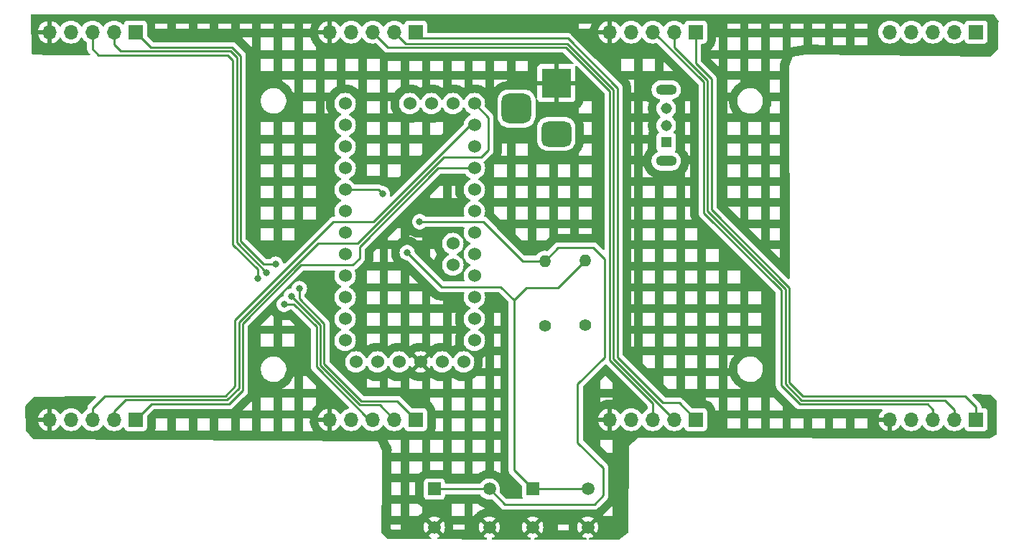
<source format=gtl>
%TF.GenerationSoftware,KiCad,Pcbnew,8.0.1*%
%TF.CreationDate,2024-04-15T16:39:27+10:00*%
%TF.ProjectId,4x8x8 LED Matrix Clock,34783878-3820-44c4-9544-204d61747269,rev?*%
%TF.SameCoordinates,Original*%
%TF.FileFunction,Copper,L1,Top*%
%TF.FilePolarity,Positive*%
%FSLAX46Y46*%
G04 Gerber Fmt 4.6, Leading zero omitted, Abs format (unit mm)*
G04 Created by KiCad (PCBNEW 8.0.1) date 2024-04-15 16:39:27*
%MOMM*%
%LPD*%
G01*
G04 APERTURE LIST*
G04 Aperture macros list*
%AMRoundRect*
0 Rectangle with rounded corners*
0 $1 Rounding radius*
0 $2 $3 $4 $5 $6 $7 $8 $9 X,Y pos of 4 corners*
0 Add a 4 corners polygon primitive as box body*
4,1,4,$2,$3,$4,$5,$6,$7,$8,$9,$2,$3,0*
0 Add four circle primitives for the rounded corners*
1,1,$1+$1,$2,$3*
1,1,$1+$1,$4,$5*
1,1,$1+$1,$6,$7*
1,1,$1+$1,$8,$9*
0 Add four rect primitives between the rounded corners*
20,1,$1+$1,$2,$3,$4,$5,0*
20,1,$1+$1,$4,$5,$6,$7,0*
20,1,$1+$1,$6,$7,$8,$9,0*
20,1,$1+$1,$8,$9,$2,$3,0*%
G04 Aperture macros list end*
%TA.AperFunction,ComponentPad*%
%ADD10C,1.524000*%
%TD*%
%TA.AperFunction,ComponentPad*%
%ADD11R,1.700000X1.700000*%
%TD*%
%TA.AperFunction,ComponentPad*%
%ADD12O,1.700000X1.700000*%
%TD*%
%TA.AperFunction,ComponentPad*%
%ADD13R,3.500000X3.500000*%
%TD*%
%TA.AperFunction,ComponentPad*%
%ADD14RoundRect,0.750000X1.000000X-0.750000X1.000000X0.750000X-1.000000X0.750000X-1.000000X-0.750000X0*%
%TD*%
%TA.AperFunction,ComponentPad*%
%ADD15RoundRect,0.875000X0.875000X-0.875000X0.875000X0.875000X-0.875000X0.875000X-0.875000X-0.875000X0*%
%TD*%
%TA.AperFunction,ComponentPad*%
%ADD16R,1.308000X1.308000*%
%TD*%
%TA.AperFunction,ComponentPad*%
%ADD17C,1.308000*%
%TD*%
%TA.AperFunction,ComponentPad*%
%ADD18O,2.460000X1.230000*%
%TD*%
%TA.AperFunction,ComponentPad*%
%ADD19R,1.508000X1.508000*%
%TD*%
%TA.AperFunction,ComponentPad*%
%ADD20C,1.508000*%
%TD*%
%TA.AperFunction,ComponentPad*%
%ADD21C,1.400000*%
%TD*%
%TA.AperFunction,ComponentPad*%
%ADD22O,1.400000X1.400000*%
%TD*%
%TA.AperFunction,ViaPad*%
%ADD23C,0.800000*%
%TD*%
%TA.AperFunction,Conductor*%
%ADD24C,0.250000*%
%TD*%
G04 APERTURE END LIST*
D10*
%TO.P,U1,0,TXO*%
%TO.N,unconnected-(U1-TXO-Pad0)*%
X155035000Y-99465000D03*
%TO.P,U1,1,RXI*%
%TO.N,unconnected-(U1-RXI-Pad1)*%
X155035000Y-96925000D03*
%TO.P,U1,2,RST*%
%TO.N,unconnected-(U1-RST-Pad2)*%
X155035000Y-94385000D03*
%TO.P,U1,3,GND*%
%TO.N,unconnected-(U1-GND-Pad3)*%
X155035000Y-91845000D03*
%TO.P,U1,4,2*%
%TO.N,unconnected-(U1-2-Pad4)*%
X155035000Y-89305000D03*
%TO.P,U1,5,3*%
%TO.N,unconnected-(U1-3-Pad5)*%
X155035000Y-86765000D03*
%TO.P,U1,6,4*%
%TO.N,/MODE_SELECT*%
X155035000Y-84225000D03*
%TO.P,U1,7,5*%
%TO.N,/TIMER_SELECT*%
X155035000Y-81685000D03*
%TO.P,U1,8,6*%
%TO.N,unconnected-(U1-6-Pad8)*%
X155035000Y-79145000D03*
%TO.P,U1,9,7*%
%TO.N,unconnected-(U1-7-Pad9)*%
X155035000Y-76605000D03*
%TO.P,U1,10,8*%
%TO.N,unconnected-(U1-8-Pad10)*%
X155035000Y-74065000D03*
%TO.P,U1,11,9*%
%TO.N,unconnected-(U1-9-Pad11)*%
X155035000Y-71525000D03*
%TO.P,U1,12,GND*%
%TO.N,unconnected-(U1-GND-Pad12)*%
X162655000Y-71525000D03*
%TO.P,U1,13,A6*%
%TO.N,unconnected-(U1-A6-Pad13)*%
X165195000Y-71525000D03*
%TO.P,U1,14,A7*%
%TO.N,unconnected-(U1-A7-Pad14)*%
X167735000Y-71525000D03*
%TO.P,U1,15,10*%
%TO.N,/CS0*%
X170275000Y-71525000D03*
%TO.P,U1,16,11*%
%TO.N,/DIN0*%
X170275000Y-74065000D03*
%TO.P,U1,17,12*%
%TO.N,unconnected-(U1-12-Pad17)*%
X170275000Y-76605000D03*
%TO.P,U1,18,13*%
%TO.N,/CLK0*%
X170275000Y-79145000D03*
%TO.P,U1,19,A0*%
%TO.N,unconnected-(U1-A0-Pad19)*%
X170275000Y-81685000D03*
%TO.P,U1,20,A1*%
%TO.N,unconnected-(U1-A1-Pad20)*%
X170275000Y-84225000D03*
%TO.P,U1,21,A2*%
%TO.N,unconnected-(U1-A2-Pad21)*%
X170275000Y-86765000D03*
%TO.P,U1,22,A3*%
%TO.N,unconnected-(U1-A3-Pad22)*%
X170275000Y-89305000D03*
%TO.P,U1,23,Vcc*%
%TO.N,unconnected-(U1-Vcc-Pad23)*%
X170275000Y-91845000D03*
%TO.P,U1,24,RST*%
%TO.N,unconnected-(U1-RST-Pad24)*%
X170275000Y-94385000D03*
%TO.P,U1,25,GND*%
%TO.N,unconnected-(U1-GND-Pad25)*%
X170275000Y-96925000D03*
%TO.P,U1,26,RAW*%
%TO.N,unconnected-(U1-RAW-Pad26)*%
X170275000Y-99465000D03*
%TO.P,U1,27,GND*%
%TO.N,unconnected-(U1-GND-Pad27)*%
X169005000Y-102005000D03*
%TO.P,U1,28,GND*%
%TO.N,GND*%
X166465000Y-102005000D03*
%TO.P,U1,29,VCC*%
%TO.N,/Vcc*%
X163925000Y-102005000D03*
%TO.P,U1,30,TXI*%
%TO.N,unconnected-(U1-TXI-Pad30)*%
X161385000Y-102005000D03*
%TO.P,U1,31,TXO*%
%TO.N,unconnected-(U1-TXO-Pad31)*%
X158845000Y-102005000D03*
%TO.P,U1,32,DTR*%
%TO.N,unconnected-(U1-DTR-Pad32)*%
X156305000Y-102005000D03*
%TO.P,U1,33,A4*%
%TO.N,unconnected-(U1-A4-Pad33)*%
X167735000Y-88035000D03*
%TO.P,U1,34,A5*%
%TO.N,unconnected-(U1-A5-Pad34)*%
X167735000Y-90575000D03*
%TD*%
D11*
%TO.P,J8,1,Pin_1*%
%TO.N,/CLK3*%
X229433200Y-108813600D03*
D12*
%TO.P,J8,2,Pin_2*%
%TO.N,/CS3*%
X226893200Y-108813600D03*
%TO.P,J8,3,Pin_3*%
%TO.N,/DIN3*%
X224353200Y-108813600D03*
%TO.P,J8,4,Pin_4*%
%TO.N,GND*%
X221813200Y-108813600D03*
%TO.P,J8,5,Pin_5*%
%TO.N,/Vcc*%
X219273200Y-108813600D03*
%TD*%
D13*
%TO.P,J1,1*%
%TO.N,/Vcc*%
X179942500Y-69100000D03*
D14*
%TO.P,J1,2*%
%TO.N,Net-(J1-Pad2)*%
X179942500Y-75100000D03*
D15*
%TO.P,J1,3*%
%TO.N,N/C*%
X175242500Y-72100000D03*
%TD*%
D11*
%TO.P,J5,1,Pin_1*%
%TO.N,/CLK2*%
X163372800Y-63093600D03*
D12*
%TO.P,J5,2,Pin_2*%
%TO.N,/CS2*%
X160832800Y-63093600D03*
%TO.P,J5,3,Pin_3*%
%TO.N,/DIN2*%
X158292800Y-63093600D03*
%TO.P,J5,4,Pin_4*%
%TO.N,GND*%
X155752800Y-63093600D03*
%TO.P,J5,5,Pin_5*%
%TO.N,/Vcc*%
X153212800Y-63093600D03*
%TD*%
%TO.P,J6,5,Pin_5*%
%TO.N,/Vcc*%
X186227800Y-108813600D03*
%TO.P,J6,4,Pin_4*%
%TO.N,GND*%
X188767800Y-108813600D03*
%TO.P,J6,3,Pin_3*%
%TO.N,/DIN2*%
X191307800Y-108813600D03*
%TO.P,J6,2,Pin_2*%
%TO.N,/CS2*%
X193847800Y-108813600D03*
D11*
%TO.P,J6,1,Pin_1*%
%TO.N,/CLK2*%
X196387800Y-108813600D03*
%TD*%
D16*
%TO.P,S1,1*%
%TO.N,unconnected-(S1-Pad1)*%
X192900000Y-76100000D03*
D17*
%TO.P,S1,2*%
%TO.N,GND*%
X192900000Y-74100000D03*
%TO.P,S1,3*%
%TO.N,Net-(J1-Pad2)*%
X192900000Y-72100000D03*
D18*
%TO.P,S1,S1,SHIELD*%
%TO.N,unconnected-(S1-SHIELD-PadS1)*%
X192900000Y-78300000D03*
%TO.P,S1,S2,SHIELD*%
%TO.N,unconnected-(S1-SHIELD-PadS2)*%
X192900000Y-69900000D03*
%TD*%
D19*
%TO.P,S3,1*%
%TO.N,/MODE_SELECT*%
X177150000Y-117000000D03*
D20*
%TO.P,S3,2*%
X183650000Y-117000000D03*
%TO.P,S3,3*%
%TO.N,/Vcc*%
X177150000Y-121500000D03*
%TO.P,S3,4*%
X183650000Y-121500000D03*
%TD*%
D11*
%TO.P,J7,1,Pin_1*%
%TO.N,/CLK3*%
X196387800Y-63093600D03*
D12*
%TO.P,J7,2,Pin_2*%
%TO.N,/CS3*%
X193847800Y-63093600D03*
%TO.P,J7,3,Pin_3*%
%TO.N,/DIN3*%
X191307800Y-63093600D03*
%TO.P,J7,4,Pin_4*%
%TO.N,GND*%
X188767800Y-63093600D03*
%TO.P,J7,5,Pin_5*%
%TO.N,/Vcc*%
X186227800Y-63093600D03*
%TD*%
%TO.P,J2,5,Pin_5*%
%TO.N,/Vcc*%
X120192800Y-108813600D03*
%TO.P,J2,4,Pin_4*%
%TO.N,GND*%
X122732800Y-108813600D03*
%TO.P,J2,3,Pin_3*%
%TO.N,/DIN0*%
X125272800Y-108813600D03*
%TO.P,J2,2,Pin_2*%
%TO.N,/CS0*%
X127812800Y-108813600D03*
D11*
%TO.P,J2,1,Pin_1*%
%TO.N,/CLK0*%
X130352800Y-108813600D03*
%TD*%
D21*
%TO.P,R1,1*%
%TO.N,GND*%
X178600000Y-97710000D03*
D22*
%TO.P,R1,2*%
%TO.N,/TIMER_SELECT*%
X178600000Y-90090000D03*
%TD*%
D20*
%TO.P,S2,4*%
%TO.N,/Vcc*%
X172050000Y-121500000D03*
%TO.P,S2,3*%
X165550000Y-121500000D03*
%TO.P,S2,2*%
%TO.N,/TIMER_SELECT*%
X172050000Y-117000000D03*
D19*
%TO.P,S2,1*%
X165550000Y-117000000D03*
%TD*%
D11*
%TO.P,J9,1,Pin_1*%
%TO.N,unconnected-(J9-Pin_1-Pad1)*%
X229433200Y-63093600D03*
D12*
%TO.P,J9,2,Pin_2*%
%TO.N,unconnected-(J9-Pin_2-Pad2)*%
X226893200Y-63093600D03*
%TO.P,J9,3,Pin_3*%
%TO.N,unconnected-(J9-Pin_3-Pad3)*%
X224353200Y-63093600D03*
%TO.P,J9,4,Pin_4*%
%TO.N,unconnected-(J9-Pin_4-Pad4)*%
X221813200Y-63093600D03*
%TO.P,J9,5,Pin_5*%
%TO.N,unconnected-(J9-Pin_5-Pad5)*%
X219273200Y-63093600D03*
%TD*%
D21*
%TO.P,R2,1*%
%TO.N,GND*%
X183388000Y-97688400D03*
D22*
%TO.P,R2,2*%
%TO.N,/MODE_SELECT*%
X183388000Y-90068400D03*
%TD*%
D11*
%TO.P,J3,1,Pin_1*%
%TO.N,/CLK1*%
X130327400Y-63093600D03*
D12*
%TO.P,J3,2,Pin_2*%
%TO.N,/CS1*%
X127787400Y-63093600D03*
%TO.P,J3,3,Pin_3*%
%TO.N,/DIN1*%
X125247400Y-63093600D03*
%TO.P,J3,4,Pin_4*%
%TO.N,GND*%
X122707400Y-63093600D03*
%TO.P,J3,5,Pin_5*%
%TO.N,/Vcc*%
X120167400Y-63093600D03*
%TD*%
D11*
%TO.P,J4,1,Pin_1*%
%TO.N,/CLK1*%
X163372800Y-108813600D03*
D12*
%TO.P,J4,2,Pin_2*%
%TO.N,/CS1*%
X160832800Y-108813600D03*
%TO.P,J4,3,Pin_3*%
%TO.N,/DIN1*%
X158292800Y-108813600D03*
%TO.P,J4,4,Pin_4*%
%TO.N,GND*%
X155752800Y-108813600D03*
%TO.P,J4,5,Pin_5*%
%TO.N,/Vcc*%
X153212800Y-108813600D03*
%TD*%
D23*
%TO.N,/MODE_SELECT*%
X162355000Y-89105000D03*
%TO.N,/TIMER_SELECT*%
X159435800Y-82169000D03*
X163830000Y-85471000D03*
%TO.N,/CLK1*%
X149650000Y-93350000D03*
X146837400Y-90474800D03*
%TO.N,/CS1*%
X145750000Y-91450000D03*
X148700000Y-94250000D03*
%TO.N,/DIN1*%
X147850000Y-95200000D03*
X144729200Y-92125800D03*
%TD*%
D24*
%TO.N,/MODE_SELECT*%
X166391800Y-93141800D02*
X173380400Y-93141800D01*
X162355000Y-89105000D02*
X166391800Y-93141800D01*
X173380400Y-93141800D02*
X174955200Y-94716600D01*
%TO.N,/TIMER_SELECT*%
X175967400Y-90090000D02*
X178600000Y-90090000D01*
X163830000Y-85471000D02*
X171348400Y-85471000D01*
X171348400Y-85471000D02*
X175967400Y-90090000D01*
%TO.N,/CLK2*%
X163372800Y-63093600D02*
X164109400Y-63830200D01*
X164109400Y-63830200D02*
X181279800Y-63830200D01*
X181279800Y-63830200D02*
X187142622Y-69693022D01*
%TO.N,/TIMER_SELECT*%
X178600000Y-90090000D02*
X180171000Y-88519000D01*
X180171000Y-88519000D02*
X184302400Y-88519000D01*
X182448200Y-111506000D02*
X185470800Y-114528600D01*
X173845800Y-118795800D02*
X172050000Y-117000000D01*
X185623200Y-89839800D02*
X185623200Y-101447600D01*
X185623200Y-101447600D02*
X182448200Y-104622600D01*
X184302400Y-88519000D02*
X185623200Y-89839800D01*
X182448200Y-104622600D02*
X182448200Y-111506000D01*
X185470800Y-114528600D02*
X185470800Y-117754400D01*
X185470800Y-117754400D02*
X184429400Y-118795800D01*
X184429400Y-118795800D02*
X173845800Y-118795800D01*
%TO.N,/MODE_SELECT*%
X180162200Y-93294200D02*
X176377600Y-93294200D01*
X176377600Y-93294200D02*
X174955200Y-94716600D01*
X177150000Y-117000000D02*
X174955200Y-114805200D01*
X174955200Y-114805200D02*
X174955200Y-94716600D01*
X183388000Y-90068400D02*
X180162200Y-93294200D01*
%TO.N,/TIMER_SELECT*%
X172050000Y-117000000D02*
X165550000Y-117000000D01*
%TO.N,/MODE_SELECT*%
X183650000Y-117000000D02*
X177150000Y-117000000D01*
%TO.N,/TIMER_SELECT*%
X159435800Y-82169000D02*
X158951800Y-81685000D01*
X158951800Y-81685000D02*
X155035000Y-81685000D01*
%TO.N,/CLK3*%
X196387800Y-63093600D02*
X196387800Y-66795604D01*
X229433200Y-107335400D02*
X229433200Y-108813600D01*
X196387800Y-66795604D02*
X198214400Y-68622204D01*
X198214400Y-68622204D02*
X198214400Y-84040004D01*
X198214400Y-84040004D02*
X207391000Y-93216604D01*
X207391000Y-93216604D02*
X207391000Y-104442008D01*
X207391000Y-104442008D02*
X209019392Y-106070400D01*
X228168200Y-106070400D02*
X229433200Y-107335400D01*
X209019392Y-106070400D02*
X228168200Y-106070400D01*
%TO.N,/CS3*%
X197764400Y-84226400D02*
X206941000Y-93403000D01*
X197764400Y-68808600D02*
X197764400Y-84226400D01*
X225798800Y-106520400D02*
X226893200Y-107614800D01*
X206941000Y-93403000D02*
X206941000Y-104628404D01*
X193847800Y-64892000D02*
X197764400Y-68808600D01*
X193847800Y-63093600D02*
X193847800Y-64892000D01*
X208832996Y-106520400D02*
X225798800Y-106520400D01*
X206941000Y-104628404D02*
X208832996Y-106520400D01*
X226893200Y-107614800D02*
X226893200Y-108813600D01*
%TO.N,/DIN3*%
X191307800Y-63093600D02*
X191413004Y-63093600D01*
X191413004Y-63093600D02*
X197314400Y-68994996D01*
X206451200Y-93549596D02*
X206451200Y-104775000D01*
X197314400Y-68994996D02*
X197314400Y-84412796D01*
X197314400Y-84412796D02*
X206451200Y-93549596D01*
X206451200Y-104775000D02*
X208646600Y-106970400D01*
X208646600Y-106970400D02*
X223708800Y-106970400D01*
X223708800Y-106970400D02*
X224353200Y-107614800D01*
X224353200Y-107614800D02*
X224353200Y-108813600D01*
%TO.N,/CLK2*%
X187142622Y-69693022D02*
X187142622Y-101472026D01*
X192502996Y-106832400D02*
X194406600Y-106832400D01*
X187142622Y-101472026D02*
X192502996Y-106832400D01*
X194406600Y-106832400D02*
X196387800Y-108813600D01*
%TO.N,/DIN2*%
X160096200Y-64897000D02*
X181073808Y-64897000D01*
X181073808Y-64897000D02*
X186242622Y-70065814D01*
X186242622Y-70065814D02*
X186242622Y-101844818D01*
X158292800Y-63093600D02*
X160096200Y-64897000D01*
X191307800Y-106909996D02*
X191307800Y-108813600D01*
X186242622Y-101844818D02*
X191307800Y-106909996D01*
%TO.N,/CS2*%
X160832800Y-63093600D02*
X162186200Y-64447000D01*
X186692622Y-101658422D02*
X193847800Y-108813600D01*
X162186200Y-64447000D02*
X181260204Y-64447000D01*
X181260204Y-64447000D02*
X186692622Y-69879418D01*
X186692622Y-69879418D02*
X186692622Y-101658422D01*
%TO.N,/CLK1*%
X156955196Y-106636400D02*
X152545200Y-102226404D01*
X152545200Y-97458804D02*
X149650000Y-94563604D01*
X152545200Y-102226404D02*
X152545200Y-97458804D01*
X161195600Y-106636400D02*
X156955196Y-106636400D01*
X149650000Y-94563604D02*
X149650000Y-93350000D01*
X163372800Y-108813600D02*
X161195600Y-106636400D01*
%TO.N,/DIN1*%
X151645200Y-97831596D02*
X149013604Y-95200000D01*
X149013604Y-95200000D02*
X147850000Y-95200000D01*
X151645200Y-102599196D02*
X151645200Y-97831596D01*
X157859604Y-108813600D02*
X151645200Y-102599196D01*
X158292800Y-108813600D02*
X157859604Y-108813600D01*
%TO.N,/CS1*%
X152095200Y-97645200D02*
X148700000Y-94250000D01*
X152095200Y-102412800D02*
X152095200Y-97645200D01*
X159105600Y-107086400D02*
X156768800Y-107086400D01*
X156768800Y-107086400D02*
X152095200Y-102412800D01*
X160832800Y-108813600D02*
X159105600Y-107086400D01*
%TO.N,/CLK1*%
X132119800Y-64886000D02*
X130327400Y-63093600D01*
X145411196Y-90474800D02*
X142708200Y-87771804D01*
X141722396Y-64886000D02*
X132119800Y-64886000D01*
X146837400Y-90474800D02*
X145411196Y-90474800D01*
X142708200Y-87771804D02*
X142708200Y-65871804D01*
X142708200Y-65871804D02*
X141722396Y-64886000D01*
%TO.N,/DIN1*%
X141198600Y-65786000D02*
X125984000Y-65786000D01*
X144729200Y-92125800D02*
X144729200Y-91084400D01*
X141808200Y-88163400D02*
X141808200Y-66395600D01*
X141808200Y-66395600D02*
X141198600Y-65786000D01*
X125247400Y-65049400D02*
X125247400Y-63093600D01*
X125984000Y-65786000D02*
X125247400Y-65049400D01*
X144729200Y-91084400D02*
X141808200Y-88163400D01*
%TO.N,/CLK0*%
X156726596Y-89780404D02*
X156726596Y-88435600D01*
X155930600Y-90576400D02*
X156726596Y-89780404D01*
X142969400Y-105366400D02*
X142969400Y-97469792D01*
X141390800Y-106945000D02*
X142969400Y-105366400D01*
X149862792Y-90576400D02*
X155930600Y-90576400D01*
X132221400Y-106945000D02*
X141390800Y-106945000D01*
X156726596Y-88435600D02*
X166017196Y-79145000D01*
X142969400Y-97469792D02*
X149862792Y-90576400D01*
X166017196Y-79145000D02*
X170275000Y-79145000D01*
X130352800Y-108813600D02*
X132221400Y-106945000D01*
%TO.N,/DIN0*%
X169824404Y-74065000D02*
X170275000Y-74065000D01*
X153670000Y-85496400D02*
X158393004Y-85496400D01*
X142069400Y-97097000D02*
X153670000Y-85496400D01*
X142069400Y-104894800D02*
X142069400Y-97097000D01*
X140944600Y-106019600D02*
X142069400Y-104894800D01*
X140944600Y-106045000D02*
X140944600Y-106019600D01*
X125272800Y-107492800D02*
X126720600Y-106045000D01*
X126720600Y-106045000D02*
X140944600Y-106045000D01*
X158393004Y-85496400D02*
X169824404Y-74065000D01*
X125272800Y-108813600D02*
X125272800Y-107492800D01*
%TO.N,/CS0*%
X166649400Y-77876400D02*
X171043600Y-77876400D01*
X142519400Y-97283396D02*
X151817196Y-87985600D01*
X156540200Y-87985600D02*
X166649400Y-77876400D01*
X127812800Y-107848400D02*
X129166200Y-106495000D01*
X141130996Y-106495000D02*
X142519400Y-105106596D01*
X127812800Y-108813600D02*
X127812800Y-107848400D01*
X129166200Y-106495000D02*
X141130996Y-106495000D01*
X171043600Y-77876400D02*
X171907200Y-77012800D01*
X171907200Y-73157200D02*
X170275000Y-71525000D01*
X151817196Y-87985600D02*
X156540200Y-87985600D01*
X142519400Y-105106596D02*
X142519400Y-97283396D01*
X171907200Y-77012800D02*
X171907200Y-73157200D01*
%TO.N,/CS1*%
X145750000Y-91450000D02*
X142258200Y-87958200D01*
X142258200Y-87958200D02*
X142258200Y-66058200D01*
X141536000Y-65336000D02*
X128531200Y-65336000D01*
X128531200Y-65336000D02*
X127787400Y-64592200D01*
X142258200Y-66058200D02*
X141536000Y-65336000D01*
X127787400Y-64592200D02*
X127787400Y-63093600D01*
%TD*%
%TA.AperFunction,Conductor*%
%TO.N,/Vcc*%
G36*
X231494856Y-60979685D02*
G01*
X231526656Y-61009122D01*
X232075811Y-61734007D01*
X232100603Y-61799330D01*
X232100357Y-61821223D01*
X232074080Y-62084000D01*
X232056157Y-62263236D01*
X232054400Y-62280804D01*
X232054400Y-65071052D01*
X232034715Y-65138091D01*
X232014190Y-65162459D01*
X231176170Y-65930643D01*
X231113450Y-65961433D01*
X231090937Y-65963228D01*
X209754937Y-65714847D01*
X209321400Y-65709800D01*
X209321399Y-65709800D01*
X209321398Y-65709800D01*
X207797400Y-65963799D01*
X207391000Y-67132199D01*
X207442094Y-92083492D01*
X207422546Y-92150572D01*
X207369836Y-92196435D01*
X207300698Y-92206520D01*
X207237083Y-92177625D01*
X207230413Y-92171427D01*
X203766986Y-88708000D01*
X205178370Y-88708000D01*
X206313504Y-89843134D01*
X206311179Y-88708000D01*
X205178370Y-88708000D01*
X203766986Y-88708000D01*
X201266986Y-86208000D01*
X202678370Y-86208000D01*
X204099245Y-87628875D01*
X204099245Y-86208000D01*
X205097245Y-86208000D01*
X205097245Y-87710000D01*
X206309136Y-87710000D01*
X206306060Y-86208000D01*
X205097245Y-86208000D01*
X204099245Y-86208000D01*
X202678370Y-86208000D01*
X201266986Y-86208000D01*
X198876219Y-83817233D01*
X198842734Y-83755910D01*
X198839900Y-83729552D01*
X198839900Y-83708000D01*
X200178370Y-83708000D01*
X201599245Y-85128875D01*
X201599245Y-83708000D01*
X202597245Y-83708000D01*
X202597245Y-85210000D01*
X204099245Y-85210000D01*
X204099245Y-83708000D01*
X205097245Y-83708000D01*
X205097245Y-85210000D01*
X206304017Y-85210000D01*
X206300940Y-83708000D01*
X205097245Y-83708000D01*
X204099245Y-83708000D01*
X202597245Y-83708000D01*
X201599245Y-83708000D01*
X200178370Y-83708000D01*
X198839900Y-83708000D01*
X198839900Y-81208000D01*
X200097245Y-81208000D01*
X200097245Y-82710000D01*
X201599245Y-82710000D01*
X201599245Y-81208000D01*
X202597245Y-81208000D01*
X202597245Y-82710000D01*
X204099245Y-82710000D01*
X204099245Y-81208000D01*
X205097245Y-81208000D01*
X205097245Y-82710000D01*
X206298898Y-82710000D01*
X206295821Y-81208000D01*
X205097245Y-81208000D01*
X204099245Y-81208000D01*
X202597245Y-81208000D01*
X201599245Y-81208000D01*
X200097245Y-81208000D01*
X198839900Y-81208000D01*
X198839900Y-78708000D01*
X200097245Y-78708000D01*
X200097245Y-80210000D01*
X201599245Y-80210000D01*
X201599245Y-78708000D01*
X202597245Y-78708000D01*
X202597245Y-80210000D01*
X204099245Y-80210000D01*
X204099245Y-78708000D01*
X205097245Y-78708000D01*
X205097245Y-80210000D01*
X206293778Y-80210000D01*
X206290701Y-78708000D01*
X205097245Y-78708000D01*
X204099245Y-78708000D01*
X202597245Y-78708000D01*
X201599245Y-78708000D01*
X200097245Y-78708000D01*
X198839900Y-78708000D01*
X198839900Y-76208000D01*
X200097245Y-76208000D01*
X200097245Y-77710000D01*
X201599245Y-77710000D01*
X201599245Y-76208000D01*
X202597245Y-76208000D01*
X202597245Y-77710000D01*
X204099245Y-77710000D01*
X204099245Y-76208000D01*
X205097245Y-76208000D01*
X205097245Y-77710000D01*
X206288659Y-77710000D01*
X206285582Y-76208000D01*
X205097245Y-76208000D01*
X204099245Y-76208000D01*
X202597245Y-76208000D01*
X201599245Y-76208000D01*
X200097245Y-76208000D01*
X198839900Y-76208000D01*
X198839900Y-73708000D01*
X200097245Y-73708000D01*
X200097245Y-75210000D01*
X201599245Y-75210000D01*
X201599245Y-73708000D01*
X202597245Y-73708000D01*
X202597245Y-75210000D01*
X204099245Y-75210000D01*
X204099245Y-73708000D01*
X205097245Y-73708000D01*
X205097245Y-75210000D01*
X206283539Y-75210000D01*
X206280463Y-73708000D01*
X205097245Y-73708000D01*
X204099245Y-73708000D01*
X202597245Y-73708000D01*
X201599245Y-73708000D01*
X200097245Y-73708000D01*
X198839900Y-73708000D01*
X198839900Y-71208000D01*
X200097245Y-71208000D01*
X200097245Y-72710000D01*
X200808763Y-72710000D01*
X205097245Y-72710000D01*
X206278420Y-72710000D01*
X206275343Y-71208000D01*
X205298500Y-71208000D01*
X205298500Y-71337682D01*
X205298405Y-71342547D01*
X205297250Y-71371961D01*
X205296963Y-71376820D01*
X205293889Y-71415900D01*
X205293412Y-71420744D01*
X205289949Y-71450016D01*
X205289281Y-71454846D01*
X205246201Y-71726836D01*
X205245346Y-71731625D01*
X205239606Y-71760487D01*
X205238564Y-71765237D01*
X205229416Y-71803356D01*
X205228185Y-71808075D01*
X205220182Y-71836454D01*
X205218768Y-71841117D01*
X205133668Y-72103023D01*
X205132075Y-72107617D01*
X205121891Y-72135226D01*
X205120118Y-72139757D01*
X205105120Y-72175973D01*
X205103166Y-72180440D01*
X205097245Y-72193284D01*
X205097245Y-72710000D01*
X200808763Y-72710000D01*
X200697737Y-72557186D01*
X200694952Y-72553190D01*
X200678584Y-72528693D01*
X200675959Y-72524592D01*
X200655477Y-72491168D01*
X200653015Y-72486967D01*
X200638625Y-72461271D01*
X200636330Y-72456978D01*
X200511303Y-72211600D01*
X200509177Y-72207216D01*
X200496834Y-72180440D01*
X200494880Y-72175973D01*
X200479882Y-72139757D01*
X200478109Y-72135226D01*
X200467925Y-72107617D01*
X200466332Y-72103023D01*
X200381232Y-71841117D01*
X200379818Y-71836454D01*
X200371815Y-71808075D01*
X200370584Y-71803356D01*
X200361436Y-71765237D01*
X200360394Y-71760487D01*
X200354654Y-71731625D01*
X200353799Y-71726836D01*
X200310719Y-71454846D01*
X200310051Y-71450016D01*
X200306588Y-71420744D01*
X200306111Y-71415900D01*
X200303037Y-71376820D01*
X200302750Y-71371961D01*
X200301595Y-71342547D01*
X200301500Y-71337682D01*
X200301500Y-71318097D01*
X201299500Y-71318097D01*
X201336446Y-71551368D01*
X201409433Y-71775996D01*
X201477098Y-71908795D01*
X201516657Y-71986433D01*
X201655483Y-72177510D01*
X201822490Y-72344517D01*
X202013567Y-72483343D01*
X202112991Y-72534002D01*
X202224003Y-72590566D01*
X202224005Y-72590566D01*
X202224008Y-72590568D01*
X202322380Y-72622531D01*
X202448631Y-72663553D01*
X202681903Y-72700500D01*
X202681908Y-72700500D01*
X202918097Y-72700500D01*
X203151368Y-72663553D01*
X203375992Y-72590568D01*
X203586433Y-72483343D01*
X203777510Y-72344517D01*
X203944517Y-72177510D01*
X204083343Y-71986433D01*
X204190568Y-71775992D01*
X204263553Y-71551368D01*
X204264280Y-71546779D01*
X204300500Y-71318097D01*
X204300500Y-71081902D01*
X204263553Y-70848631D01*
X204192453Y-70629810D01*
X204190568Y-70624008D01*
X204190566Y-70624005D01*
X204190566Y-70624003D01*
X204119561Y-70484649D01*
X204083343Y-70413567D01*
X203944517Y-70222490D01*
X203777510Y-70055483D01*
X203586433Y-69916657D01*
X203375996Y-69809433D01*
X203151368Y-69736446D01*
X202918097Y-69699500D01*
X202918092Y-69699500D01*
X202681908Y-69699500D01*
X202681903Y-69699500D01*
X202448631Y-69736446D01*
X202224003Y-69809433D01*
X202013566Y-69916657D01*
X201927173Y-69979426D01*
X201822490Y-70055483D01*
X201822488Y-70055485D01*
X201822487Y-70055485D01*
X201655485Y-70222487D01*
X201655485Y-70222488D01*
X201655483Y-70222490D01*
X201629918Y-70257677D01*
X201516657Y-70413566D01*
X201409433Y-70624003D01*
X201336446Y-70848631D01*
X201299500Y-71081902D01*
X201299500Y-71318097D01*
X200301500Y-71318097D01*
X200301500Y-71208000D01*
X200097245Y-71208000D01*
X198839900Y-71208000D01*
X198839900Y-68708000D01*
X200097245Y-68708000D01*
X200097245Y-70210000D01*
X200501241Y-70210000D01*
X200509177Y-70192784D01*
X200511303Y-70188400D01*
X200636330Y-69943022D01*
X200638625Y-69938729D01*
X200653015Y-69913033D01*
X200655477Y-69908832D01*
X200675959Y-69875408D01*
X200678584Y-69871307D01*
X200694952Y-69846810D01*
X200697737Y-69842814D01*
X200859607Y-69620020D01*
X200862547Y-69616137D01*
X200880785Y-69593003D01*
X200883873Y-69589240D01*
X200909331Y-69559433D01*
X200912566Y-69555793D01*
X200932559Y-69534165D01*
X200935933Y-69530656D01*
X201130656Y-69335933D01*
X201134165Y-69332559D01*
X201155793Y-69312566D01*
X201159433Y-69309331D01*
X201189240Y-69283873D01*
X201193003Y-69280785D01*
X201216137Y-69262547D01*
X201220020Y-69259607D01*
X201442814Y-69097737D01*
X201446810Y-69094952D01*
X201471307Y-69078584D01*
X201475408Y-69075959D01*
X201508832Y-69055477D01*
X201513033Y-69053015D01*
X201538729Y-69038625D01*
X201543022Y-69036330D01*
X201599245Y-69007682D01*
X201599245Y-68708000D01*
X205097245Y-68708000D01*
X205097245Y-70206715D01*
X205098759Y-70210000D01*
X206273300Y-70210000D01*
X206270224Y-68708000D01*
X205097245Y-68708000D01*
X201599245Y-68708000D01*
X200097245Y-68708000D01*
X198839900Y-68708000D01*
X198839900Y-68560597D01*
X198839899Y-68560593D01*
X198815864Y-68439759D01*
X198815863Y-68439752D01*
X198768711Y-68325918D01*
X198768710Y-68325917D01*
X198768707Y-68325911D01*
X198700259Y-68223472D01*
X198700258Y-68223471D01*
X198613133Y-68136346D01*
X198613132Y-68136345D01*
X197049619Y-66572832D01*
X197016134Y-66511509D01*
X197013300Y-66485151D01*
X197013300Y-66208000D01*
X198096171Y-66208000D01*
X199099245Y-67211074D01*
X199099245Y-66208000D01*
X200097245Y-66208000D01*
X200097245Y-67710000D01*
X201599245Y-67710000D01*
X201599245Y-66208000D01*
X202597245Y-66208000D01*
X202597245Y-67710000D01*
X204099245Y-67710000D01*
X204099245Y-66208000D01*
X205097245Y-66208000D01*
X205097245Y-67710000D01*
X206268181Y-67710000D01*
X206266829Y-67050106D01*
X206268541Y-67029320D01*
X206296489Y-66862859D01*
X206301659Y-66842654D01*
X206522408Y-66208000D01*
X205097245Y-66208000D01*
X204099245Y-66208000D01*
X202597245Y-66208000D01*
X201599245Y-66208000D01*
X200097245Y-66208000D01*
X199099245Y-66208000D01*
X198096171Y-66208000D01*
X197013300Y-66208000D01*
X197013300Y-65210000D01*
X198046359Y-65210000D01*
X199099245Y-65210000D01*
X199099245Y-63708000D01*
X200097245Y-63708000D01*
X200097245Y-65210000D01*
X201599245Y-65210000D01*
X201599245Y-63708000D01*
X202597245Y-63708000D01*
X202597245Y-65210000D01*
X204099245Y-65210000D01*
X204099245Y-63708000D01*
X205097245Y-63708000D01*
X205097245Y-65210000D01*
X206599245Y-65210000D01*
X206599245Y-63708000D01*
X207597245Y-63708000D01*
X207597245Y-64857654D01*
X209099245Y-64607321D01*
X209099245Y-63708000D01*
X210097245Y-63708000D01*
X210097245Y-64594754D01*
X211599245Y-64612240D01*
X211599245Y-63708000D01*
X212597245Y-63708000D01*
X212597245Y-64623858D01*
X214099245Y-64641343D01*
X214099245Y-63708000D01*
X215097245Y-63708000D01*
X215097245Y-64652961D01*
X216599245Y-64670447D01*
X216599245Y-63708000D01*
X215097245Y-63708000D01*
X214099245Y-63708000D01*
X212597245Y-63708000D01*
X211599245Y-63708000D01*
X210097245Y-63708000D01*
X209099245Y-63708000D01*
X207597245Y-63708000D01*
X206599245Y-63708000D01*
X205097245Y-63708000D01*
X204099245Y-63708000D01*
X202597245Y-63708000D01*
X201599245Y-63708000D01*
X200097245Y-63708000D01*
X199099245Y-63708000D01*
X198736300Y-63708000D01*
X198736300Y-64004848D01*
X198736255Y-64008172D01*
X198735716Y-64028273D01*
X198735583Y-64031593D01*
X198734151Y-64058280D01*
X198733929Y-64061589D01*
X198732319Y-64081582D01*
X198732008Y-64084885D01*
X198720838Y-64188775D01*
X198719771Y-64196443D01*
X198711864Y-64242629D01*
X198710319Y-64250219D01*
X198695974Y-64310930D01*
X198693958Y-64318409D01*
X198680350Y-64363272D01*
X198677871Y-64370612D01*
X198604213Y-64568102D01*
X198600825Y-64576282D01*
X198578567Y-64625019D01*
X198574605Y-64632933D01*
X198540428Y-64695523D01*
X198535910Y-64703137D01*
X198506946Y-64748204D01*
X198501898Y-64755474D01*
X198372914Y-64927773D01*
X198367361Y-64934664D01*
X198332281Y-64975149D01*
X198326249Y-64981628D01*
X198275828Y-65032049D01*
X198269349Y-65038081D01*
X198228864Y-65073161D01*
X198221973Y-65078714D01*
X198049674Y-65207698D01*
X198046359Y-65210000D01*
X197013300Y-65210000D01*
X197013300Y-64568099D01*
X197032985Y-64501060D01*
X197085789Y-64455305D01*
X197137300Y-64444099D01*
X197285671Y-64444099D01*
X197285672Y-64444099D01*
X197345283Y-64437691D01*
X197480131Y-64387396D01*
X197595346Y-64301146D01*
X197681596Y-64185931D01*
X197731891Y-64051083D01*
X197738300Y-63991473D01*
X197738299Y-63093600D01*
X217917541Y-63093600D01*
X217938136Y-63329003D01*
X217938138Y-63329013D01*
X217999294Y-63557255D01*
X217999296Y-63557259D01*
X217999297Y-63557263D01*
X218017280Y-63595827D01*
X218099165Y-63771430D01*
X218099167Y-63771434D01*
X218202443Y-63918926D01*
X218234705Y-63965001D01*
X218401799Y-64132095D01*
X218482746Y-64188775D01*
X218595365Y-64267632D01*
X218595367Y-64267633D01*
X218595370Y-64267635D01*
X218809537Y-64367503D01*
X218809543Y-64367504D01*
X218809544Y-64367505D01*
X218821140Y-64370612D01*
X219037792Y-64428663D01*
X219214234Y-64444100D01*
X219273199Y-64449259D01*
X219273200Y-64449259D01*
X219273201Y-64449259D01*
X219332166Y-64444100D01*
X219508608Y-64428663D01*
X219736863Y-64367503D01*
X219951030Y-64267635D01*
X220144601Y-64132095D01*
X220311695Y-63965001D01*
X220426091Y-63801626D01*
X220441625Y-63779442D01*
X220496202Y-63735817D01*
X220565700Y-63728623D01*
X220628055Y-63760146D01*
X220644775Y-63779442D01*
X220774700Y-63964995D01*
X220774705Y-63965001D01*
X220941799Y-64132095D01*
X221022746Y-64188775D01*
X221135365Y-64267632D01*
X221135367Y-64267633D01*
X221135370Y-64267635D01*
X221349537Y-64367503D01*
X221349543Y-64367504D01*
X221349544Y-64367505D01*
X221361140Y-64370612D01*
X221577792Y-64428663D01*
X221754234Y-64444100D01*
X221813199Y-64449259D01*
X221813200Y-64449259D01*
X221813201Y-64449259D01*
X221872166Y-64444100D01*
X222048608Y-64428663D01*
X222276863Y-64367503D01*
X222491030Y-64267635D01*
X222684601Y-64132095D01*
X222851695Y-63965001D01*
X222966091Y-63801626D01*
X222981625Y-63779442D01*
X223036202Y-63735817D01*
X223105700Y-63728623D01*
X223168055Y-63760146D01*
X223184775Y-63779442D01*
X223314700Y-63964995D01*
X223314705Y-63965001D01*
X223481799Y-64132095D01*
X223562746Y-64188775D01*
X223675365Y-64267632D01*
X223675367Y-64267633D01*
X223675370Y-64267635D01*
X223889537Y-64367503D01*
X223889543Y-64367504D01*
X223889544Y-64367505D01*
X223901140Y-64370612D01*
X224117792Y-64428663D01*
X224294234Y-64444100D01*
X224353199Y-64449259D01*
X224353200Y-64449259D01*
X224353201Y-64449259D01*
X224412166Y-64444100D01*
X224588608Y-64428663D01*
X224816863Y-64367503D01*
X225031030Y-64267635D01*
X225224601Y-64132095D01*
X225391695Y-63965001D01*
X225506091Y-63801626D01*
X225521625Y-63779442D01*
X225576202Y-63735817D01*
X225645700Y-63728623D01*
X225708055Y-63760146D01*
X225724775Y-63779442D01*
X225854700Y-63964995D01*
X225854705Y-63965001D01*
X226021799Y-64132095D01*
X226102746Y-64188775D01*
X226215365Y-64267632D01*
X226215367Y-64267633D01*
X226215370Y-64267635D01*
X226429537Y-64367503D01*
X226429543Y-64367504D01*
X226429544Y-64367505D01*
X226441140Y-64370612D01*
X226657792Y-64428663D01*
X226834234Y-64444100D01*
X226893199Y-64449259D01*
X226893200Y-64449259D01*
X226893201Y-64449259D01*
X226952166Y-64444100D01*
X227128608Y-64428663D01*
X227356863Y-64367503D01*
X227571030Y-64267635D01*
X227764601Y-64132095D01*
X227886529Y-64010166D01*
X227947848Y-63976684D01*
X228017540Y-63981668D01*
X228073474Y-64023539D01*
X228090389Y-64054517D01*
X228139402Y-64185928D01*
X228139406Y-64185935D01*
X228225652Y-64301144D01*
X228225655Y-64301147D01*
X228340864Y-64387393D01*
X228340871Y-64387397D01*
X228475717Y-64437691D01*
X228475716Y-64437691D01*
X228482644Y-64438435D01*
X228535327Y-64444100D01*
X230331072Y-64444099D01*
X230390683Y-64437691D01*
X230525531Y-64387396D01*
X230640746Y-64301146D01*
X230726996Y-64185931D01*
X230777291Y-64051083D01*
X230783700Y-63991473D01*
X230783699Y-62195728D01*
X230777291Y-62136117D01*
X230776010Y-62132683D01*
X230726997Y-62001271D01*
X230726993Y-62001264D01*
X230640747Y-61886055D01*
X230640744Y-61886052D01*
X230525535Y-61799806D01*
X230525528Y-61799802D01*
X230390682Y-61749508D01*
X230390683Y-61749508D01*
X230331083Y-61743101D01*
X230331081Y-61743100D01*
X230331073Y-61743100D01*
X230331064Y-61743100D01*
X228535329Y-61743100D01*
X228535323Y-61743101D01*
X228475716Y-61749508D01*
X228340871Y-61799802D01*
X228340864Y-61799806D01*
X228225655Y-61886052D01*
X228225652Y-61886055D01*
X228139406Y-62001264D01*
X228139403Y-62001269D01*
X228090389Y-62132683D01*
X228048517Y-62188616D01*
X227983053Y-62213033D01*
X227914780Y-62198181D01*
X227886526Y-62177030D01*
X227764602Y-62055106D01*
X227764595Y-62055101D01*
X227571034Y-61919567D01*
X227571030Y-61919565D01*
X227571028Y-61919564D01*
X227356863Y-61819697D01*
X227356859Y-61819696D01*
X227356855Y-61819694D01*
X227128613Y-61758538D01*
X227128603Y-61758536D01*
X226893201Y-61737941D01*
X226893199Y-61737941D01*
X226657796Y-61758536D01*
X226657786Y-61758538D01*
X226429544Y-61819694D01*
X226429535Y-61819698D01*
X226215371Y-61919564D01*
X226215369Y-61919565D01*
X226021797Y-62055105D01*
X225854705Y-62222197D01*
X225724775Y-62407758D01*
X225670198Y-62451383D01*
X225600700Y-62458577D01*
X225538345Y-62427054D01*
X225521625Y-62407758D01*
X225391694Y-62222197D01*
X225224602Y-62055106D01*
X225224595Y-62055101D01*
X225031034Y-61919567D01*
X225031030Y-61919565D01*
X225031028Y-61919564D01*
X224816863Y-61819697D01*
X224816859Y-61819696D01*
X224816855Y-61819694D01*
X224588613Y-61758538D01*
X224588603Y-61758536D01*
X224353201Y-61737941D01*
X224353199Y-61737941D01*
X224117796Y-61758536D01*
X224117786Y-61758538D01*
X223889544Y-61819694D01*
X223889535Y-61819698D01*
X223675371Y-61919564D01*
X223675369Y-61919565D01*
X223481797Y-62055105D01*
X223314705Y-62222197D01*
X223184775Y-62407758D01*
X223130198Y-62451383D01*
X223060700Y-62458577D01*
X222998345Y-62427054D01*
X222981625Y-62407758D01*
X222851694Y-62222197D01*
X222684602Y-62055106D01*
X222684595Y-62055101D01*
X222491034Y-61919567D01*
X222491030Y-61919565D01*
X222491028Y-61919564D01*
X222276863Y-61819697D01*
X222276859Y-61819696D01*
X222276855Y-61819694D01*
X222048613Y-61758538D01*
X222048603Y-61758536D01*
X221813201Y-61737941D01*
X221813199Y-61737941D01*
X221577796Y-61758536D01*
X221577786Y-61758538D01*
X221349544Y-61819694D01*
X221349535Y-61819698D01*
X221135371Y-61919564D01*
X221135369Y-61919565D01*
X220941797Y-62055105D01*
X220774705Y-62222197D01*
X220644775Y-62407758D01*
X220590198Y-62451383D01*
X220520700Y-62458577D01*
X220458345Y-62427054D01*
X220441625Y-62407758D01*
X220311694Y-62222197D01*
X220144602Y-62055106D01*
X220144595Y-62055101D01*
X219951034Y-61919567D01*
X219951030Y-61919565D01*
X219951028Y-61919564D01*
X219736863Y-61819697D01*
X219736859Y-61819696D01*
X219736855Y-61819694D01*
X219508613Y-61758538D01*
X219508603Y-61758536D01*
X219273201Y-61737941D01*
X219273199Y-61737941D01*
X219037796Y-61758536D01*
X219037786Y-61758538D01*
X218809544Y-61819694D01*
X218809535Y-61819698D01*
X218595371Y-61919564D01*
X218595369Y-61919565D01*
X218401797Y-62055105D01*
X218234705Y-62222197D01*
X218099165Y-62415769D01*
X218099164Y-62415771D01*
X217999298Y-62629935D01*
X217999294Y-62629944D01*
X217938138Y-62858186D01*
X217938136Y-62858196D01*
X217917541Y-63093599D01*
X217917541Y-63093600D01*
X197738299Y-63093600D01*
X197738299Y-62195728D01*
X197731891Y-62136117D01*
X197730610Y-62132683D01*
X197712453Y-62084000D01*
X200097245Y-62084000D01*
X200097245Y-62710000D01*
X201599245Y-62710000D01*
X201599245Y-62084000D01*
X202597245Y-62084000D01*
X202597245Y-62710000D01*
X204099245Y-62710000D01*
X204099245Y-62084000D01*
X205097245Y-62084000D01*
X205097245Y-62710000D01*
X206599245Y-62710000D01*
X206599245Y-62084000D01*
X207597245Y-62084000D01*
X207597245Y-62710000D01*
X209099245Y-62710000D01*
X209099245Y-62084000D01*
X210097245Y-62084000D01*
X210097245Y-62710000D01*
X211599245Y-62710000D01*
X211599245Y-62084000D01*
X212597245Y-62084000D01*
X212597245Y-62710000D01*
X214099245Y-62710000D01*
X214099245Y-62084000D01*
X215097245Y-62084000D01*
X215097245Y-62710000D01*
X216599245Y-62710000D01*
X216599245Y-62084000D01*
X215097245Y-62084000D01*
X214099245Y-62084000D01*
X212597245Y-62084000D01*
X211599245Y-62084000D01*
X210097245Y-62084000D01*
X209099245Y-62084000D01*
X207597245Y-62084000D01*
X206599245Y-62084000D01*
X205097245Y-62084000D01*
X204099245Y-62084000D01*
X202597245Y-62084000D01*
X201599245Y-62084000D01*
X200097245Y-62084000D01*
X197712453Y-62084000D01*
X197681597Y-62001271D01*
X197681593Y-62001264D01*
X197595347Y-61886055D01*
X197595344Y-61886052D01*
X197480135Y-61799806D01*
X197480128Y-61799802D01*
X197345282Y-61749508D01*
X197345283Y-61749508D01*
X197285683Y-61743101D01*
X197285681Y-61743100D01*
X197285673Y-61743100D01*
X197285664Y-61743100D01*
X195489929Y-61743100D01*
X195489923Y-61743101D01*
X195430316Y-61749508D01*
X195295471Y-61799802D01*
X195295464Y-61799806D01*
X195180255Y-61886052D01*
X195180252Y-61886055D01*
X195094006Y-62001264D01*
X195094003Y-62001269D01*
X195044989Y-62132683D01*
X195003117Y-62188616D01*
X194937653Y-62213033D01*
X194869380Y-62198181D01*
X194841126Y-62177030D01*
X194719202Y-62055106D01*
X194719195Y-62055101D01*
X194525634Y-61919567D01*
X194525630Y-61919565D01*
X194525628Y-61919564D01*
X194311463Y-61819697D01*
X194311459Y-61819696D01*
X194311455Y-61819694D01*
X194083213Y-61758538D01*
X194083203Y-61758536D01*
X193847801Y-61737941D01*
X193847799Y-61737941D01*
X193612396Y-61758536D01*
X193612386Y-61758538D01*
X193384144Y-61819694D01*
X193384135Y-61819698D01*
X193169971Y-61919564D01*
X193169969Y-61919565D01*
X192976397Y-62055105D01*
X192809305Y-62222197D01*
X192679375Y-62407758D01*
X192624798Y-62451383D01*
X192555300Y-62458577D01*
X192492945Y-62427054D01*
X192476225Y-62407758D01*
X192346294Y-62222197D01*
X192179202Y-62055106D01*
X192179195Y-62055101D01*
X191985634Y-61919567D01*
X191985630Y-61919565D01*
X191985628Y-61919564D01*
X191771463Y-61819697D01*
X191771459Y-61819696D01*
X191771455Y-61819694D01*
X191543213Y-61758538D01*
X191543203Y-61758536D01*
X191307801Y-61737941D01*
X191307799Y-61737941D01*
X191072396Y-61758536D01*
X191072386Y-61758538D01*
X190844144Y-61819694D01*
X190844135Y-61819698D01*
X190629971Y-61919564D01*
X190629969Y-61919565D01*
X190436397Y-62055105D01*
X190269305Y-62222197D01*
X190139375Y-62407758D01*
X190084798Y-62451383D01*
X190015300Y-62458577D01*
X189952945Y-62427054D01*
X189936225Y-62407758D01*
X189806294Y-62222197D01*
X189639202Y-62055106D01*
X189639195Y-62055101D01*
X189445634Y-61919567D01*
X189445630Y-61919565D01*
X189445628Y-61919564D01*
X189231463Y-61819697D01*
X189231459Y-61819696D01*
X189231455Y-61819694D01*
X189003213Y-61758538D01*
X189003203Y-61758536D01*
X188767801Y-61737941D01*
X188767799Y-61737941D01*
X188532396Y-61758536D01*
X188532386Y-61758538D01*
X188304144Y-61819694D01*
X188304135Y-61819698D01*
X188089971Y-61919564D01*
X188089969Y-61919565D01*
X187896397Y-62055105D01*
X187729308Y-62222194D01*
X187599069Y-62408195D01*
X187544492Y-62451819D01*
X187474993Y-62459012D01*
X187412639Y-62427490D01*
X187395919Y-62408194D01*
X187265913Y-62222526D01*
X187265908Y-62222520D01*
X187098882Y-62055494D01*
X186905378Y-61919999D01*
X186691292Y-61820170D01*
X186691286Y-61820167D01*
X186477800Y-61762964D01*
X186477800Y-62660588D01*
X186420793Y-62627675D01*
X186293626Y-62593600D01*
X186161974Y-62593600D01*
X186034807Y-62627675D01*
X185977800Y-62660588D01*
X185977800Y-61762964D01*
X185977799Y-61762964D01*
X185764313Y-61820167D01*
X185764307Y-61820170D01*
X185550222Y-61919999D01*
X185550220Y-61920000D01*
X185356726Y-62055486D01*
X185356720Y-62055491D01*
X185189691Y-62222520D01*
X185189686Y-62222526D01*
X185054200Y-62416020D01*
X185054199Y-62416022D01*
X184954370Y-62630107D01*
X184954367Y-62630113D01*
X184897164Y-62843599D01*
X184897164Y-62843600D01*
X185794788Y-62843600D01*
X185761875Y-62900607D01*
X185727800Y-63027774D01*
X185727800Y-63159426D01*
X185761875Y-63286593D01*
X185794788Y-63343600D01*
X184897164Y-63343600D01*
X184954367Y-63557086D01*
X184954370Y-63557092D01*
X185054199Y-63771178D01*
X185189694Y-63964682D01*
X185356717Y-64131705D01*
X185550221Y-64267200D01*
X185764307Y-64367029D01*
X185764316Y-64367033D01*
X185977800Y-64424234D01*
X185977800Y-63526612D01*
X186034807Y-63559525D01*
X186161974Y-63593600D01*
X186293626Y-63593600D01*
X186420793Y-63559525D01*
X186477800Y-63526612D01*
X186477800Y-64424233D01*
X186691283Y-64367033D01*
X186691292Y-64367029D01*
X186905378Y-64267200D01*
X187098882Y-64131705D01*
X187265905Y-63964682D01*
X187395919Y-63779005D01*
X187450496Y-63735381D01*
X187519995Y-63728188D01*
X187582349Y-63759710D01*
X187599069Y-63779005D01*
X187729305Y-63965001D01*
X187896399Y-64132095D01*
X187977346Y-64188775D01*
X188089965Y-64267632D01*
X188089967Y-64267633D01*
X188089970Y-64267635D01*
X188304137Y-64367503D01*
X188304143Y-64367504D01*
X188304144Y-64367505D01*
X188315740Y-64370612D01*
X188532392Y-64428663D01*
X188708834Y-64444100D01*
X188767799Y-64449259D01*
X188767800Y-64449259D01*
X188767801Y-64449259D01*
X188826766Y-64444100D01*
X189003208Y-64428663D01*
X189231463Y-64367503D01*
X189445630Y-64267635D01*
X189639201Y-64132095D01*
X189806295Y-63965001D01*
X189920691Y-63801626D01*
X189936225Y-63779442D01*
X189990802Y-63735817D01*
X190060300Y-63728623D01*
X190122655Y-63760146D01*
X190139375Y-63779442D01*
X190269300Y-63964995D01*
X190269305Y-63965001D01*
X190436399Y-64132095D01*
X190517346Y-64188775D01*
X190629965Y-64267632D01*
X190629967Y-64267633D01*
X190629970Y-64267635D01*
X190844137Y-64367503D01*
X190844143Y-64367504D01*
X190844144Y-64367505D01*
X190855740Y-64370612D01*
X191072392Y-64428663D01*
X191248834Y-64444100D01*
X191307799Y-64449259D01*
X191307800Y-64449259D01*
X191307801Y-64449259D01*
X191366766Y-64444100D01*
X191543208Y-64428663D01*
X191726647Y-64379511D01*
X191796494Y-64381174D01*
X191846419Y-64411605D01*
X196652581Y-69217767D01*
X196686066Y-69279090D01*
X196688900Y-69305448D01*
X196688900Y-84474400D01*
X196712744Y-84594280D01*
X196712937Y-84595247D01*
X196712937Y-84595248D01*
X196760085Y-84709076D01*
X196760087Y-84709079D01*
X196760088Y-84709082D01*
X196779526Y-84738173D01*
X196794314Y-84760303D01*
X196794315Y-84760305D01*
X196828540Y-84811527D01*
X196828541Y-84811528D01*
X196828542Y-84811529D01*
X196915667Y-84898654D01*
X196915668Y-84898654D01*
X196922735Y-84905721D01*
X196922734Y-84905721D01*
X196922738Y-84905724D01*
X205789381Y-93772367D01*
X205822866Y-93833690D01*
X205825700Y-93860048D01*
X205825700Y-104836609D01*
X205834667Y-104881690D01*
X205843220Y-104924690D01*
X205849737Y-104957451D01*
X205856609Y-104974041D01*
X205896887Y-105071285D01*
X205921726Y-105108457D01*
X205921727Y-105108459D01*
X205965340Y-105173731D01*
X205965341Y-105173732D01*
X205965342Y-105173733D01*
X206052467Y-105260858D01*
X206052468Y-105260858D01*
X206059535Y-105267925D01*
X206059534Y-105267925D01*
X206059537Y-105267927D01*
X208160741Y-107369132D01*
X208160742Y-107369133D01*
X208247867Y-107456258D01*
X208291083Y-107485134D01*
X208350314Y-107524711D01*
X208464148Y-107571863D01*
X208550877Y-107589114D01*
X208584988Y-107595899D01*
X208584992Y-107595900D01*
X208584993Y-107595900D01*
X208584994Y-107595900D01*
X218282350Y-107595900D01*
X218349389Y-107615585D01*
X218395144Y-107668389D01*
X218405088Y-107737547D01*
X218376063Y-107801103D01*
X218370031Y-107807581D01*
X218235091Y-107942520D01*
X218235086Y-107942526D01*
X218099600Y-108136020D01*
X218099599Y-108136022D01*
X217999770Y-108350107D01*
X217999767Y-108350113D01*
X217942564Y-108563599D01*
X217942564Y-108563600D01*
X218840188Y-108563600D01*
X218807275Y-108620607D01*
X218773200Y-108747774D01*
X218773200Y-108879426D01*
X218807275Y-109006593D01*
X218840188Y-109063600D01*
X217942564Y-109063600D01*
X217999767Y-109277086D01*
X217999770Y-109277092D01*
X218099599Y-109491178D01*
X218235094Y-109684682D01*
X218402117Y-109851705D01*
X218595621Y-109987200D01*
X218809707Y-110087029D01*
X218809716Y-110087033D01*
X219023200Y-110144234D01*
X219023200Y-109246612D01*
X219080207Y-109279525D01*
X219207374Y-109313600D01*
X219339026Y-109313600D01*
X219466193Y-109279525D01*
X219523200Y-109246612D01*
X219523200Y-110144234D01*
X219736683Y-110087033D01*
X219736692Y-110087029D01*
X219950778Y-109987200D01*
X220144282Y-109851705D01*
X220311305Y-109684682D01*
X220441319Y-109499005D01*
X220495896Y-109455381D01*
X220565395Y-109448188D01*
X220627749Y-109479710D01*
X220644469Y-109499005D01*
X220774705Y-109685001D01*
X220941799Y-109852095D01*
X221022746Y-109908775D01*
X221135365Y-109987632D01*
X221135367Y-109987633D01*
X221135370Y-109987635D01*
X221349537Y-110087503D01*
X221577792Y-110148663D01*
X221754234Y-110164100D01*
X221813199Y-110169259D01*
X221813200Y-110169259D01*
X221813201Y-110169259D01*
X221872166Y-110164100D01*
X222048608Y-110148663D01*
X222276863Y-110087503D01*
X222491030Y-109987635D01*
X222684601Y-109852095D01*
X222851695Y-109685001D01*
X222981625Y-109499442D01*
X223036202Y-109455817D01*
X223105700Y-109448623D01*
X223168055Y-109480146D01*
X223184775Y-109499442D01*
X223314481Y-109684682D01*
X223314705Y-109685001D01*
X223481799Y-109852095D01*
X223562746Y-109908775D01*
X223675365Y-109987632D01*
X223675367Y-109987633D01*
X223675370Y-109987635D01*
X223889537Y-110087503D01*
X224117792Y-110148663D01*
X224294234Y-110164100D01*
X224353199Y-110169259D01*
X224353200Y-110169259D01*
X224353201Y-110169259D01*
X224412166Y-110164100D01*
X224588608Y-110148663D01*
X224816863Y-110087503D01*
X225031030Y-109987635D01*
X225224601Y-109852095D01*
X225391695Y-109685001D01*
X225521625Y-109499442D01*
X225576202Y-109455817D01*
X225645700Y-109448623D01*
X225708055Y-109480146D01*
X225724775Y-109499442D01*
X225854481Y-109684682D01*
X225854705Y-109685001D01*
X226021799Y-109852095D01*
X226102746Y-109908775D01*
X226215365Y-109987632D01*
X226215367Y-109987633D01*
X226215370Y-109987635D01*
X226429537Y-110087503D01*
X226657792Y-110148663D01*
X226834234Y-110164100D01*
X226893199Y-110169259D01*
X226893200Y-110169259D01*
X226893201Y-110169259D01*
X226952166Y-110164100D01*
X227128608Y-110148663D01*
X227356863Y-110087503D01*
X227571030Y-109987635D01*
X227764601Y-109852095D01*
X227886529Y-109730166D01*
X227947848Y-109696684D01*
X228017540Y-109701668D01*
X228073474Y-109743539D01*
X228090389Y-109774517D01*
X228139402Y-109905928D01*
X228139406Y-109905935D01*
X228225652Y-110021144D01*
X228225655Y-110021147D01*
X228340864Y-110107393D01*
X228340871Y-110107397D01*
X228475717Y-110157691D01*
X228475716Y-110157691D01*
X228482644Y-110158435D01*
X228535327Y-110164100D01*
X230331072Y-110164099D01*
X230390683Y-110157691D01*
X230525531Y-110107396D01*
X230640746Y-110021146D01*
X230726996Y-109905931D01*
X230777291Y-109771083D01*
X230783700Y-109711473D01*
X230783699Y-107915728D01*
X230777291Y-107856117D01*
X230776010Y-107852683D01*
X230726997Y-107721271D01*
X230726993Y-107721264D01*
X230640747Y-107606055D01*
X230640744Y-107606052D01*
X230525535Y-107519806D01*
X230525528Y-107519802D01*
X230390682Y-107469508D01*
X230390683Y-107469508D01*
X230331083Y-107463101D01*
X230331081Y-107463100D01*
X230331073Y-107463100D01*
X230331065Y-107463100D01*
X230182700Y-107463100D01*
X230115661Y-107443415D01*
X230069906Y-107390611D01*
X230058700Y-107339100D01*
X230058700Y-107273792D01*
X230050214Y-107231134D01*
X230050213Y-107231128D01*
X230045271Y-107206278D01*
X230045271Y-107206277D01*
X230037873Y-107169086D01*
X230034663Y-107152948D01*
X230011266Y-107096463D01*
X230010272Y-107094064D01*
X229987513Y-107039116D01*
X229987512Y-107039114D01*
X229953284Y-106987890D01*
X229919058Y-106936667D01*
X229919056Y-106936664D01*
X229828837Y-106846445D01*
X229828806Y-106846416D01*
X229013119Y-106030729D01*
X228979634Y-105969406D01*
X228984618Y-105899714D01*
X229026490Y-105843781D01*
X229091954Y-105819364D01*
X229102171Y-105819056D01*
X231084728Y-105841183D01*
X231151543Y-105861614D01*
X231176488Y-105883321D01*
X231845744Y-106644888D01*
X231875212Y-106708240D01*
X231876600Y-106726742D01*
X231876600Y-110466033D01*
X231856915Y-110533072D01*
X231810478Y-110575697D01*
X230989470Y-111009007D01*
X230931364Y-111023343D01*
X189585600Y-110947200D01*
X189585599Y-110947200D01*
X188493400Y-111861599D01*
X188417648Y-122088027D01*
X188397467Y-122154918D01*
X188369145Y-122185478D01*
X187358551Y-122961051D01*
X187293383Y-122986250D01*
X187282709Y-122986681D01*
X183923389Y-122977262D01*
X183856405Y-122957389D01*
X183810799Y-122904457D01*
X183801049Y-122835271D01*
X183830252Y-122771797D01*
X183889136Y-122734187D01*
X183891644Y-122733487D01*
X184080524Y-122682878D01*
X184080533Y-122682874D01*
X184279392Y-122590145D01*
X184342443Y-122545995D01*
X183779410Y-121982962D01*
X183842993Y-121965925D01*
X183957007Y-121900099D01*
X184050099Y-121807007D01*
X184115925Y-121692993D01*
X184132962Y-121629409D01*
X184695995Y-122192442D01*
X184740145Y-122129392D01*
X184832874Y-121930533D01*
X184832878Y-121930524D01*
X184889664Y-121718592D01*
X184889666Y-121718582D01*
X184908790Y-121500000D01*
X184908790Y-121499999D01*
X184889666Y-121281417D01*
X184889664Y-121281407D01*
X184832878Y-121069475D01*
X184832874Y-121069466D01*
X184740144Y-120870605D01*
X184740142Y-120870601D01*
X184695996Y-120807555D01*
X184132962Y-121370589D01*
X184115925Y-121307007D01*
X184050099Y-121192993D01*
X183957007Y-121099901D01*
X183842993Y-121034075D01*
X183779409Y-121017037D01*
X184342443Y-120454003D01*
X184279392Y-120409854D01*
X184080533Y-120317125D01*
X184080524Y-120317121D01*
X183868592Y-120260335D01*
X183868582Y-120260333D01*
X183650001Y-120241210D01*
X183649999Y-120241210D01*
X183431417Y-120260333D01*
X183431407Y-120260335D01*
X183219475Y-120317121D01*
X183219466Y-120317124D01*
X183020606Y-120409855D01*
X183020604Y-120409856D01*
X182957556Y-120454003D01*
X182957555Y-120454003D01*
X183520590Y-121017037D01*
X183457007Y-121034075D01*
X183342993Y-121099901D01*
X183249901Y-121192993D01*
X183184075Y-121307007D01*
X183167037Y-121370589D01*
X182604003Y-120807555D01*
X182604003Y-120807556D01*
X182559856Y-120870604D01*
X182559855Y-120870606D01*
X182467124Y-121069466D01*
X182467121Y-121069475D01*
X182410335Y-121281407D01*
X182410333Y-121281417D01*
X182391210Y-121499999D01*
X182391210Y-121500000D01*
X182410333Y-121718582D01*
X182410335Y-121718592D01*
X182467121Y-121930524D01*
X182467125Y-121930533D01*
X182559854Y-122129392D01*
X182604003Y-122192443D01*
X183167037Y-121629409D01*
X183184075Y-121692993D01*
X183249901Y-121807007D01*
X183342993Y-121900099D01*
X183457007Y-121965925D01*
X183520590Y-121982962D01*
X182957555Y-122545996D01*
X183020601Y-122590142D01*
X183020605Y-122590144D01*
X183219466Y-122682874D01*
X183219475Y-122682878D01*
X183402566Y-122731936D01*
X183462226Y-122768301D01*
X183492756Y-122831147D01*
X183484462Y-122900523D01*
X183439977Y-122954401D01*
X183373425Y-122975676D01*
X183370125Y-122975711D01*
X177490700Y-122959227D01*
X177423716Y-122939354D01*
X177378110Y-122886422D01*
X177368360Y-122817236D01*
X177397563Y-122753762D01*
X177456447Y-122716152D01*
X177458955Y-122715452D01*
X177580524Y-122682878D01*
X177580533Y-122682874D01*
X177779392Y-122590145D01*
X177842443Y-122545995D01*
X177279410Y-121982962D01*
X177342993Y-121965925D01*
X177457007Y-121900099D01*
X177550099Y-121807007D01*
X177615925Y-121692993D01*
X177632962Y-121629409D01*
X178195995Y-122192442D01*
X178240145Y-122129392D01*
X178332874Y-121930533D01*
X178332878Y-121930524D01*
X178389664Y-121718592D01*
X178389666Y-121718582D01*
X178408790Y-121500000D01*
X178408790Y-121499999D01*
X178389666Y-121281417D01*
X178389664Y-121281407D01*
X178369995Y-121208000D01*
X180097245Y-121208000D01*
X180097245Y-121842528D01*
X181420409Y-121846239D01*
X181418619Y-121832640D01*
X181418030Y-121827263D01*
X181395110Y-121565286D01*
X181394756Y-121559889D01*
X181393328Y-121527189D01*
X181393210Y-121521779D01*
X181393210Y-121478221D01*
X181393328Y-121472811D01*
X181394756Y-121440111D01*
X181395110Y-121434714D01*
X181414945Y-121208000D01*
X180097245Y-121208000D01*
X178369995Y-121208000D01*
X178332878Y-121069475D01*
X178332874Y-121069466D01*
X178240144Y-120870605D01*
X178240142Y-120870601D01*
X178195996Y-120807555D01*
X177632962Y-121370589D01*
X177615925Y-121307007D01*
X177550099Y-121192993D01*
X177457007Y-121099901D01*
X177342993Y-121034075D01*
X177279409Y-121017037D01*
X177842443Y-120454003D01*
X177779392Y-120409854D01*
X177580533Y-120317125D01*
X177580524Y-120317121D01*
X177368592Y-120260335D01*
X177368582Y-120260333D01*
X177150001Y-120241210D01*
X177149999Y-120241210D01*
X176931417Y-120260333D01*
X176931407Y-120260335D01*
X176719475Y-120317121D01*
X176719466Y-120317124D01*
X176520606Y-120409855D01*
X176520604Y-120409856D01*
X176457556Y-120454003D01*
X176457555Y-120454003D01*
X177020590Y-121017037D01*
X176957007Y-121034075D01*
X176842993Y-121099901D01*
X176749901Y-121192993D01*
X176684075Y-121307007D01*
X176667037Y-121370589D01*
X176104003Y-120807555D01*
X176104003Y-120807556D01*
X176059856Y-120870604D01*
X176059855Y-120870606D01*
X175967124Y-121069466D01*
X175967121Y-121069475D01*
X175910335Y-121281407D01*
X175910333Y-121281417D01*
X175891210Y-121499999D01*
X175891210Y-121500000D01*
X175910333Y-121718582D01*
X175910335Y-121718592D01*
X175967121Y-121930524D01*
X175967125Y-121930533D01*
X176059854Y-122129392D01*
X176104003Y-122192443D01*
X176667037Y-121629409D01*
X176684075Y-121692993D01*
X176749901Y-121807007D01*
X176842993Y-121900099D01*
X176957007Y-121965925D01*
X177020590Y-121982962D01*
X176457555Y-122545996D01*
X176520601Y-122590142D01*
X176520605Y-122590144D01*
X176719466Y-122682874D01*
X176719475Y-122682878D01*
X176833831Y-122713519D01*
X176893491Y-122749884D01*
X176924021Y-122812730D01*
X176915727Y-122882106D01*
X176871242Y-122935984D01*
X176804690Y-122957259D01*
X176801390Y-122957294D01*
X172443513Y-122945076D01*
X172376529Y-122925203D01*
X172330923Y-122872271D01*
X172321173Y-122803085D01*
X172350376Y-122739611D01*
X172409260Y-122702001D01*
X172411768Y-122701301D01*
X172480524Y-122682878D01*
X172480533Y-122682874D01*
X172679392Y-122590145D01*
X172742442Y-122545995D01*
X172179410Y-121982962D01*
X172242993Y-121965925D01*
X172357007Y-121900099D01*
X172450099Y-121807007D01*
X172515925Y-121692993D01*
X172532962Y-121629409D01*
X173095995Y-122192442D01*
X173140145Y-122129392D01*
X173232874Y-121930533D01*
X173232878Y-121930524D01*
X173289664Y-121718592D01*
X173289666Y-121718582D01*
X173308790Y-121500000D01*
X173308790Y-121499999D01*
X173289666Y-121281417D01*
X173289664Y-121281407D01*
X173232878Y-121069475D01*
X173232874Y-121069466D01*
X173140144Y-120870605D01*
X173140142Y-120870601D01*
X173095996Y-120807555D01*
X172532962Y-121370589D01*
X172515925Y-121307007D01*
X172450099Y-121192993D01*
X172357007Y-121099901D01*
X172242993Y-121034075D01*
X172179409Y-121017037D01*
X172742443Y-120454003D01*
X172679392Y-120409854D01*
X172480533Y-120317125D01*
X172480524Y-120317121D01*
X172268592Y-120260335D01*
X172268582Y-120260333D01*
X172050001Y-120241210D01*
X172049999Y-120241210D01*
X171831417Y-120260333D01*
X171831407Y-120260335D01*
X171619475Y-120317121D01*
X171619466Y-120317124D01*
X171420606Y-120409855D01*
X171420604Y-120409856D01*
X171357556Y-120454003D01*
X171357555Y-120454003D01*
X171920590Y-121017037D01*
X171857007Y-121034075D01*
X171742993Y-121099901D01*
X171649901Y-121192993D01*
X171584075Y-121307007D01*
X171567037Y-121370589D01*
X171004003Y-120807555D01*
X171004003Y-120807556D01*
X170959856Y-120870604D01*
X170959855Y-120870606D01*
X170867124Y-121069466D01*
X170867121Y-121069475D01*
X170810335Y-121281407D01*
X170810333Y-121281417D01*
X170791210Y-121499999D01*
X170791210Y-121500000D01*
X170810333Y-121718582D01*
X170810335Y-121718592D01*
X170867121Y-121930524D01*
X170867125Y-121930533D01*
X170959854Y-122129392D01*
X171004003Y-122192443D01*
X171567037Y-121629409D01*
X171584075Y-121692993D01*
X171649901Y-121807007D01*
X171742993Y-121900099D01*
X171857007Y-121965925D01*
X171920590Y-121982962D01*
X171357555Y-122545996D01*
X171420601Y-122590142D01*
X171420605Y-122590144D01*
X171619466Y-122682874D01*
X171619475Y-122682878D01*
X171679901Y-122699069D01*
X171739562Y-122735434D01*
X171770091Y-122798280D01*
X171761797Y-122867656D01*
X171717311Y-122921534D01*
X171650760Y-122942809D01*
X171647460Y-122942844D01*
X166010824Y-122927040D01*
X165943840Y-122907167D01*
X165898234Y-122854235D01*
X165888484Y-122785049D01*
X165917687Y-122721575D01*
X165976571Y-122683965D01*
X165979090Y-122683262D01*
X165980530Y-122682876D01*
X165980533Y-122682874D01*
X166179392Y-122590145D01*
X166242442Y-122545995D01*
X165679410Y-121982962D01*
X165742993Y-121965925D01*
X165857007Y-121900099D01*
X165950099Y-121807007D01*
X166015925Y-121692993D01*
X166032962Y-121629409D01*
X166595995Y-122192442D01*
X166640145Y-122129392D01*
X166732874Y-121930533D01*
X166732878Y-121930524D01*
X166765706Y-121808005D01*
X167783654Y-121808005D01*
X169099245Y-121811693D01*
X169099245Y-121208000D01*
X167785055Y-121208000D01*
X167804890Y-121434714D01*
X167805244Y-121440111D01*
X167806672Y-121472811D01*
X167806790Y-121478221D01*
X167806790Y-121521779D01*
X167806672Y-121527189D01*
X167805244Y-121559889D01*
X167804890Y-121565286D01*
X167783654Y-121808005D01*
X166765706Y-121808005D01*
X166789664Y-121718592D01*
X166789666Y-121718582D01*
X166808790Y-121500000D01*
X166808790Y-121499999D01*
X166789666Y-121281417D01*
X166789664Y-121281407D01*
X166732878Y-121069475D01*
X166732874Y-121069466D01*
X166640144Y-120870605D01*
X166640142Y-120870601D01*
X166595996Y-120807555D01*
X166032962Y-121370589D01*
X166015925Y-121307007D01*
X165950099Y-121192993D01*
X165857007Y-121099901D01*
X165742993Y-121034075D01*
X165679409Y-121017037D01*
X166242443Y-120454003D01*
X166179392Y-120409854D01*
X165980533Y-120317125D01*
X165980524Y-120317121D01*
X165768592Y-120260335D01*
X165768582Y-120260333D01*
X165550001Y-120241210D01*
X165549999Y-120241210D01*
X165331417Y-120260333D01*
X165331407Y-120260335D01*
X165119475Y-120317121D01*
X165119466Y-120317124D01*
X164920606Y-120409855D01*
X164920604Y-120409856D01*
X164857556Y-120454003D01*
X164857555Y-120454003D01*
X165420590Y-121017037D01*
X165357007Y-121034075D01*
X165242993Y-121099901D01*
X165149901Y-121192993D01*
X165084075Y-121307007D01*
X165067037Y-121370589D01*
X164504003Y-120807555D01*
X164504003Y-120807556D01*
X164459856Y-120870604D01*
X164459855Y-120870606D01*
X164367124Y-121069466D01*
X164367121Y-121069475D01*
X164310335Y-121281407D01*
X164310333Y-121281417D01*
X164291210Y-121499999D01*
X164291210Y-121500000D01*
X164310333Y-121718582D01*
X164310335Y-121718592D01*
X164367121Y-121930524D01*
X164367125Y-121930533D01*
X164459854Y-122129392D01*
X164504003Y-122192443D01*
X165067037Y-121629409D01*
X165084075Y-121692993D01*
X165149901Y-121807007D01*
X165242993Y-121900099D01*
X165357007Y-121965925D01*
X165420590Y-121982962D01*
X164857555Y-122545996D01*
X164920601Y-122590142D01*
X164920605Y-122590144D01*
X165119468Y-122682876D01*
X165122301Y-122683907D01*
X165123374Y-122684697D01*
X165124375Y-122685164D01*
X165124281Y-122685365D01*
X165178565Y-122725333D01*
X165203501Y-122790602D01*
X165189191Y-122858991D01*
X165140179Y-122908786D01*
X165079543Y-122924429D01*
X160198157Y-122910743D01*
X160131173Y-122890870D01*
X160110824Y-122874424D01*
X159345662Y-122109262D01*
X159312177Y-122047939D01*
X159309350Y-122020272D01*
X159311552Y-121811693D01*
X159313662Y-121611747D01*
X160437723Y-121611747D01*
X160613879Y-121787903D01*
X161599245Y-121790665D01*
X161599245Y-121208000D01*
X160441984Y-121208000D01*
X160437723Y-121611747D01*
X159313662Y-121611747D01*
X159328456Y-120210000D01*
X160452518Y-120210000D01*
X161599245Y-120210000D01*
X161599245Y-118708000D01*
X162597245Y-118708000D01*
X162597245Y-120210000D01*
X163704083Y-120210000D01*
X163815019Y-120051565D01*
X163854593Y-120015301D01*
X163988175Y-119938175D01*
X164065301Y-119804593D01*
X164099245Y-119767550D01*
X164099245Y-119086752D01*
X164044077Y-119056628D01*
X164036463Y-119052110D01*
X163991396Y-119023146D01*
X163984126Y-119018098D01*
X163811827Y-118889114D01*
X163804936Y-118883561D01*
X163764451Y-118848481D01*
X163757972Y-118842449D01*
X163707551Y-118792028D01*
X163701519Y-118785549D01*
X163666439Y-118745064D01*
X163660886Y-118738173D01*
X163638298Y-118708000D01*
X167597245Y-118708000D01*
X167597245Y-120210000D01*
X169099245Y-120210000D01*
X169099245Y-118708000D01*
X170097245Y-118708000D01*
X170097245Y-120210000D01*
X170204083Y-120210000D01*
X170263339Y-120125372D01*
X185436659Y-120125372D01*
X185495917Y-120210000D01*
X186599245Y-120210000D01*
X186599245Y-118921931D01*
X186538053Y-118983123D01*
X186538017Y-118983153D01*
X185658153Y-119863017D01*
X185658123Y-119863053D01*
X185516494Y-120004683D01*
X185512083Y-120008882D01*
X185484780Y-120033627D01*
X185480167Y-120037606D01*
X185475718Y-120041255D01*
X185471657Y-120061680D01*
X185439274Y-120123592D01*
X185436659Y-120125372D01*
X170263339Y-120125372D01*
X170315019Y-120051565D01*
X170354593Y-120015301D01*
X170488175Y-119938175D01*
X170565301Y-119804593D01*
X170601565Y-119765019D01*
X170866018Y-119579850D01*
X170870514Y-119576846D01*
X170898111Y-119559264D01*
X170902738Y-119556456D01*
X170940459Y-119534678D01*
X170945198Y-119532078D01*
X170974233Y-119516962D01*
X170979089Y-119514567D01*
X171217423Y-119403430D01*
X171222372Y-119401252D01*
X171252593Y-119388733D01*
X171257631Y-119386774D01*
X171298563Y-119371873D01*
X171303691Y-119370132D01*
X171334926Y-119360283D01*
X171340123Y-119358768D01*
X171594154Y-119290702D01*
X171599245Y-119289456D01*
X171599245Y-119211060D01*
X171594061Y-119209792D01*
X171339961Y-119141704D01*
X171334770Y-119140191D01*
X171303569Y-119130354D01*
X171298449Y-119128616D01*
X171257519Y-119113721D01*
X171252471Y-119111758D01*
X171222221Y-119099228D01*
X171217270Y-119097049D01*
X170978850Y-118985873D01*
X170973998Y-118983481D01*
X170944975Y-118968373D01*
X170940234Y-118965772D01*
X170902511Y-118943994D01*
X170897885Y-118941187D01*
X170870270Y-118923595D01*
X170865770Y-118920588D01*
X170650267Y-118769692D01*
X170645899Y-118766489D01*
X170619919Y-118746552D01*
X170615700Y-118743166D01*
X170582333Y-118715165D01*
X170578270Y-118711602D01*
X170574339Y-118708000D01*
X170097245Y-118708000D01*
X169099245Y-118708000D01*
X167597245Y-118708000D01*
X163638298Y-118708000D01*
X162597245Y-118708000D01*
X161599245Y-118708000D01*
X160468370Y-118708000D01*
X160452518Y-120210000D01*
X159328456Y-120210000D01*
X159354841Y-117710000D01*
X160478904Y-117710000D01*
X161599245Y-117710000D01*
X161599245Y-116208000D01*
X162597245Y-116208000D01*
X162597245Y-117710000D01*
X163297501Y-117710000D01*
X163297500Y-116208000D01*
X162597245Y-116208000D01*
X161599245Y-116208000D01*
X160494756Y-116208000D01*
X160478904Y-117710000D01*
X159354841Y-117710000D01*
X159381226Y-115210000D01*
X160505289Y-115210000D01*
X161599245Y-115210000D01*
X161599245Y-113708000D01*
X162597245Y-113708000D01*
X162597245Y-115210000D01*
X163705663Y-115210000D01*
X163707551Y-115207972D01*
X163757972Y-115157551D01*
X163764451Y-115151519D01*
X163804936Y-115116439D01*
X163811827Y-115110886D01*
X163984126Y-114981902D01*
X163991396Y-114976854D01*
X164036463Y-114947890D01*
X164044077Y-114943372D01*
X164099245Y-114913247D01*
X164099245Y-113708000D01*
X165097245Y-113708000D01*
X165097245Y-114747500D01*
X166365248Y-114747500D01*
X166368572Y-114747545D01*
X166388673Y-114748084D01*
X166391993Y-114748217D01*
X166418680Y-114749649D01*
X166421989Y-114749871D01*
X166441982Y-114751481D01*
X166445285Y-114751792D01*
X166549175Y-114762962D01*
X166556843Y-114764029D01*
X166599245Y-114771288D01*
X166599245Y-113708000D01*
X167597245Y-113708000D01*
X167597245Y-115210000D01*
X169099245Y-115210000D01*
X169099245Y-113708000D01*
X170097245Y-113708000D01*
X170097245Y-115210000D01*
X170679270Y-115210000D01*
X170865770Y-115079412D01*
X170870270Y-115076405D01*
X170897885Y-115058813D01*
X170902511Y-115056006D01*
X170940234Y-115034228D01*
X170944975Y-115031627D01*
X170973998Y-115016519D01*
X170978850Y-115014127D01*
X171217270Y-114902951D01*
X171222221Y-114900772D01*
X171252471Y-114888242D01*
X171257519Y-114886279D01*
X171298449Y-114871384D01*
X171303569Y-114869646D01*
X171334770Y-114859809D01*
X171339961Y-114858296D01*
X171594061Y-114790208D01*
X171599245Y-114788939D01*
X171599245Y-113708000D01*
X172597245Y-113708000D01*
X172597245Y-114814674D01*
X172760039Y-114858296D01*
X172765230Y-114859809D01*
X172796431Y-114869646D01*
X172801551Y-114871384D01*
X172842481Y-114886279D01*
X172847529Y-114888242D01*
X172877779Y-114900772D01*
X172882730Y-114902951D01*
X173121150Y-115014127D01*
X173126002Y-115016519D01*
X173155025Y-115031627D01*
X173159766Y-115034228D01*
X173197489Y-115056006D01*
X173202115Y-115058813D01*
X173229730Y-115076405D01*
X173234230Y-115079412D01*
X173373890Y-115177202D01*
X173346096Y-115037472D01*
X173345055Y-115031477D01*
X173339651Y-114995049D01*
X173338906Y-114989006D01*
X173334103Y-114940237D01*
X173333655Y-114934166D01*
X173331849Y-114897391D01*
X173331700Y-114891309D01*
X173331700Y-113708000D01*
X172597245Y-113708000D01*
X171599245Y-113708000D01*
X170097245Y-113708000D01*
X169099245Y-113708000D01*
X167597245Y-113708000D01*
X166599245Y-113708000D01*
X165097245Y-113708000D01*
X164099245Y-113708000D01*
X162597245Y-113708000D01*
X161599245Y-113708000D01*
X160521141Y-113708000D01*
X160505289Y-115210000D01*
X159381226Y-115210000D01*
X159410400Y-112445800D01*
X158902400Y-111353600D01*
X158902398Y-111353599D01*
X133018038Y-111208000D01*
X160097245Y-111208000D01*
X160097245Y-111257309D01*
X160476763Y-112073273D01*
X160485543Y-112099428D01*
X160532739Y-112318279D01*
X160535519Y-112345728D01*
X160531675Y-112710000D01*
X161599245Y-112710000D01*
X161599245Y-111208000D01*
X162597245Y-111208000D01*
X162597245Y-112710000D01*
X164099245Y-112710000D01*
X164099245Y-111208000D01*
X165097245Y-111208000D01*
X165097245Y-112710000D01*
X166599245Y-112710000D01*
X166599245Y-111208000D01*
X167597245Y-111208000D01*
X167597245Y-112710000D01*
X169099245Y-112710000D01*
X169099245Y-111208000D01*
X170097245Y-111208000D01*
X170097245Y-112710000D01*
X171599245Y-112710000D01*
X171599245Y-111208000D01*
X172597245Y-111208000D01*
X172597245Y-112710000D01*
X173331700Y-112710000D01*
X173331700Y-111208000D01*
X172597245Y-111208000D01*
X171599245Y-111208000D01*
X170097245Y-111208000D01*
X169099245Y-111208000D01*
X167597245Y-111208000D01*
X166599245Y-111208000D01*
X165097245Y-111208000D01*
X164099245Y-111208000D01*
X162597245Y-111208000D01*
X161599245Y-111208000D01*
X160097245Y-111208000D01*
X133018038Y-111208000D01*
X118317541Y-111125310D01*
X118250613Y-111105249D01*
X118225697Y-111083848D01*
X117454463Y-110219131D01*
X117450134Y-110210000D01*
X165618343Y-110210000D01*
X166599245Y-110210000D01*
X166599245Y-108708000D01*
X167597245Y-108708000D01*
X167597245Y-110210000D01*
X169099245Y-110210000D01*
X169099245Y-108708000D01*
X170097245Y-108708000D01*
X170097245Y-110210000D01*
X171599245Y-110210000D01*
X171599245Y-108708000D01*
X172597245Y-108708000D01*
X172597245Y-110210000D01*
X173331700Y-110210000D01*
X173331700Y-108708000D01*
X172597245Y-108708000D01*
X171599245Y-108708000D01*
X170097245Y-108708000D01*
X169099245Y-108708000D01*
X167597245Y-108708000D01*
X166599245Y-108708000D01*
X165721299Y-108708000D01*
X165721300Y-109724848D01*
X165721255Y-109728172D01*
X165720716Y-109748273D01*
X165720583Y-109751593D01*
X165719151Y-109778280D01*
X165718929Y-109781589D01*
X165717319Y-109801582D01*
X165717008Y-109804885D01*
X165705838Y-109908775D01*
X165704771Y-109916443D01*
X165696864Y-109962629D01*
X165695319Y-109970219D01*
X165680974Y-110030930D01*
X165678958Y-110038409D01*
X165665350Y-110083272D01*
X165662871Y-110090612D01*
X165618343Y-110210000D01*
X117450134Y-110210000D01*
X117424531Y-110155998D01*
X117423044Y-110139747D01*
X117349285Y-107238567D01*
X117367259Y-107171051D01*
X117382450Y-107150966D01*
X118327613Y-106134915D01*
X118387684Y-106099239D01*
X118417417Y-106095378D01*
X125541455Y-106039220D01*
X125608644Y-106058375D01*
X125654814Y-106110817D01*
X125665302Y-106179895D01*
X125636779Y-106243678D01*
X125630110Y-106250897D01*
X124874069Y-107006940D01*
X124786944Y-107094064D01*
X124786938Y-107094072D01*
X124718490Y-107196508D01*
X124718488Y-107196513D01*
X124671340Y-107310338D01*
X124671335Y-107310354D01*
X124654329Y-107395854D01*
X124654329Y-107395855D01*
X124647300Y-107431191D01*
X124647300Y-107538373D01*
X124627615Y-107605412D01*
X124594423Y-107639948D01*
X124401397Y-107775105D01*
X124234305Y-107942197D01*
X124104375Y-108127758D01*
X124049798Y-108171383D01*
X123980300Y-108178577D01*
X123917945Y-108147054D01*
X123901225Y-108127758D01*
X123771294Y-107942197D01*
X123604202Y-107775106D01*
X123604195Y-107775101D01*
X123410634Y-107639567D01*
X123410630Y-107639565D01*
X123370030Y-107620633D01*
X123196463Y-107539697D01*
X123196459Y-107539696D01*
X123196455Y-107539694D01*
X122968213Y-107478538D01*
X122968203Y-107478536D01*
X122732801Y-107457941D01*
X122732799Y-107457941D01*
X122497396Y-107478536D01*
X122497386Y-107478538D01*
X122269144Y-107539694D01*
X122269135Y-107539698D01*
X122054971Y-107639564D01*
X122054969Y-107639565D01*
X121861397Y-107775105D01*
X121694308Y-107942194D01*
X121564069Y-108128195D01*
X121509492Y-108171819D01*
X121439993Y-108179012D01*
X121377639Y-108147490D01*
X121360919Y-108128194D01*
X121230913Y-107942526D01*
X121230908Y-107942520D01*
X121063882Y-107775494D01*
X120870378Y-107639999D01*
X120656292Y-107540170D01*
X120656286Y-107540167D01*
X120442800Y-107482964D01*
X120442800Y-108380588D01*
X120385793Y-108347675D01*
X120258626Y-108313600D01*
X120126974Y-108313600D01*
X119999807Y-108347675D01*
X119942800Y-108380588D01*
X119942800Y-107482964D01*
X119942799Y-107482964D01*
X119729313Y-107540167D01*
X119729307Y-107540170D01*
X119515222Y-107639999D01*
X119515220Y-107640000D01*
X119321726Y-107775486D01*
X119321720Y-107775491D01*
X119154691Y-107942520D01*
X119154686Y-107942526D01*
X119019200Y-108136020D01*
X119019199Y-108136022D01*
X118919370Y-108350107D01*
X118919367Y-108350113D01*
X118862164Y-108563599D01*
X118862164Y-108563600D01*
X119759788Y-108563600D01*
X119726875Y-108620607D01*
X119692800Y-108747774D01*
X119692800Y-108879426D01*
X119726875Y-109006593D01*
X119759788Y-109063600D01*
X118862164Y-109063600D01*
X118919367Y-109277086D01*
X118919370Y-109277092D01*
X119019199Y-109491178D01*
X119154694Y-109684682D01*
X119321717Y-109851705D01*
X119515221Y-109987200D01*
X119729307Y-110087029D01*
X119729316Y-110087033D01*
X119942800Y-110144234D01*
X119942800Y-109246612D01*
X119999807Y-109279525D01*
X120126974Y-109313600D01*
X120258626Y-109313600D01*
X120385793Y-109279525D01*
X120442800Y-109246612D01*
X120442800Y-110144233D01*
X120656283Y-110087033D01*
X120656292Y-110087029D01*
X120870378Y-109987200D01*
X121063882Y-109851705D01*
X121230905Y-109684682D01*
X121360919Y-109499005D01*
X121415496Y-109455381D01*
X121484995Y-109448188D01*
X121547349Y-109479710D01*
X121564069Y-109499005D01*
X121694305Y-109685001D01*
X121861399Y-109852095D01*
X121942346Y-109908775D01*
X122054965Y-109987632D01*
X122054967Y-109987633D01*
X122054970Y-109987635D01*
X122269137Y-110087503D01*
X122497392Y-110148663D01*
X122673834Y-110164100D01*
X122732799Y-110169259D01*
X122732800Y-110169259D01*
X122732801Y-110169259D01*
X122791766Y-110164100D01*
X122968208Y-110148663D01*
X123196463Y-110087503D01*
X123410630Y-109987635D01*
X123604201Y-109852095D01*
X123771295Y-109685001D01*
X123901225Y-109499442D01*
X123955802Y-109455817D01*
X124025300Y-109448623D01*
X124087655Y-109480146D01*
X124104375Y-109499442D01*
X124234081Y-109684682D01*
X124234305Y-109685001D01*
X124401399Y-109852095D01*
X124482346Y-109908775D01*
X124594965Y-109987632D01*
X124594967Y-109987633D01*
X124594970Y-109987635D01*
X124809137Y-110087503D01*
X125037392Y-110148663D01*
X125213834Y-110164100D01*
X125272799Y-110169259D01*
X125272800Y-110169259D01*
X125272801Y-110169259D01*
X125331766Y-110164100D01*
X125508208Y-110148663D01*
X125736463Y-110087503D01*
X125950630Y-109987635D01*
X126144201Y-109852095D01*
X126311295Y-109685001D01*
X126441225Y-109499442D01*
X126495802Y-109455817D01*
X126565300Y-109448623D01*
X126627655Y-109480146D01*
X126644375Y-109499442D01*
X126774081Y-109684682D01*
X126774305Y-109685001D01*
X126941399Y-109852095D01*
X127022346Y-109908775D01*
X127134965Y-109987632D01*
X127134967Y-109987633D01*
X127134970Y-109987635D01*
X127349137Y-110087503D01*
X127577392Y-110148663D01*
X127753834Y-110164100D01*
X127812799Y-110169259D01*
X127812800Y-110169259D01*
X127812801Y-110169259D01*
X127871766Y-110164100D01*
X128048208Y-110148663D01*
X128276463Y-110087503D01*
X128490630Y-109987635D01*
X128684201Y-109852095D01*
X128806129Y-109730166D01*
X128867448Y-109696684D01*
X128937140Y-109701668D01*
X128993074Y-109743539D01*
X129009989Y-109774517D01*
X129059002Y-109905928D01*
X129059006Y-109905935D01*
X129145252Y-110021144D01*
X129145255Y-110021147D01*
X129260464Y-110107393D01*
X129260471Y-110107397D01*
X129395317Y-110157691D01*
X129395316Y-110157691D01*
X129402244Y-110158435D01*
X129454927Y-110164100D01*
X131250672Y-110164099D01*
X131310283Y-110157691D01*
X131445131Y-110107396D01*
X131479205Y-110081888D01*
X132645769Y-110081888D01*
X134099245Y-110090063D01*
X134099245Y-108708000D01*
X135097245Y-108708000D01*
X135097245Y-110095677D01*
X136599245Y-110104126D01*
X136599245Y-108708000D01*
X137597245Y-108708000D01*
X137597245Y-110109739D01*
X139099245Y-110118188D01*
X139099245Y-108708000D01*
X140097245Y-108708000D01*
X140097245Y-110123802D01*
X141599245Y-110132251D01*
X141599245Y-108708000D01*
X142597245Y-108708000D01*
X142597245Y-110137864D01*
X144099245Y-110146313D01*
X144099245Y-108708000D01*
X145097245Y-108708000D01*
X145097245Y-110151927D01*
X146599245Y-110160376D01*
X146599245Y-108708000D01*
X147597245Y-108708000D01*
X147597245Y-110165989D01*
X149099245Y-110174438D01*
X149099245Y-108708000D01*
X150097245Y-108708000D01*
X150097245Y-110180052D01*
X151307991Y-110186863D01*
X151209193Y-110045766D01*
X151206184Y-110041264D01*
X151188592Y-110013648D01*
X151185787Y-110009024D01*
X151164008Y-109971300D01*
X151161406Y-109966558D01*
X151146299Y-109937537D01*
X151143907Y-109932686D01*
X151025674Y-109679135D01*
X151023496Y-109674184D01*
X151010978Y-109643964D01*
X151009018Y-109638926D01*
X150994118Y-109597995D01*
X150992378Y-109592871D01*
X150982529Y-109561638D01*
X150981014Y-109556440D01*
X150857081Y-109093918D01*
X150855239Y-109037633D01*
X150899802Y-108813599D01*
X150878797Y-108708000D01*
X150097245Y-108708000D01*
X149099245Y-108708000D01*
X147597245Y-108708000D01*
X146599245Y-108708000D01*
X145097245Y-108708000D01*
X144099245Y-108708000D01*
X142597245Y-108708000D01*
X141599245Y-108708000D01*
X140097245Y-108708000D01*
X139099245Y-108708000D01*
X137597245Y-108708000D01*
X136599245Y-108708000D01*
X135097245Y-108708000D01*
X134099245Y-108708000D01*
X132754374Y-108708000D01*
X132701299Y-108761074D01*
X132701300Y-109724848D01*
X132701255Y-109728172D01*
X132700716Y-109748273D01*
X132700583Y-109751593D01*
X132699151Y-109778280D01*
X132698929Y-109781589D01*
X132697319Y-109801582D01*
X132697008Y-109804885D01*
X132685838Y-109908775D01*
X132684771Y-109916443D01*
X132676864Y-109962629D01*
X132675319Y-109970219D01*
X132660974Y-110030930D01*
X132658958Y-110038409D01*
X132645769Y-110081888D01*
X131479205Y-110081888D01*
X131560346Y-110021146D01*
X131646596Y-109905931D01*
X131696891Y-109771083D01*
X131703300Y-109711473D01*
X131703299Y-108399052D01*
X131722984Y-108332014D01*
X131739618Y-108311372D01*
X132340991Y-107710000D01*
X142921772Y-107710000D01*
X144099245Y-107710000D01*
X144099245Y-106532530D01*
X142921772Y-107710000D01*
X132340991Y-107710000D01*
X132444172Y-107606819D01*
X132505495Y-107573334D01*
X132531853Y-107570500D01*
X141452407Y-107570500D01*
X141512829Y-107558481D01*
X141573252Y-107546463D01*
X141625766Y-107524711D01*
X141687086Y-107499312D01*
X141687089Y-107499309D01*
X141687091Y-107499309D01*
X141741277Y-107463102D01*
X141741279Y-107463101D01*
X141773227Y-107441752D01*
X141789533Y-107430858D01*
X141876658Y-107343733D01*
X141876658Y-107343731D01*
X141886866Y-107333524D01*
X141886867Y-107333521D01*
X143012390Y-106208000D01*
X145097245Y-106208000D01*
X145097245Y-107710000D01*
X146599245Y-107710000D01*
X146599245Y-106208000D01*
X147597245Y-106208000D01*
X147597245Y-107710000D01*
X149099245Y-107710000D01*
X149099245Y-106208000D01*
X150097245Y-106208000D01*
X150097245Y-107710000D01*
X151136686Y-107710000D01*
X151143911Y-107694507D01*
X151146303Y-107689657D01*
X151161418Y-107660620D01*
X151164022Y-107655872D01*
X151185802Y-107618150D01*
X151188608Y-107613527D01*
X151206191Y-107585928D01*
X151209196Y-107581431D01*
X151369672Y-107352246D01*
X151372875Y-107347878D01*
X151392812Y-107321898D01*
X151396198Y-107317679D01*
X151424199Y-107284312D01*
X151427762Y-107280249D01*
X151449862Y-107256131D01*
X151453604Y-107252223D01*
X151599245Y-107106582D01*
X151599245Y-106208000D01*
X150097245Y-106208000D01*
X149099245Y-106208000D01*
X147597245Y-106208000D01*
X146599245Y-106208000D01*
X145097245Y-106208000D01*
X143012390Y-106208000D01*
X143455258Y-105765133D01*
X143523712Y-105662685D01*
X143556079Y-105584543D01*
X143570863Y-105548852D01*
X143577380Y-105516088D01*
X143579520Y-105505332D01*
X143579520Y-105505329D01*
X143594901Y-105428006D01*
X143594901Y-105304793D01*
X143594901Y-105299683D01*
X143594900Y-105299657D01*
X143594900Y-105210000D01*
X147597245Y-105210000D01*
X149099245Y-105210000D01*
X149099245Y-103708000D01*
X150097245Y-103708000D01*
X150097245Y-105210000D01*
X151599245Y-105210000D01*
X151599245Y-104849215D01*
X150547847Y-103797817D01*
X150458028Y-103708000D01*
X150097245Y-103708000D01*
X149099245Y-103708000D01*
X148948297Y-103708000D01*
X148933668Y-103753023D01*
X148932075Y-103757617D01*
X148921891Y-103785226D01*
X148920118Y-103789757D01*
X148905120Y-103825973D01*
X148903166Y-103830440D01*
X148890823Y-103857216D01*
X148888697Y-103861600D01*
X148763670Y-104106978D01*
X148761375Y-104111271D01*
X148746985Y-104136967D01*
X148744523Y-104141168D01*
X148724041Y-104174592D01*
X148721416Y-104178693D01*
X148705048Y-104203190D01*
X148702263Y-104207186D01*
X148540393Y-104429980D01*
X148537453Y-104433863D01*
X148519215Y-104456997D01*
X148516127Y-104460760D01*
X148490669Y-104490567D01*
X148487434Y-104494207D01*
X148467441Y-104515835D01*
X148464067Y-104519344D01*
X148269344Y-104714067D01*
X148265835Y-104717441D01*
X148244207Y-104737434D01*
X148240567Y-104740669D01*
X148210760Y-104766127D01*
X148206997Y-104769215D01*
X148183863Y-104787453D01*
X148179980Y-104790393D01*
X147957186Y-104952263D01*
X147953190Y-104955048D01*
X147928693Y-104971416D01*
X147924592Y-104974041D01*
X147891168Y-104994523D01*
X147886967Y-104996985D01*
X147861271Y-105011375D01*
X147856978Y-105013670D01*
X147611600Y-105138697D01*
X147607216Y-105140823D01*
X147597245Y-105145419D01*
X147597245Y-105210000D01*
X143594900Y-105210000D01*
X143594900Y-102968097D01*
X145099500Y-102968097D01*
X145136446Y-103201368D01*
X145209433Y-103425996D01*
X145316657Y-103636433D01*
X145455483Y-103827510D01*
X145622490Y-103994517D01*
X145813567Y-104133343D01*
X145904664Y-104179759D01*
X146024003Y-104240566D01*
X146024005Y-104240566D01*
X146024008Y-104240568D01*
X146113676Y-104269703D01*
X146248631Y-104313553D01*
X146481903Y-104350500D01*
X146481908Y-104350500D01*
X146718097Y-104350500D01*
X146951368Y-104313553D01*
X147175992Y-104240568D01*
X147177070Y-104240019D01*
X147208532Y-104223988D01*
X147386433Y-104133343D01*
X147577510Y-103994517D01*
X147744517Y-103827510D01*
X147883343Y-103636433D01*
X147990568Y-103425992D01*
X148063553Y-103201368D01*
X148079207Y-103102531D01*
X148100500Y-102968097D01*
X148100500Y-102731902D01*
X148063553Y-102498631D01*
X148029689Y-102394412D01*
X147990568Y-102274008D01*
X147990566Y-102274005D01*
X147990566Y-102274003D01*
X147883342Y-102063566D01*
X147860545Y-102032189D01*
X147744517Y-101872490D01*
X147577510Y-101705483D01*
X147386433Y-101566657D01*
X147175996Y-101459433D01*
X146951368Y-101386446D01*
X146718097Y-101349500D01*
X146718092Y-101349500D01*
X146481908Y-101349500D01*
X146481903Y-101349500D01*
X146248631Y-101386446D01*
X146024003Y-101459433D01*
X145813566Y-101566657D01*
X145734641Y-101624000D01*
X145622490Y-101705483D01*
X145622488Y-101705485D01*
X145622487Y-101705485D01*
X145455485Y-101872487D01*
X145455485Y-101872488D01*
X145455483Y-101872490D01*
X145428054Y-101910243D01*
X145316657Y-102063566D01*
X145209433Y-102274003D01*
X145136446Y-102498631D01*
X145099500Y-102731902D01*
X145099500Y-102968097D01*
X143594900Y-102968097D01*
X143594900Y-98708000D01*
X145097245Y-98708000D01*
X145097245Y-100210000D01*
X146599245Y-100210000D01*
X146599245Y-98708000D01*
X147597245Y-98708000D01*
X147597245Y-100210000D01*
X149099245Y-100210000D01*
X149099245Y-98708000D01*
X147597245Y-98708000D01*
X146599245Y-98708000D01*
X145097245Y-98708000D01*
X143594900Y-98708000D01*
X143594900Y-97780244D01*
X143614585Y-97713205D01*
X143617168Y-97710000D01*
X145097245Y-97710000D01*
X146599245Y-97710000D01*
X147597245Y-97710000D01*
X149099245Y-97710000D01*
X149099245Y-97581615D01*
X148504229Y-96986599D01*
X148469171Y-97000058D01*
X148463046Y-97002227D01*
X148413326Y-97018380D01*
X148407105Y-97020223D01*
X148369172Y-97030387D01*
X148362860Y-97031902D01*
X148126580Y-97082124D01*
X148120197Y-97083307D01*
X148081418Y-97089449D01*
X148074988Y-97090296D01*
X148023000Y-97095763D01*
X148016523Y-97096273D01*
X147977283Y-97098330D01*
X147970792Y-97098500D01*
X147729208Y-97098500D01*
X147722717Y-97098330D01*
X147683477Y-97096273D01*
X147677000Y-97095763D01*
X147625012Y-97090296D01*
X147618582Y-97089449D01*
X147597245Y-97086069D01*
X147597245Y-97710000D01*
X146599245Y-97710000D01*
X146599245Y-96635011D01*
X146595765Y-96632039D01*
X146556917Y-96597061D01*
X146552207Y-96592591D01*
X146524431Y-96564815D01*
X146519962Y-96560106D01*
X146358323Y-96380588D01*
X146356597Y-96378567D01*
X145097245Y-97637920D01*
X145097245Y-97710000D01*
X143617168Y-97710000D01*
X143631219Y-97692563D01*
X145755505Y-95568277D01*
X146123782Y-95200000D01*
X146944540Y-95200000D01*
X146964326Y-95388256D01*
X146964327Y-95388259D01*
X147022818Y-95568277D01*
X147022821Y-95568284D01*
X147117467Y-95732216D01*
X147219185Y-95845185D01*
X147244129Y-95872888D01*
X147397265Y-95984148D01*
X147397270Y-95984151D01*
X147570192Y-96061142D01*
X147570197Y-96061144D01*
X147755354Y-96100500D01*
X147755355Y-96100500D01*
X147944644Y-96100500D01*
X147944646Y-96100500D01*
X148129803Y-96061144D01*
X148302730Y-95984151D01*
X148455871Y-95872888D01*
X148458788Y-95869647D01*
X148461600Y-95866526D01*
X148521087Y-95829879D01*
X148553748Y-95825500D01*
X148703152Y-95825500D01*
X148770191Y-95845185D01*
X148790833Y-95861819D01*
X150983381Y-98054367D01*
X151016866Y-98115690D01*
X151019700Y-98142048D01*
X151019700Y-102660802D01*
X151037727Y-102751436D01*
X151043737Y-102781649D01*
X151056116Y-102811533D01*
X151056116Y-102811534D01*
X151090885Y-102895476D01*
X151090890Y-102895485D01*
X151125114Y-102946703D01*
X151125115Y-102946705D01*
X151159340Y-102997927D01*
X151159341Y-102997928D01*
X151159342Y-102997929D01*
X151246467Y-103085054D01*
X151246468Y-103085054D01*
X151253535Y-103092121D01*
X151253534Y-103092121D01*
X151253538Y-103092124D01*
X155462182Y-107300768D01*
X155495667Y-107362091D01*
X155490683Y-107431783D01*
X155448811Y-107487716D01*
X155406595Y-107508224D01*
X155289141Y-107539695D01*
X155289135Y-107539698D01*
X155074971Y-107639564D01*
X155074969Y-107639565D01*
X154881397Y-107775105D01*
X154714308Y-107942194D01*
X154584069Y-108128195D01*
X154529492Y-108171819D01*
X154459993Y-108179012D01*
X154397639Y-108147490D01*
X154380919Y-108128194D01*
X154250913Y-107942526D01*
X154250908Y-107942520D01*
X154083882Y-107775494D01*
X153890378Y-107639999D01*
X153676292Y-107540170D01*
X153676286Y-107540167D01*
X153462800Y-107482964D01*
X153462800Y-108380588D01*
X153405793Y-108347675D01*
X153278626Y-108313600D01*
X153146974Y-108313600D01*
X153019807Y-108347675D01*
X152962800Y-108380588D01*
X152962800Y-107482964D01*
X152962799Y-107482964D01*
X152749313Y-107540167D01*
X152749307Y-107540170D01*
X152535222Y-107639999D01*
X152535220Y-107640000D01*
X152341726Y-107775486D01*
X152341720Y-107775491D01*
X152174691Y-107942520D01*
X152174686Y-107942526D01*
X152039200Y-108136020D01*
X152039199Y-108136022D01*
X151939370Y-108350107D01*
X151939367Y-108350113D01*
X151882164Y-108563599D01*
X151882164Y-108563600D01*
X152779788Y-108563600D01*
X152746875Y-108620607D01*
X152712800Y-108747774D01*
X152712800Y-108879426D01*
X152746875Y-109006593D01*
X152779788Y-109063600D01*
X151882164Y-109063600D01*
X151939367Y-109277086D01*
X151939370Y-109277092D01*
X152039199Y-109491178D01*
X152174694Y-109684682D01*
X152341717Y-109851705D01*
X152535221Y-109987200D01*
X152749307Y-110087029D01*
X152749316Y-110087033D01*
X152962800Y-110144234D01*
X152962800Y-109246612D01*
X153019807Y-109279525D01*
X153146974Y-109313600D01*
X153278626Y-109313600D01*
X153405793Y-109279525D01*
X153462800Y-109246612D01*
X153462800Y-110144233D01*
X153676283Y-110087033D01*
X153676292Y-110087029D01*
X153890378Y-109987200D01*
X154083882Y-109851705D01*
X154250905Y-109684682D01*
X154380919Y-109499005D01*
X154435496Y-109455381D01*
X154504995Y-109448188D01*
X154567349Y-109479710D01*
X154584069Y-109499005D01*
X154714305Y-109685001D01*
X154881399Y-109852095D01*
X154962346Y-109908775D01*
X155074965Y-109987632D01*
X155074967Y-109987633D01*
X155074970Y-109987635D01*
X155289137Y-110087503D01*
X155517392Y-110148663D01*
X155693834Y-110164100D01*
X155752799Y-110169259D01*
X155752800Y-110169259D01*
X155752801Y-110169259D01*
X155811766Y-110164100D01*
X155988208Y-110148663D01*
X156216463Y-110087503D01*
X156430630Y-109987635D01*
X156624201Y-109852095D01*
X156791295Y-109685001D01*
X156921225Y-109499442D01*
X156975802Y-109455817D01*
X157045300Y-109448623D01*
X157107655Y-109480146D01*
X157124375Y-109499442D01*
X157254081Y-109684682D01*
X157254305Y-109685001D01*
X157421399Y-109852095D01*
X157502346Y-109908775D01*
X157614965Y-109987632D01*
X157614967Y-109987633D01*
X157614970Y-109987635D01*
X157829137Y-110087503D01*
X158057392Y-110148663D01*
X158233834Y-110164100D01*
X158292799Y-110169259D01*
X158292800Y-110169259D01*
X158292801Y-110169259D01*
X158351766Y-110164100D01*
X158528208Y-110148663D01*
X158756463Y-110087503D01*
X158970630Y-109987635D01*
X159164201Y-109852095D01*
X159331295Y-109685001D01*
X159461225Y-109499442D01*
X159515802Y-109455817D01*
X159585300Y-109448623D01*
X159647655Y-109480146D01*
X159664375Y-109499442D01*
X159794081Y-109684682D01*
X159794305Y-109685001D01*
X159961399Y-109852095D01*
X160042346Y-109908775D01*
X160154965Y-109987632D01*
X160154967Y-109987633D01*
X160154970Y-109987635D01*
X160369137Y-110087503D01*
X160597392Y-110148663D01*
X160773834Y-110164100D01*
X160832799Y-110169259D01*
X160832800Y-110169259D01*
X160832801Y-110169259D01*
X160891766Y-110164100D01*
X161068208Y-110148663D01*
X161296463Y-110087503D01*
X161510630Y-109987635D01*
X161704201Y-109852095D01*
X161826129Y-109730166D01*
X161887448Y-109696684D01*
X161957140Y-109701668D01*
X162013074Y-109743539D01*
X162029989Y-109774517D01*
X162079002Y-109905928D01*
X162079006Y-109905935D01*
X162165252Y-110021144D01*
X162165255Y-110021147D01*
X162280464Y-110107393D01*
X162280471Y-110107397D01*
X162415317Y-110157691D01*
X162415316Y-110157691D01*
X162422244Y-110158435D01*
X162474927Y-110164100D01*
X164270672Y-110164099D01*
X164330283Y-110157691D01*
X164465131Y-110107396D01*
X164580346Y-110021146D01*
X164666596Y-109905931D01*
X164716891Y-109771083D01*
X164723300Y-109711473D01*
X164723299Y-107915728D01*
X164716891Y-107856117D01*
X164715610Y-107852683D01*
X164666597Y-107721271D01*
X164666593Y-107721264D01*
X164580347Y-107606055D01*
X164580344Y-107606052D01*
X164465135Y-107519806D01*
X164465128Y-107519802D01*
X164330282Y-107469508D01*
X164330283Y-107469508D01*
X164270683Y-107463101D01*
X164270681Y-107463100D01*
X164270673Y-107463100D01*
X164270665Y-107463100D01*
X162958252Y-107463100D01*
X162891213Y-107443415D01*
X162870571Y-107426781D01*
X161685798Y-106242008D01*
X161685778Y-106241986D01*
X161651792Y-106208000D01*
X165097245Y-106208000D01*
X165097245Y-106746341D01*
X165206974Y-106828486D01*
X165213864Y-106834039D01*
X165254349Y-106869119D01*
X165260828Y-106875151D01*
X165311249Y-106925572D01*
X165317281Y-106932051D01*
X165352361Y-106972536D01*
X165357914Y-106979427D01*
X165486898Y-107151726D01*
X165491946Y-107158996D01*
X165520910Y-107204063D01*
X165525428Y-107211677D01*
X165559605Y-107274267D01*
X165563567Y-107282181D01*
X165585825Y-107330918D01*
X165589213Y-107339098D01*
X165662869Y-107536582D01*
X165665348Y-107543921D01*
X165678953Y-107588772D01*
X165680968Y-107596248D01*
X165695316Y-107656963D01*
X165696861Y-107664555D01*
X165704642Y-107710000D01*
X166599245Y-107710000D01*
X166599245Y-106208000D01*
X167597245Y-106208000D01*
X167597245Y-107710000D01*
X169099245Y-107710000D01*
X169099245Y-106208000D01*
X170097245Y-106208000D01*
X170097245Y-107710000D01*
X171599245Y-107710000D01*
X171599245Y-106208000D01*
X172597245Y-106208000D01*
X172597245Y-107710000D01*
X173331700Y-107710000D01*
X173331700Y-106208000D01*
X172597245Y-106208000D01*
X171599245Y-106208000D01*
X170097245Y-106208000D01*
X169099245Y-106208000D01*
X167597245Y-106208000D01*
X166599245Y-106208000D01*
X165097245Y-106208000D01*
X161651792Y-106208000D01*
X161594333Y-106150541D01*
X161528580Y-106106607D01*
X161491886Y-106082088D01*
X161491887Y-106082088D01*
X161491885Y-106082087D01*
X161451639Y-106065417D01*
X161411392Y-106048747D01*
X161378053Y-106034937D01*
X161368027Y-106032943D01*
X161317629Y-106022918D01*
X161257210Y-106010900D01*
X161257207Y-106010900D01*
X161257206Y-106010900D01*
X157265648Y-106010900D01*
X157198609Y-105991215D01*
X157177967Y-105974581D01*
X156413386Y-105210000D01*
X162597245Y-105210000D01*
X164099245Y-105210000D01*
X165097245Y-105210000D01*
X166599245Y-105210000D01*
X167597245Y-105210000D01*
X169099245Y-105210000D01*
X170097245Y-105210000D01*
X171599245Y-105210000D01*
X171599245Y-103708000D01*
X172597245Y-103708000D01*
X172597245Y-105210000D01*
X173331700Y-105210000D01*
X173331700Y-103708000D01*
X172597245Y-103708000D01*
X171599245Y-103708000D01*
X170497994Y-103708000D01*
X170481893Y-103722754D01*
X170477830Y-103726317D01*
X170444463Y-103754318D01*
X170440244Y-103757704D01*
X170414264Y-103777641D01*
X170409896Y-103780844D01*
X170193246Y-103932543D01*
X170188746Y-103935550D01*
X170161131Y-103953142D01*
X170156505Y-103955949D01*
X170118782Y-103977727D01*
X170114039Y-103980329D01*
X170097245Y-103989070D01*
X170097245Y-105210000D01*
X169099245Y-105210000D01*
X169099245Y-104265889D01*
X169070285Y-104268423D01*
X169064888Y-104268777D01*
X169032189Y-104270205D01*
X169026779Y-104270323D01*
X168983221Y-104270323D01*
X168977811Y-104270205D01*
X168945112Y-104268777D01*
X168939715Y-104268423D01*
X168676258Y-104245374D01*
X168670881Y-104244785D01*
X168638436Y-104240514D01*
X168633090Y-104239692D01*
X168590194Y-104232129D01*
X168584887Y-104231073D01*
X168552927Y-104223988D01*
X168547670Y-104222702D01*
X168292202Y-104154249D01*
X168287005Y-104152734D01*
X168255771Y-104142885D01*
X168250645Y-104141144D01*
X168209715Y-104126244D01*
X168204678Y-104124285D01*
X168174458Y-104111767D01*
X168169507Y-104109589D01*
X167929832Y-103997827D01*
X167924983Y-103995436D01*
X167895961Y-103980329D01*
X167891218Y-103977727D01*
X167853495Y-103955949D01*
X167848869Y-103953142D01*
X167821254Y-103935550D01*
X167816754Y-103932543D01*
X167735000Y-103875298D01*
X167653246Y-103932543D01*
X167648746Y-103935550D01*
X167621131Y-103953142D01*
X167616505Y-103955949D01*
X167597245Y-103967068D01*
X167597245Y-105210000D01*
X166599245Y-105210000D01*
X166599245Y-104262389D01*
X166530285Y-104268423D01*
X166524888Y-104268777D01*
X166492189Y-104270205D01*
X166486779Y-104270323D01*
X166443221Y-104270323D01*
X166437811Y-104270205D01*
X166405112Y-104268777D01*
X166399715Y-104268423D01*
X166136258Y-104245374D01*
X166130881Y-104244785D01*
X166098436Y-104240514D01*
X166093090Y-104239692D01*
X166050194Y-104232129D01*
X166044887Y-104231073D01*
X166012927Y-104223988D01*
X166007670Y-104222702D01*
X165752202Y-104154249D01*
X165747005Y-104152734D01*
X165715771Y-104142885D01*
X165710645Y-104141144D01*
X165669715Y-104126244D01*
X165664678Y-104124285D01*
X165634458Y-104111767D01*
X165629507Y-104109589D01*
X165389832Y-103997827D01*
X165384983Y-103995436D01*
X165355961Y-103980329D01*
X165351218Y-103977727D01*
X165313495Y-103955949D01*
X165308869Y-103953142D01*
X165281254Y-103935550D01*
X165276754Y-103932543D01*
X165194563Y-103874992D01*
X165113000Y-103932105D01*
X165108498Y-103935113D01*
X165097245Y-103942281D01*
X165097245Y-105210000D01*
X164099245Y-105210000D01*
X164099245Y-104258388D01*
X163990286Y-104267921D01*
X163984889Y-104268275D01*
X163952189Y-104269703D01*
X163946779Y-104269821D01*
X163903221Y-104269821D01*
X163897811Y-104269703D01*
X163865111Y-104268275D01*
X163859714Y-104267921D01*
X163596343Y-104244879D01*
X163590966Y-104244290D01*
X163558523Y-104240019D01*
X163553177Y-104239197D01*
X163510281Y-104231634D01*
X163504973Y-104230578D01*
X163473014Y-104223493D01*
X163467758Y-104222207D01*
X163212374Y-104153777D01*
X163207177Y-104152262D01*
X163175943Y-104142413D01*
X163170819Y-104140673D01*
X163129889Y-104125774D01*
X163124847Y-104123813D01*
X163094627Y-104111294D01*
X163089680Y-104109117D01*
X162850085Y-103997393D01*
X162845233Y-103995001D01*
X162816210Y-103979893D01*
X162811470Y-103977293D01*
X162773746Y-103955515D01*
X162769119Y-103952707D01*
X162741504Y-103935115D01*
X162737003Y-103932108D01*
X162655435Y-103874993D01*
X162597245Y-103915739D01*
X162597245Y-105210000D01*
X156413386Y-105210000D01*
X155094260Y-103890874D01*
X157597245Y-103890874D01*
X157597245Y-104982475D01*
X157627670Y-105012900D01*
X159099245Y-105012900D01*
X160097245Y-105012900D01*
X161281706Y-105012900D01*
X161287789Y-105013049D01*
X161324561Y-105014855D01*
X161330631Y-105015303D01*
X161379402Y-105020106D01*
X161385441Y-105020851D01*
X161421870Y-105026254D01*
X161427869Y-105027295D01*
X161512323Y-105044093D01*
X161512325Y-105044094D01*
X161596785Y-105060894D01*
X161599245Y-105061446D01*
X161599245Y-104255390D01*
X161450285Y-104268423D01*
X161444888Y-104268777D01*
X161412189Y-104270205D01*
X161406779Y-104270323D01*
X161363221Y-104270323D01*
X161357811Y-104270205D01*
X161325112Y-104268777D01*
X161319715Y-104268423D01*
X161056258Y-104245374D01*
X161050881Y-104244785D01*
X161018436Y-104240514D01*
X161013090Y-104239692D01*
X160970194Y-104232129D01*
X160964887Y-104231073D01*
X160932927Y-104223988D01*
X160927670Y-104222702D01*
X160672202Y-104154249D01*
X160667005Y-104152734D01*
X160635771Y-104142885D01*
X160630645Y-104141144D01*
X160589715Y-104126244D01*
X160584678Y-104124285D01*
X160554458Y-104111767D01*
X160549507Y-104109589D01*
X160309832Y-103997827D01*
X160304983Y-103995436D01*
X160275961Y-103980329D01*
X160271218Y-103977727D01*
X160233495Y-103955949D01*
X160228869Y-103953142D01*
X160201254Y-103935550D01*
X160196754Y-103932543D01*
X160114999Y-103875298D01*
X160097245Y-103887730D01*
X160097245Y-105012900D01*
X159099245Y-105012900D01*
X159099245Y-104251891D01*
X158910285Y-104268423D01*
X158904888Y-104268777D01*
X158872189Y-104270205D01*
X158866779Y-104270323D01*
X158823221Y-104270323D01*
X158817811Y-104270205D01*
X158785112Y-104268777D01*
X158779715Y-104268423D01*
X158516258Y-104245374D01*
X158510881Y-104244785D01*
X158478436Y-104240514D01*
X158473090Y-104239692D01*
X158430194Y-104232129D01*
X158424887Y-104231073D01*
X158392927Y-104223988D01*
X158387670Y-104222702D01*
X158132202Y-104154249D01*
X158127005Y-104152734D01*
X158095771Y-104142885D01*
X158090645Y-104141144D01*
X158049715Y-104126244D01*
X158044678Y-104124285D01*
X158014458Y-104111767D01*
X158009507Y-104109589D01*
X157769832Y-103997827D01*
X157764983Y-103995436D01*
X157735961Y-103980329D01*
X157731218Y-103977727D01*
X157693495Y-103955949D01*
X157688869Y-103953142D01*
X157661254Y-103935550D01*
X157656754Y-103932543D01*
X157597245Y-103890874D01*
X155094260Y-103890874D01*
X153208388Y-102005002D01*
X155037677Y-102005002D01*
X155056929Y-102225062D01*
X155056930Y-102225070D01*
X155114104Y-102438445D01*
X155114105Y-102438447D01*
X155114106Y-102438450D01*
X155147106Y-102509218D01*
X155207466Y-102638662D01*
X155207468Y-102638666D01*
X155334170Y-102819615D01*
X155334175Y-102819621D01*
X155490378Y-102975824D01*
X155490384Y-102975829D01*
X155671333Y-103102531D01*
X155671335Y-103102532D01*
X155671338Y-103102534D01*
X155871550Y-103195894D01*
X156084932Y-103253070D01*
X156242123Y-103266822D01*
X156304998Y-103272323D01*
X156305000Y-103272323D01*
X156305002Y-103272323D01*
X156360017Y-103267509D01*
X156525068Y-103253070D01*
X156738450Y-103195894D01*
X156938662Y-103102534D01*
X157119620Y-102975826D01*
X157275826Y-102819620D01*
X157402534Y-102638662D01*
X157462618Y-102509811D01*
X157508790Y-102457371D01*
X157575983Y-102438219D01*
X157642865Y-102458435D01*
X157687382Y-102509811D01*
X157747464Y-102638658D01*
X157747468Y-102638666D01*
X157874170Y-102819615D01*
X157874175Y-102819621D01*
X158030378Y-102975824D01*
X158030384Y-102975829D01*
X158211333Y-103102531D01*
X158211335Y-103102532D01*
X158211338Y-103102534D01*
X158411550Y-103195894D01*
X158624932Y-103253070D01*
X158782123Y-103266822D01*
X158844998Y-103272323D01*
X158845000Y-103272323D01*
X158845002Y-103272323D01*
X158900017Y-103267509D01*
X159065068Y-103253070D01*
X159278450Y-103195894D01*
X159478662Y-103102534D01*
X159659620Y-102975826D01*
X159815826Y-102819620D01*
X159942534Y-102638662D01*
X160002618Y-102509811D01*
X160048790Y-102457371D01*
X160115983Y-102438219D01*
X160182865Y-102458435D01*
X160227382Y-102509811D01*
X160287464Y-102638658D01*
X160287468Y-102638666D01*
X160414170Y-102819615D01*
X160414175Y-102819621D01*
X160570378Y-102975824D01*
X160570384Y-102975829D01*
X160751333Y-103102531D01*
X160751335Y-103102532D01*
X160751338Y-103102534D01*
X160951550Y-103195894D01*
X161164932Y-103253070D01*
X161322123Y-103266822D01*
X161384998Y-103272323D01*
X161385000Y-103272323D01*
X161385002Y-103272323D01*
X161440017Y-103267509D01*
X161605068Y-103253070D01*
X161818450Y-103195894D01*
X162018662Y-103102534D01*
X162199620Y-102975826D01*
X162355826Y-102819620D01*
X162482534Y-102638662D01*
X162542894Y-102509218D01*
X162589066Y-102456779D01*
X162656259Y-102437627D01*
X162723141Y-102457843D01*
X162767658Y-102509219D01*
X162827898Y-102638405D01*
X162827901Y-102638411D01*
X162873258Y-102703187D01*
X162873259Y-102703188D01*
X163544000Y-102032447D01*
X163544000Y-102055160D01*
X163569964Y-102152061D01*
X163620124Y-102238940D01*
X163691060Y-102309876D01*
X163777939Y-102360036D01*
X163874840Y-102386000D01*
X163897553Y-102386000D01*
X163226810Y-103056740D01*
X163291590Y-103102099D01*
X163291592Y-103102100D01*
X163491715Y-103195419D01*
X163491729Y-103195424D01*
X163705013Y-103252573D01*
X163705023Y-103252575D01*
X163924999Y-103271821D01*
X163925001Y-103271821D01*
X164144976Y-103252575D01*
X164144986Y-103252573D01*
X164358270Y-103195424D01*
X164358284Y-103195419D01*
X164558407Y-103102100D01*
X164558417Y-103102094D01*
X164623188Y-103056741D01*
X163952448Y-102386000D01*
X163975160Y-102386000D01*
X164072061Y-102360036D01*
X164158940Y-102309876D01*
X164229876Y-102238940D01*
X164280036Y-102152061D01*
X164306000Y-102055160D01*
X164306000Y-102032447D01*
X164976741Y-102703188D01*
X165022094Y-102638417D01*
X165022095Y-102638416D01*
X165082340Y-102509219D01*
X165128512Y-102456780D01*
X165195706Y-102437627D01*
X165262587Y-102457842D01*
X165307105Y-102509218D01*
X165367466Y-102638662D01*
X165367468Y-102638666D01*
X165494170Y-102819615D01*
X165494175Y-102819621D01*
X165650378Y-102975824D01*
X165650384Y-102975829D01*
X165831333Y-103102531D01*
X165831335Y-103102532D01*
X165831338Y-103102534D01*
X166031550Y-103195894D01*
X166244932Y-103253070D01*
X166402123Y-103266822D01*
X166464998Y-103272323D01*
X166465000Y-103272323D01*
X166465002Y-103272323D01*
X166520017Y-103267509D01*
X166685068Y-103253070D01*
X166898450Y-103195894D01*
X167098662Y-103102534D01*
X167279620Y-102975826D01*
X167435826Y-102819620D01*
X167562534Y-102638662D01*
X167622618Y-102509811D01*
X167668790Y-102457371D01*
X167735983Y-102438219D01*
X167802865Y-102458435D01*
X167847382Y-102509811D01*
X167907464Y-102638658D01*
X167907468Y-102638666D01*
X168034170Y-102819615D01*
X168034175Y-102819621D01*
X168190378Y-102975824D01*
X168190384Y-102975829D01*
X168371333Y-103102531D01*
X168371335Y-103102532D01*
X168371338Y-103102534D01*
X168571550Y-103195894D01*
X168784932Y-103253070D01*
X168942123Y-103266822D01*
X169004998Y-103272323D01*
X169005000Y-103272323D01*
X169005002Y-103272323D01*
X169060017Y-103267509D01*
X169225068Y-103253070D01*
X169438450Y-103195894D01*
X169638662Y-103102534D01*
X169819620Y-102975826D01*
X169975826Y-102819620D01*
X170052583Y-102710000D01*
X171156338Y-102710000D01*
X171599245Y-102710000D01*
X171599245Y-101297316D01*
X171463246Y-101392543D01*
X171458746Y-101395550D01*
X171431131Y-101413142D01*
X171426505Y-101415949D01*
X171388782Y-101437727D01*
X171384039Y-101440329D01*
X171355017Y-101455436D01*
X171350167Y-101457827D01*
X171215459Y-101520641D01*
X171222702Y-101547670D01*
X171223988Y-101552927D01*
X171231073Y-101584887D01*
X171232129Y-101590194D01*
X171239692Y-101633090D01*
X171240514Y-101638436D01*
X171244785Y-101670881D01*
X171245374Y-101676258D01*
X171268423Y-101939715D01*
X171268777Y-101945112D01*
X171270205Y-101977811D01*
X171270323Y-101983221D01*
X171270323Y-102026779D01*
X171270205Y-102032189D01*
X171268777Y-102064888D01*
X171268423Y-102070285D01*
X171245374Y-102333742D01*
X171244785Y-102339119D01*
X171240514Y-102371564D01*
X171239692Y-102376910D01*
X171232129Y-102419806D01*
X171231073Y-102425113D01*
X171223988Y-102457073D01*
X171222702Y-102462330D01*
X171156338Y-102710000D01*
X170052583Y-102710000D01*
X170102534Y-102638662D01*
X170195894Y-102438450D01*
X170253070Y-102225068D01*
X170272323Y-102005000D01*
X170272203Y-102003633D01*
X170264033Y-101910243D01*
X170253070Y-101784932D01*
X170195894Y-101571550D01*
X170102534Y-101371339D01*
X169988164Y-101208000D01*
X172597245Y-101208000D01*
X172597245Y-102710000D01*
X173331700Y-102710000D01*
X173331700Y-101208000D01*
X172597245Y-101208000D01*
X169988164Y-101208000D01*
X169975826Y-101190380D01*
X169819620Y-101034174D01*
X169819616Y-101034171D01*
X169819615Y-101034170D01*
X169638666Y-100907468D01*
X169638662Y-100907466D01*
X169638660Y-100907465D01*
X169438450Y-100814106D01*
X169438447Y-100814105D01*
X169438445Y-100814104D01*
X169225070Y-100756930D01*
X169225062Y-100756929D01*
X169005002Y-100737677D01*
X169004998Y-100737677D01*
X168784937Y-100756929D01*
X168784929Y-100756930D01*
X168571554Y-100814104D01*
X168571548Y-100814107D01*
X168371340Y-100907465D01*
X168371338Y-100907466D01*
X168190377Y-101034175D01*
X168034175Y-101190377D01*
X167907466Y-101371338D01*
X167907465Y-101371340D01*
X167847382Y-101500189D01*
X167801209Y-101552628D01*
X167734016Y-101571780D01*
X167667135Y-101551564D01*
X167622618Y-101500189D01*
X167601749Y-101455436D01*
X167562534Y-101371339D01*
X167435826Y-101190380D01*
X167279620Y-101034174D01*
X167279616Y-101034171D01*
X167279615Y-101034170D01*
X167098666Y-100907468D01*
X167098662Y-100907466D01*
X167098660Y-100907465D01*
X166898450Y-100814106D01*
X166898447Y-100814105D01*
X166898445Y-100814104D01*
X166685070Y-100756930D01*
X166685062Y-100756929D01*
X166465002Y-100737677D01*
X166464998Y-100737677D01*
X166244937Y-100756929D01*
X166244929Y-100756930D01*
X166031554Y-100814104D01*
X166031548Y-100814107D01*
X165831340Y-100907465D01*
X165831338Y-100907466D01*
X165650377Y-101034175D01*
X165494175Y-101190377D01*
X165367467Y-101371337D01*
X165307105Y-101500782D01*
X165260932Y-101553221D01*
X165193738Y-101572372D01*
X165126857Y-101552156D01*
X165082341Y-101500780D01*
X165022098Y-101371589D01*
X165022097Y-101371587D01*
X164976741Y-101306811D01*
X164976740Y-101306810D01*
X164306000Y-101977551D01*
X164306000Y-101954840D01*
X164280036Y-101857939D01*
X164229876Y-101771060D01*
X164158940Y-101700124D01*
X164072061Y-101649964D01*
X163975160Y-101624000D01*
X163952448Y-101624000D01*
X164623188Y-100953259D01*
X164623187Y-100953258D01*
X164558411Y-100907901D01*
X164558405Y-100907898D01*
X164358284Y-100814580D01*
X164358270Y-100814575D01*
X164144986Y-100757426D01*
X164144976Y-100757424D01*
X163925001Y-100738179D01*
X163924999Y-100738179D01*
X163705023Y-100757424D01*
X163705013Y-100757426D01*
X163491729Y-100814575D01*
X163491720Y-100814579D01*
X163291590Y-100907901D01*
X163226811Y-100953258D01*
X163897553Y-101624000D01*
X163874840Y-101624000D01*
X163777939Y-101649964D01*
X163691060Y-101700124D01*
X163620124Y-101771060D01*
X163569964Y-101857939D01*
X163544000Y-101954840D01*
X163544000Y-101977553D01*
X162873258Y-101306811D01*
X162827901Y-101371590D01*
X162767658Y-101500781D01*
X162721485Y-101553220D01*
X162654292Y-101572372D01*
X162587411Y-101552156D01*
X162542894Y-101500781D01*
X162521749Y-101455436D01*
X162482534Y-101371339D01*
X162355826Y-101190380D01*
X162199620Y-101034174D01*
X162199616Y-101034171D01*
X162199615Y-101034170D01*
X162018666Y-100907468D01*
X162018662Y-100907466D01*
X162018660Y-100907465D01*
X161818450Y-100814106D01*
X161818447Y-100814105D01*
X161818445Y-100814104D01*
X161605070Y-100756930D01*
X161605062Y-100756929D01*
X161385002Y-100737677D01*
X161384998Y-100737677D01*
X161164937Y-100756929D01*
X161164929Y-100756930D01*
X160951554Y-100814104D01*
X160951548Y-100814107D01*
X160751340Y-100907465D01*
X160751338Y-100907466D01*
X160570377Y-101034175D01*
X160414175Y-101190377D01*
X160287466Y-101371338D01*
X160287465Y-101371340D01*
X160227382Y-101500189D01*
X160181209Y-101552628D01*
X160114016Y-101571780D01*
X160047135Y-101551564D01*
X160002618Y-101500189D01*
X159981749Y-101455436D01*
X159942534Y-101371339D01*
X159815826Y-101190380D01*
X159659620Y-101034174D01*
X159659616Y-101034171D01*
X159659615Y-101034170D01*
X159478666Y-100907468D01*
X159478662Y-100907466D01*
X159478660Y-100907465D01*
X159278450Y-100814106D01*
X159278447Y-100814105D01*
X159278445Y-100814104D01*
X159065070Y-100756930D01*
X159065062Y-100756929D01*
X158845002Y-100737677D01*
X158844998Y-100737677D01*
X158624937Y-100756929D01*
X158624929Y-100756930D01*
X158411554Y-100814104D01*
X158411548Y-100814107D01*
X158211340Y-100907465D01*
X158211338Y-100907466D01*
X158030377Y-101034175D01*
X157874175Y-101190377D01*
X157747466Y-101371338D01*
X157747465Y-101371340D01*
X157687382Y-101500189D01*
X157641209Y-101552628D01*
X157574016Y-101571780D01*
X157507135Y-101551564D01*
X157462618Y-101500189D01*
X157441749Y-101455436D01*
X157402534Y-101371339D01*
X157275826Y-101190380D01*
X157119620Y-101034174D01*
X157119616Y-101034171D01*
X157119615Y-101034170D01*
X156938666Y-100907468D01*
X156938662Y-100907466D01*
X156938660Y-100907465D01*
X156738450Y-100814106D01*
X156738447Y-100814105D01*
X156738445Y-100814104D01*
X156525070Y-100756930D01*
X156525062Y-100756929D01*
X156305002Y-100737677D01*
X156304998Y-100737677D01*
X156084937Y-100756929D01*
X156084929Y-100756930D01*
X155871554Y-100814104D01*
X155871548Y-100814107D01*
X155671340Y-100907465D01*
X155671338Y-100907466D01*
X155490377Y-101034175D01*
X155334175Y-101190377D01*
X155207466Y-101371338D01*
X155207465Y-101371340D01*
X155114107Y-101571548D01*
X155114104Y-101571554D01*
X155056930Y-101784929D01*
X155056929Y-101784937D01*
X155037677Y-102004997D01*
X155037677Y-102005002D01*
X153208388Y-102005002D01*
X153207019Y-102003633D01*
X153173534Y-101942310D01*
X153170700Y-101915952D01*
X153170700Y-97397200D01*
X153170700Y-97397198D01*
X153146663Y-97276352D01*
X153139525Y-97259119D01*
X153127518Y-97230131D01*
X153099514Y-97162523D01*
X153099512Y-97162518D01*
X153058369Y-97100945D01*
X153045793Y-97082124D01*
X153031059Y-97060072D01*
X153031055Y-97060067D01*
X152940837Y-96969849D01*
X152940806Y-96969820D01*
X150311819Y-94340833D01*
X150278334Y-94279510D01*
X150275500Y-94253152D01*
X150275500Y-94048687D01*
X150295185Y-93981648D01*
X150307350Y-93965715D01*
X150327170Y-93943702D01*
X150382533Y-93882216D01*
X150477179Y-93718284D01*
X150535674Y-93538256D01*
X150555460Y-93350000D01*
X150535674Y-93161744D01*
X150477179Y-92981716D01*
X150382533Y-92817784D01*
X150255871Y-92677112D01*
X150244293Y-92668700D01*
X150102734Y-92565851D01*
X150102729Y-92565848D01*
X149929807Y-92488857D01*
X149929802Y-92488855D01*
X149784001Y-92457865D01*
X149744646Y-92449500D01*
X149555354Y-92449500D01*
X149522897Y-92456398D01*
X149370197Y-92488855D01*
X149370192Y-92488857D01*
X149197270Y-92565848D01*
X149197265Y-92565851D01*
X149044129Y-92677111D01*
X148917466Y-92817785D01*
X148822821Y-92981715D01*
X148822818Y-92981722D01*
X148764325Y-93161745D01*
X148756263Y-93238461D01*
X148729679Y-93303075D01*
X148672382Y-93343061D01*
X148632942Y-93349500D01*
X148605354Y-93349500D01*
X148572897Y-93356398D01*
X148420197Y-93388855D01*
X148420192Y-93388857D01*
X148247270Y-93465848D01*
X148247265Y-93465851D01*
X148098176Y-93574171D01*
X148084522Y-93579042D01*
X148083456Y-93583946D01*
X148066774Y-93607491D01*
X147967466Y-93717784D01*
X147872822Y-93881714D01*
X147872818Y-93881722D01*
X147814327Y-94061740D01*
X147814326Y-94061744D01*
X147799531Y-94202514D01*
X147772946Y-94267128D01*
X147715649Y-94307113D01*
X147701991Y-94310842D01*
X147570197Y-94338855D01*
X147570192Y-94338857D01*
X147397270Y-94415848D01*
X147397265Y-94415851D01*
X147244129Y-94527111D01*
X147117466Y-94667785D01*
X147022821Y-94831715D01*
X147022818Y-94831722D01*
X146967916Y-95000694D01*
X146964326Y-95011744D01*
X146944540Y-95200000D01*
X146123782Y-95200000D01*
X147886946Y-93436836D01*
X147918797Y-93419444D01*
X147927095Y-93398132D01*
X147937605Y-93386177D01*
X150085564Y-91238219D01*
X150146887Y-91204734D01*
X150173245Y-91201900D01*
X153747227Y-91201900D01*
X153814266Y-91221585D01*
X153860021Y-91274389D01*
X153869965Y-91343547D01*
X153859610Y-91378299D01*
X153844107Y-91411548D01*
X153844105Y-91411553D01*
X153844104Y-91411554D01*
X153786930Y-91624929D01*
X153786929Y-91624937D01*
X153767677Y-91844997D01*
X153767677Y-91845002D01*
X153786929Y-92065062D01*
X153786930Y-92065070D01*
X153844104Y-92278445D01*
X153844105Y-92278447D01*
X153844106Y-92278450D01*
X153888966Y-92374653D01*
X153937466Y-92478662D01*
X153937468Y-92478666D01*
X154064170Y-92659615D01*
X154064175Y-92659621D01*
X154220378Y-92815824D01*
X154220384Y-92815829D01*
X154401333Y-92942531D01*
X154401335Y-92942532D01*
X154401338Y-92942534D01*
X154496572Y-92986942D01*
X154530189Y-93002618D01*
X154582628Y-93048790D01*
X154601780Y-93115984D01*
X154581564Y-93182865D01*
X154530189Y-93227382D01*
X154401340Y-93287465D01*
X154401338Y-93287466D01*
X154220377Y-93414175D01*
X154064175Y-93570377D01*
X153937466Y-93751338D01*
X153937466Y-93751339D01*
X153864563Y-93907681D01*
X153844107Y-93951548D01*
X153844104Y-93951554D01*
X153786930Y-94164929D01*
X153786929Y-94164937D01*
X153767677Y-94384997D01*
X153767677Y-94385002D01*
X153786929Y-94605062D01*
X153786930Y-94605070D01*
X153844104Y-94818445D01*
X153844105Y-94818447D01*
X153844106Y-94818450D01*
X153877826Y-94890763D01*
X153937466Y-95018662D01*
X153937468Y-95018666D01*
X154064170Y-95199615D01*
X154064175Y-95199621D01*
X154220378Y-95355824D01*
X154220384Y-95355829D01*
X154401333Y-95482531D01*
X154401335Y-95482532D01*
X154401338Y-95482534D01*
X154520748Y-95538215D01*
X154530189Y-95542618D01*
X154582628Y-95588790D01*
X154601780Y-95655984D01*
X154581564Y-95722865D01*
X154530189Y-95767382D01*
X154401340Y-95827465D01*
X154401338Y-95827466D01*
X154220377Y-95954175D01*
X154064175Y-96110377D01*
X153937466Y-96291338D01*
X153937465Y-96291340D01*
X153844107Y-96491548D01*
X153844104Y-96491554D01*
X153786930Y-96704929D01*
X153786929Y-96704937D01*
X153767677Y-96924997D01*
X153767677Y-96925002D01*
X153786929Y-97145062D01*
X153786930Y-97145070D01*
X153844104Y-97358445D01*
X153844105Y-97358447D01*
X153844106Y-97358450D01*
X153904732Y-97488464D01*
X153937466Y-97558662D01*
X153937468Y-97558666D01*
X154064170Y-97739615D01*
X154064175Y-97739621D01*
X154220378Y-97895824D01*
X154220384Y-97895829D01*
X154401333Y-98022531D01*
X154401335Y-98022532D01*
X154401338Y-98022534D01*
X154520748Y-98078215D01*
X154530189Y-98082618D01*
X154582628Y-98128790D01*
X154601780Y-98195984D01*
X154581564Y-98262865D01*
X154530189Y-98307382D01*
X154401340Y-98367465D01*
X154401338Y-98367466D01*
X154220377Y-98494175D01*
X154064175Y-98650377D01*
X153937466Y-98831338D01*
X153937465Y-98831340D01*
X153844107Y-99031548D01*
X153844104Y-99031554D01*
X153786930Y-99244929D01*
X153786929Y-99244937D01*
X153767677Y-99464997D01*
X153767677Y-99465002D01*
X153786929Y-99685062D01*
X153786930Y-99685070D01*
X153844104Y-99898445D01*
X153844105Y-99898447D01*
X153844106Y-99898450D01*
X153927578Y-100077457D01*
X153937466Y-100098662D01*
X153937468Y-100098666D01*
X154064170Y-100279615D01*
X154064175Y-100279621D01*
X154220378Y-100435824D01*
X154220384Y-100435829D01*
X154401333Y-100562531D01*
X154401335Y-100562532D01*
X154401338Y-100562534D01*
X154601550Y-100655894D01*
X154814932Y-100713070D01*
X154972123Y-100726822D01*
X155034998Y-100732323D01*
X155035000Y-100732323D01*
X155035002Y-100732323D01*
X155090017Y-100727509D01*
X155255068Y-100713070D01*
X155468450Y-100655894D01*
X155668662Y-100562534D01*
X155849620Y-100435826D01*
X156005826Y-100279620D01*
X156132534Y-100098662D01*
X156225894Y-99898450D01*
X156283070Y-99685068D01*
X156302323Y-99465000D01*
X156299944Y-99437811D01*
X156283070Y-99244937D01*
X156283070Y-99244932D01*
X156225894Y-99031550D01*
X156132534Y-98831339D01*
X156051613Y-98715771D01*
X156046172Y-98708000D01*
X157597245Y-98708000D01*
X157597245Y-100119126D01*
X157656753Y-100077459D01*
X157661248Y-100074456D01*
X157688845Y-100056874D01*
X157693470Y-100054067D01*
X157731191Y-100032288D01*
X157735938Y-100029684D01*
X157764975Y-100014569D01*
X157769825Y-100012177D01*
X158009506Y-99900411D01*
X158014457Y-99898233D01*
X158044677Y-99885715D01*
X158049715Y-99883755D01*
X158090646Y-99868855D01*
X158095771Y-99867115D01*
X158127005Y-99857266D01*
X158132202Y-99855751D01*
X158387670Y-99787298D01*
X158392927Y-99786012D01*
X158424887Y-99778927D01*
X158430194Y-99777871D01*
X158473090Y-99770308D01*
X158478436Y-99769486D01*
X158510881Y-99765215D01*
X158516258Y-99764626D01*
X158779715Y-99741577D01*
X158785112Y-99741223D01*
X158817811Y-99739795D01*
X158823221Y-99739677D01*
X158866779Y-99739677D01*
X158872189Y-99739795D01*
X158904888Y-99741223D01*
X158910285Y-99741577D01*
X159099245Y-99758108D01*
X159099245Y-98708000D01*
X160097245Y-98708000D01*
X160097245Y-100122268D01*
X160115001Y-100134701D01*
X160196753Y-100077459D01*
X160201248Y-100074456D01*
X160228845Y-100056874D01*
X160233470Y-100054067D01*
X160271191Y-100032288D01*
X160275938Y-100029684D01*
X160304975Y-100014569D01*
X160309825Y-100012177D01*
X160549506Y-99900411D01*
X160554457Y-99898233D01*
X160584677Y-99885715D01*
X160589715Y-99883755D01*
X160630646Y-99868855D01*
X160635771Y-99867115D01*
X160667005Y-99857266D01*
X160672202Y-99855751D01*
X160927670Y-99787298D01*
X160932927Y-99786012D01*
X160964887Y-99778927D01*
X160970194Y-99777871D01*
X161013090Y-99770308D01*
X161018436Y-99769486D01*
X161050881Y-99765215D01*
X161056258Y-99764626D01*
X161319715Y-99741577D01*
X161325112Y-99741223D01*
X161357811Y-99739795D01*
X161363221Y-99739677D01*
X161406779Y-99739677D01*
X161412189Y-99739795D01*
X161444888Y-99741223D01*
X161450285Y-99741577D01*
X161599245Y-99754609D01*
X161599245Y-98708000D01*
X162597245Y-98708000D01*
X162597245Y-100094261D01*
X162655435Y-100135006D01*
X162737017Y-100077885D01*
X162741512Y-100074882D01*
X162769116Y-100057296D01*
X162773744Y-100054488D01*
X162811463Y-100032712D01*
X162816207Y-100030109D01*
X162845233Y-100015000D01*
X162850082Y-100012609D01*
X163089678Y-99900883D01*
X163094629Y-99898705D01*
X163124849Y-99886187D01*
X163129887Y-99884227D01*
X163170818Y-99869327D01*
X163175943Y-99867587D01*
X163207177Y-99857738D01*
X163212374Y-99856223D01*
X163467758Y-99787793D01*
X163473014Y-99786507D01*
X163504973Y-99779422D01*
X163510281Y-99778366D01*
X163553177Y-99770803D01*
X163558523Y-99769981D01*
X163590966Y-99765710D01*
X163596343Y-99765121D01*
X163859714Y-99742079D01*
X163865111Y-99741725D01*
X163897811Y-99740297D01*
X163903221Y-99740179D01*
X163946779Y-99740179D01*
X163952189Y-99740297D01*
X163984889Y-99741725D01*
X163990286Y-99742079D01*
X164099245Y-99751611D01*
X164099245Y-98708000D01*
X165097245Y-98708000D01*
X165097245Y-100067719D01*
X165108502Y-100074891D01*
X165112998Y-100077895D01*
X165194563Y-100135007D01*
X165276753Y-100077459D01*
X165281248Y-100074456D01*
X165308845Y-100056874D01*
X165313470Y-100054067D01*
X165351191Y-100032288D01*
X165355938Y-100029684D01*
X165384975Y-100014569D01*
X165389825Y-100012177D01*
X165629506Y-99900411D01*
X165634457Y-99898233D01*
X165664677Y-99885715D01*
X165669715Y-99883755D01*
X165710646Y-99868855D01*
X165715771Y-99867115D01*
X165747005Y-99857266D01*
X165752202Y-99855751D01*
X166007670Y-99787298D01*
X166012927Y-99786012D01*
X166044887Y-99778927D01*
X166050194Y-99777871D01*
X166093090Y-99770308D01*
X166098436Y-99769486D01*
X166130881Y-99765215D01*
X166136258Y-99764626D01*
X166399715Y-99741577D01*
X166405112Y-99741223D01*
X166437811Y-99739795D01*
X166443221Y-99739677D01*
X166486779Y-99739677D01*
X166492189Y-99739795D01*
X166524888Y-99741223D01*
X166530285Y-99741577D01*
X166599245Y-99747609D01*
X166599245Y-98708000D01*
X167597245Y-98708000D01*
X167597245Y-100042931D01*
X167616505Y-100054051D01*
X167621131Y-100056858D01*
X167648746Y-100074450D01*
X167653246Y-100077457D01*
X167735000Y-100134701D01*
X167816753Y-100077459D01*
X167821248Y-100074456D01*
X167848845Y-100056874D01*
X167853470Y-100054067D01*
X167891191Y-100032288D01*
X167895938Y-100029684D01*
X167924975Y-100014569D01*
X167929825Y-100012177D01*
X168064540Y-99949357D01*
X168057298Y-99922330D01*
X168056012Y-99917073D01*
X168048927Y-99885113D01*
X168047871Y-99879806D01*
X168040308Y-99836910D01*
X168039486Y-99831564D01*
X168035215Y-99799119D01*
X168034626Y-99793742D01*
X168011577Y-99530285D01*
X168011223Y-99524888D01*
X168009795Y-99492189D01*
X168009677Y-99486779D01*
X168009677Y-99443221D01*
X168009795Y-99437811D01*
X168011223Y-99405112D01*
X168011577Y-99399715D01*
X168034626Y-99136258D01*
X168035215Y-99130881D01*
X168039486Y-99098436D01*
X168040308Y-99093090D01*
X168047871Y-99050194D01*
X168048927Y-99044887D01*
X168056012Y-99012927D01*
X168057298Y-99007670D01*
X168125751Y-98752202D01*
X168127266Y-98747005D01*
X168137115Y-98715771D01*
X168138855Y-98710646D01*
X168139818Y-98708000D01*
X167597245Y-98708000D01*
X166599245Y-98708000D01*
X165097245Y-98708000D01*
X164099245Y-98708000D01*
X162597245Y-98708000D01*
X161599245Y-98708000D01*
X160097245Y-98708000D01*
X159099245Y-98708000D01*
X157597245Y-98708000D01*
X156046172Y-98708000D01*
X156005827Y-98650381D01*
X156005823Y-98650377D01*
X155849620Y-98494174D01*
X155849616Y-98494171D01*
X155849615Y-98494170D01*
X155668666Y-98367468D01*
X155668658Y-98367464D01*
X155539811Y-98307382D01*
X155487371Y-98261210D01*
X155468219Y-98194017D01*
X155488435Y-98127135D01*
X155539811Y-98082618D01*
X155545802Y-98079824D01*
X155668662Y-98022534D01*
X155849620Y-97895826D01*
X156005826Y-97739620D01*
X156132534Y-97558662D01*
X156225894Y-97358450D01*
X156283070Y-97145068D01*
X156300418Y-96946779D01*
X156302323Y-96925002D01*
X156302323Y-96924997D01*
X156295103Y-96842474D01*
X156283070Y-96704932D01*
X156225894Y-96491550D01*
X156132534Y-96291339D01*
X156074180Y-96208000D01*
X157597245Y-96208000D01*
X157597245Y-97710000D01*
X159099245Y-97710000D01*
X159099245Y-96208000D01*
X160097245Y-96208000D01*
X160097245Y-97710000D01*
X161599245Y-97710000D01*
X161599245Y-96208000D01*
X162597245Y-96208000D01*
X162597245Y-97710000D01*
X164099245Y-97710000D01*
X164099245Y-96208000D01*
X165097245Y-96208000D01*
X165097245Y-97710000D01*
X166599245Y-97710000D01*
X166599245Y-96208000D01*
X167597245Y-96208000D01*
X167597245Y-97710000D01*
X168150012Y-97710000D01*
X168138856Y-97679355D01*
X168137115Y-97674229D01*
X168127266Y-97642995D01*
X168125751Y-97637798D01*
X168057298Y-97382330D01*
X168056012Y-97377073D01*
X168048927Y-97345113D01*
X168047871Y-97339806D01*
X168040308Y-97296910D01*
X168039486Y-97291564D01*
X168035215Y-97259119D01*
X168034626Y-97253742D01*
X168011577Y-96990285D01*
X168011223Y-96984888D01*
X168009795Y-96952189D01*
X168009677Y-96946779D01*
X168009677Y-96903221D01*
X168009795Y-96897811D01*
X168011223Y-96865112D01*
X168011577Y-96859715D01*
X168034626Y-96596258D01*
X168035215Y-96590881D01*
X168039486Y-96558436D01*
X168040308Y-96553090D01*
X168047871Y-96510194D01*
X168048927Y-96504887D01*
X168056012Y-96472927D01*
X168057298Y-96467670D01*
X168125751Y-96212202D01*
X168126976Y-96208000D01*
X167597245Y-96208000D01*
X166599245Y-96208000D01*
X165097245Y-96208000D01*
X164099245Y-96208000D01*
X162597245Y-96208000D01*
X161599245Y-96208000D01*
X160097245Y-96208000D01*
X159099245Y-96208000D01*
X157597245Y-96208000D01*
X156074180Y-96208000D01*
X156005826Y-96110380D01*
X155849620Y-95954174D01*
X155849616Y-95954171D01*
X155849615Y-95954170D01*
X155668666Y-95827468D01*
X155668658Y-95827464D01*
X155539811Y-95767382D01*
X155487371Y-95721210D01*
X155468219Y-95654017D01*
X155488435Y-95587135D01*
X155539811Y-95542618D01*
X155545802Y-95539824D01*
X155668662Y-95482534D01*
X155849620Y-95355826D01*
X156005826Y-95199620D01*
X156132534Y-95018662D01*
X156225894Y-94818450D01*
X156283070Y-94605068D01*
X156302323Y-94385000D01*
X156283070Y-94164932D01*
X156225894Y-93951550D01*
X156132534Y-93751339D01*
X156102188Y-93708000D01*
X157597245Y-93708000D01*
X157597245Y-95210000D01*
X159099245Y-95210000D01*
X159099245Y-93708000D01*
X160097245Y-93708000D01*
X160097245Y-95210000D01*
X161599245Y-95210000D01*
X161599245Y-93708000D01*
X162597245Y-93708000D01*
X162597245Y-95210000D01*
X164099245Y-95210000D01*
X164099245Y-94143219D01*
X165097245Y-94143219D01*
X165097245Y-95210000D01*
X166599245Y-95210000D01*
X166599245Y-94765300D01*
X166516127Y-94765300D01*
X166506007Y-94773605D01*
X166441697Y-94800917D01*
X166403151Y-94799368D01*
X165990611Y-94717305D01*
X165984675Y-94715972D01*
X165948959Y-94707026D01*
X165943090Y-94705402D01*
X165896195Y-94691176D01*
X165890419Y-94689268D01*
X165855748Y-94676863D01*
X165850068Y-94674672D01*
X165690961Y-94608768D01*
X165685397Y-94606301D01*
X165652118Y-94590561D01*
X165646684Y-94587826D01*
X165603463Y-94564725D01*
X165598168Y-94561726D01*
X165566575Y-94542791D01*
X165561430Y-94539533D01*
X165418234Y-94443851D01*
X165413260Y-94440348D01*
X165383687Y-94418416D01*
X165378887Y-94414670D01*
X165341005Y-94383581D01*
X165336398Y-94379607D01*
X165309111Y-94354876D01*
X165304702Y-94350678D01*
X165188311Y-94234287D01*
X165188249Y-94234223D01*
X165097245Y-94143219D01*
X164099245Y-94143219D01*
X164099245Y-93708000D01*
X162597245Y-93708000D01*
X161599245Y-93708000D01*
X160097245Y-93708000D01*
X159099245Y-93708000D01*
X157597245Y-93708000D01*
X156102188Y-93708000D01*
X156010540Y-93577112D01*
X156005827Y-93570381D01*
X155972852Y-93537406D01*
X155849620Y-93414174D01*
X155849616Y-93414171D01*
X155849615Y-93414170D01*
X155668666Y-93287468D01*
X155668658Y-93287464D01*
X155539811Y-93227382D01*
X155487371Y-93181210D01*
X155468219Y-93114017D01*
X155488435Y-93047135D01*
X155539811Y-93002618D01*
X155545802Y-92999824D01*
X155668662Y-92942534D01*
X155849620Y-92815826D01*
X156005826Y-92659620D01*
X156132534Y-92478662D01*
X156225894Y-92278450D01*
X156283070Y-92065068D01*
X156302323Y-91845000D01*
X156300404Y-91823070D01*
X156287435Y-91674830D01*
X156283070Y-91624932D01*
X156225894Y-91411550D01*
X156170884Y-91293582D01*
X156160393Y-91224505D01*
X156167773Y-91208000D01*
X157597245Y-91208000D01*
X157597245Y-92710000D01*
X159099245Y-92710000D01*
X159099245Y-91208000D01*
X160097245Y-91208000D01*
X160097245Y-92710000D01*
X161599245Y-92710000D01*
X161599245Y-91643219D01*
X162597245Y-91643219D01*
X162597245Y-92710000D01*
X163664026Y-92710000D01*
X162597245Y-91643219D01*
X161599245Y-91643219D01*
X161599245Y-91208000D01*
X160097245Y-91208000D01*
X159099245Y-91208000D01*
X157597245Y-91208000D01*
X156167773Y-91208000D01*
X156188913Y-91160721D01*
X156221875Y-91134184D01*
X156221818Y-91134099D01*
X156222783Y-91133453D01*
X156224813Y-91131820D01*
X156226878Y-91130715D01*
X156226886Y-91130712D01*
X156278109Y-91096484D01*
X156329333Y-91062258D01*
X156416458Y-90975133D01*
X156416458Y-90975131D01*
X156426666Y-90964924D01*
X156426667Y-90964921D01*
X157181591Y-90210000D01*
X158295139Y-90210000D01*
X159099245Y-90210000D01*
X159099245Y-88708000D01*
X160097245Y-88708000D01*
X160097245Y-90210000D01*
X160805022Y-90210000D01*
X160799714Y-90202695D01*
X160796035Y-90197342D01*
X160774636Y-90164391D01*
X160771243Y-90158854D01*
X160650463Y-89949654D01*
X160647368Y-89943953D01*
X160629545Y-89908976D01*
X160626751Y-89903119D01*
X160605486Y-89855364D01*
X160603001Y-89849365D01*
X160588916Y-89812676D01*
X160586747Y-89806552D01*
X160512093Y-89576791D01*
X160510249Y-89570565D01*
X160500080Y-89532612D01*
X160498564Y-89526296D01*
X160487697Y-89475161D01*
X160486514Y-89468781D01*
X160480372Y-89429998D01*
X160479525Y-89423563D01*
X160454275Y-89183323D01*
X160453766Y-89176853D01*
X160451710Y-89137628D01*
X160451540Y-89131137D01*
X160451540Y-89078863D01*
X160451710Y-89072372D01*
X160453766Y-89033147D01*
X160454275Y-89026677D01*
X160479525Y-88786437D01*
X160480372Y-88780002D01*
X160486514Y-88741219D01*
X160487697Y-88734839D01*
X160493401Y-88708000D01*
X160097245Y-88708000D01*
X159099245Y-88708000D01*
X158750170Y-88708000D01*
X158350096Y-89108074D01*
X158350096Y-89866512D01*
X158349947Y-89872594D01*
X158348141Y-89909369D01*
X158347693Y-89915440D01*
X158342890Y-89964209D01*
X158342145Y-89970250D01*
X158336742Y-90006676D01*
X158335701Y-90012673D01*
X158302103Y-90181585D01*
X158300769Y-90187525D01*
X158295139Y-90210000D01*
X157181591Y-90210000D01*
X157212453Y-90179138D01*
X157212870Y-90178515D01*
X157280907Y-90076690D01*
X157328059Y-89962856D01*
X157352096Y-89842010D01*
X157352096Y-88746052D01*
X157371781Y-88679013D01*
X157388415Y-88658371D01*
X158336786Y-87710000D01*
X160097245Y-87710000D01*
X161059745Y-87710000D01*
X161061917Y-87707939D01*
X161100765Y-87672961D01*
X161105698Y-87668747D01*
X161136221Y-87644029D01*
X161141374Y-87640076D01*
X161336813Y-87498082D01*
X161342166Y-87494403D01*
X161375123Y-87473002D01*
X161380658Y-87469610D01*
X161425930Y-87443474D01*
X161431636Y-87440376D01*
X161466617Y-87422554D01*
X161472472Y-87419762D01*
X161599245Y-87363317D01*
X161599245Y-86920653D01*
X162597245Y-86920653D01*
X162597245Y-87217265D01*
X162625197Y-87221693D01*
X162631580Y-87222876D01*
X162867860Y-87273098D01*
X162874172Y-87274613D01*
X162912105Y-87284777D01*
X162918326Y-87286620D01*
X162968046Y-87302773D01*
X162974171Y-87304942D01*
X163010852Y-87319023D01*
X163016849Y-87321507D01*
X163237528Y-87419762D01*
X163243383Y-87422554D01*
X163278364Y-87440376D01*
X163284070Y-87443474D01*
X163329342Y-87469610D01*
X163334877Y-87473002D01*
X163367834Y-87494403D01*
X163373187Y-87498082D01*
X163568626Y-87640076D01*
X163573779Y-87644029D01*
X163604302Y-87668747D01*
X163609235Y-87672961D01*
X163648083Y-87707939D01*
X163650255Y-87710000D01*
X164099245Y-87710000D01*
X164099245Y-87354457D01*
X164061418Y-87360449D01*
X164054988Y-87361296D01*
X164003000Y-87366763D01*
X163996523Y-87367273D01*
X163957283Y-87369330D01*
X163950792Y-87369500D01*
X163709208Y-87369500D01*
X163702717Y-87369330D01*
X163663477Y-87367273D01*
X163657000Y-87366763D01*
X163605012Y-87361296D01*
X163598582Y-87360449D01*
X163559803Y-87354307D01*
X163553420Y-87353124D01*
X163317140Y-87302902D01*
X163310828Y-87301387D01*
X163272895Y-87291223D01*
X163266674Y-87289380D01*
X163216954Y-87273227D01*
X163210829Y-87271058D01*
X163174148Y-87256977D01*
X163168151Y-87254493D01*
X162947472Y-87156238D01*
X162941617Y-87153446D01*
X162906636Y-87135624D01*
X162900930Y-87132526D01*
X162855658Y-87106390D01*
X162850123Y-87102998D01*
X162817166Y-87081597D01*
X162811813Y-87077918D01*
X162616374Y-86935924D01*
X162611221Y-86931971D01*
X162597245Y-86920653D01*
X161599245Y-86920653D01*
X161599245Y-86208000D01*
X161250170Y-86208000D01*
X160097245Y-87360925D01*
X160097245Y-87710000D01*
X158336786Y-87710000D01*
X163336787Y-82710000D01*
X165097245Y-82710000D01*
X166599245Y-82710000D01*
X166599245Y-81208000D01*
X167597245Y-81208000D01*
X167597245Y-82710000D01*
X168258779Y-82710000D01*
X168170411Y-82520493D01*
X168168233Y-82515542D01*
X168155715Y-82485322D01*
X168153756Y-82480285D01*
X168138856Y-82439355D01*
X168137115Y-82434229D01*
X168127266Y-82402995D01*
X168125751Y-82397798D01*
X168057298Y-82142330D01*
X168056012Y-82137073D01*
X168048927Y-82105113D01*
X168047871Y-82099806D01*
X168040308Y-82056910D01*
X168039486Y-82051564D01*
X168035215Y-82019119D01*
X168034626Y-82013742D01*
X168011577Y-81750285D01*
X168011223Y-81744888D01*
X168009795Y-81712189D01*
X168009677Y-81706779D01*
X168009677Y-81663221D01*
X168009795Y-81657811D01*
X168011223Y-81625112D01*
X168011577Y-81619715D01*
X168034626Y-81356258D01*
X168035215Y-81350881D01*
X168039486Y-81318436D01*
X168040308Y-81313090D01*
X168047871Y-81270194D01*
X168048927Y-81264887D01*
X168056012Y-81232927D01*
X168057298Y-81227670D01*
X168062569Y-81208000D01*
X167597245Y-81208000D01*
X166599245Y-81208000D01*
X166250171Y-81208000D01*
X165097245Y-82360925D01*
X165097245Y-82710000D01*
X163336787Y-82710000D01*
X166239968Y-79806819D01*
X166301291Y-79773334D01*
X166327649Y-79770500D01*
X169107200Y-79770500D01*
X169174239Y-79790185D01*
X169208775Y-79823376D01*
X169304174Y-79959620D01*
X169304175Y-79959621D01*
X169460378Y-80115824D01*
X169460384Y-80115829D01*
X169641333Y-80242531D01*
X169641335Y-80242532D01*
X169641338Y-80242534D01*
X169760748Y-80298215D01*
X169770189Y-80302618D01*
X169822628Y-80348790D01*
X169841780Y-80415984D01*
X169821564Y-80482865D01*
X169770189Y-80527382D01*
X169641340Y-80587465D01*
X169641338Y-80587466D01*
X169460377Y-80714175D01*
X169304175Y-80870377D01*
X169177466Y-81051338D01*
X169177465Y-81051340D01*
X169084107Y-81251548D01*
X169084104Y-81251554D01*
X169026930Y-81464929D01*
X169026929Y-81464937D01*
X169007677Y-81684997D01*
X169007677Y-81685002D01*
X169026929Y-81905062D01*
X169026930Y-81905070D01*
X169084104Y-82118445D01*
X169084105Y-82118447D01*
X169084106Y-82118450D01*
X169107678Y-82169000D01*
X169177466Y-82318662D01*
X169177468Y-82318666D01*
X169304170Y-82499615D01*
X169304175Y-82499621D01*
X169460378Y-82655824D01*
X169460384Y-82655829D01*
X169641333Y-82782531D01*
X169641335Y-82782532D01*
X169641338Y-82782534D01*
X169760748Y-82838215D01*
X169770189Y-82842618D01*
X169822628Y-82888790D01*
X169841780Y-82955984D01*
X169821564Y-83022865D01*
X169770189Y-83067382D01*
X169641340Y-83127465D01*
X169641338Y-83127466D01*
X169460377Y-83254175D01*
X169304175Y-83410377D01*
X169177466Y-83591338D01*
X169177465Y-83591340D01*
X169084107Y-83791548D01*
X169084104Y-83791554D01*
X169026930Y-84004929D01*
X169026929Y-84004937D01*
X169007677Y-84224997D01*
X169007677Y-84225002D01*
X169026929Y-84445062D01*
X169026930Y-84445070D01*
X169084104Y-84658445D01*
X169084105Y-84658446D01*
X169084106Y-84658450D01*
X169084109Y-84658456D01*
X169089070Y-84669095D01*
X169099562Y-84738173D01*
X169071042Y-84801957D01*
X169012566Y-84840196D01*
X168976688Y-84845500D01*
X164533748Y-84845500D01*
X164466709Y-84825815D01*
X164441600Y-84804474D01*
X164435873Y-84798114D01*
X164435869Y-84798110D01*
X164282734Y-84686851D01*
X164282729Y-84686848D01*
X164109807Y-84609857D01*
X164109802Y-84609855D01*
X163964001Y-84578865D01*
X163924646Y-84570500D01*
X163735354Y-84570500D01*
X163702897Y-84577398D01*
X163550197Y-84609855D01*
X163550192Y-84609857D01*
X163377270Y-84686848D01*
X163377265Y-84686851D01*
X163224129Y-84798111D01*
X163097466Y-84938785D01*
X163002821Y-85102715D01*
X163002818Y-85102722D01*
X162944327Y-85282740D01*
X162944326Y-85282744D01*
X162924540Y-85471000D01*
X162944326Y-85659256D01*
X162944327Y-85659259D01*
X163002818Y-85839277D01*
X163002821Y-85839284D01*
X163097467Y-86003216D01*
X163199185Y-86116185D01*
X163224129Y-86143888D01*
X163377265Y-86255148D01*
X163377270Y-86255151D01*
X163550192Y-86332142D01*
X163550197Y-86332144D01*
X163735354Y-86371500D01*
X163735355Y-86371500D01*
X163924644Y-86371500D01*
X163924646Y-86371500D01*
X164109803Y-86332144D01*
X164282730Y-86255151D01*
X164435871Y-86143888D01*
X164438788Y-86140647D01*
X164441600Y-86137526D01*
X164501087Y-86100879D01*
X164533748Y-86096500D01*
X168999071Y-86096500D01*
X169066110Y-86116185D01*
X169111865Y-86168989D01*
X169121809Y-86238147D01*
X169111453Y-86272905D01*
X169084106Y-86331548D01*
X169084104Y-86331554D01*
X169026930Y-86544929D01*
X169026929Y-86544937D01*
X169007677Y-86764997D01*
X169007677Y-86765002D01*
X169026929Y-86985062D01*
X169026930Y-86985070D01*
X169084104Y-87198445D01*
X169084105Y-87198447D01*
X169084106Y-87198450D01*
X169162591Y-87366763D01*
X169177466Y-87398662D01*
X169177468Y-87398666D01*
X169304170Y-87579615D01*
X169304175Y-87579621D01*
X169460378Y-87735824D01*
X169460384Y-87735829D01*
X169641333Y-87862531D01*
X169641335Y-87862532D01*
X169641338Y-87862534D01*
X169759286Y-87917534D01*
X169770189Y-87922618D01*
X169822628Y-87968790D01*
X169841780Y-88035984D01*
X169821564Y-88102865D01*
X169770189Y-88147382D01*
X169641340Y-88207465D01*
X169641338Y-88207466D01*
X169460377Y-88334175D01*
X169304175Y-88490377D01*
X169177466Y-88671338D01*
X169177465Y-88671340D01*
X169084107Y-88871548D01*
X169084104Y-88871554D01*
X169026930Y-89084929D01*
X169026929Y-89084937D01*
X169007677Y-89304997D01*
X169007677Y-89305000D01*
X169026929Y-89525062D01*
X169026930Y-89525070D01*
X169084104Y-89738445D01*
X169084105Y-89738447D01*
X169084106Y-89738450D01*
X169173461Y-89930074D01*
X169177466Y-89938662D01*
X169177468Y-89938666D01*
X169304170Y-90119615D01*
X169304175Y-90119621D01*
X169460378Y-90275824D01*
X169460384Y-90275829D01*
X169641333Y-90402531D01*
X169641335Y-90402532D01*
X169641338Y-90402534D01*
X169760748Y-90458215D01*
X169770189Y-90462618D01*
X169822628Y-90508790D01*
X169841780Y-90575984D01*
X169821564Y-90642865D01*
X169770189Y-90687382D01*
X169641340Y-90747465D01*
X169641338Y-90747466D01*
X169460377Y-90874175D01*
X169304175Y-91030377D01*
X169177466Y-91211338D01*
X169177465Y-91211340D01*
X169084107Y-91411548D01*
X169084104Y-91411554D01*
X169026930Y-91624929D01*
X169026929Y-91624937D01*
X169007677Y-91844997D01*
X169007677Y-91845002D01*
X169026929Y-92065062D01*
X169026930Y-92065070D01*
X169084104Y-92278445D01*
X169084108Y-92278456D01*
X169112758Y-92339896D01*
X169123250Y-92408973D01*
X169094730Y-92472757D01*
X169036253Y-92510996D01*
X169000376Y-92516300D01*
X166702252Y-92516300D01*
X166635213Y-92496615D01*
X166614571Y-92479981D01*
X164709592Y-90575002D01*
X166467677Y-90575002D01*
X166486929Y-90795062D01*
X166486930Y-90795070D01*
X166544104Y-91008445D01*
X166544105Y-91008447D01*
X166544106Y-91008450D01*
X166634313Y-91201900D01*
X166637466Y-91208662D01*
X166637468Y-91208666D01*
X166764170Y-91389615D01*
X166764175Y-91389621D01*
X166920378Y-91545824D01*
X166920384Y-91545829D01*
X167101333Y-91672531D01*
X167101335Y-91672532D01*
X167101338Y-91672534D01*
X167301550Y-91765894D01*
X167514932Y-91823070D01*
X167672123Y-91836822D01*
X167734998Y-91842323D01*
X167735000Y-91842323D01*
X167735002Y-91842323D01*
X167790017Y-91837509D01*
X167955068Y-91823070D01*
X168168450Y-91765894D01*
X168368662Y-91672534D01*
X168549620Y-91545826D01*
X168705826Y-91389620D01*
X168832534Y-91208662D01*
X168925894Y-91008450D01*
X168983070Y-90795068D01*
X169000263Y-90598542D01*
X169002323Y-90575002D01*
X169002323Y-90574997D01*
X168987249Y-90402701D01*
X168983070Y-90354932D01*
X168925894Y-90141550D01*
X168832534Y-89941339D01*
X168751613Y-89825771D01*
X168705827Y-89760381D01*
X168636094Y-89690648D01*
X168549620Y-89604174D01*
X168549616Y-89604171D01*
X168549615Y-89604170D01*
X168368666Y-89477468D01*
X168368658Y-89477464D01*
X168239811Y-89417382D01*
X168187371Y-89371210D01*
X168168219Y-89304017D01*
X168188435Y-89237135D01*
X168239811Y-89192618D01*
X168273619Y-89176853D01*
X168368662Y-89132534D01*
X168549620Y-89005826D01*
X168705826Y-88849620D01*
X168832534Y-88668662D01*
X168925894Y-88468450D01*
X168983070Y-88255068D01*
X168997509Y-88090017D01*
X169002323Y-88035002D01*
X169002323Y-88034997D01*
X168995103Y-87952474D01*
X168983070Y-87814932D01*
X168925894Y-87601550D01*
X168832534Y-87401339D01*
X168758785Y-87296014D01*
X168705827Y-87220381D01*
X168633865Y-87148419D01*
X168549620Y-87064174D01*
X168549616Y-87064171D01*
X168549615Y-87064170D01*
X168368666Y-86937468D01*
X168368662Y-86937466D01*
X168278663Y-86895499D01*
X168168450Y-86844106D01*
X168168447Y-86844105D01*
X168168445Y-86844104D01*
X167955070Y-86786930D01*
X167955062Y-86786929D01*
X167735002Y-86767677D01*
X167734998Y-86767677D01*
X167514937Y-86786929D01*
X167514929Y-86786930D01*
X167301554Y-86844104D01*
X167301548Y-86844107D01*
X167101340Y-86937465D01*
X167101338Y-86937466D01*
X166920377Y-87064175D01*
X166764175Y-87220377D01*
X166637466Y-87401338D01*
X166637465Y-87401340D01*
X166544107Y-87601548D01*
X166544104Y-87601554D01*
X166486930Y-87814929D01*
X166486929Y-87814937D01*
X166467677Y-88034997D01*
X166467677Y-88035002D01*
X166486929Y-88255062D01*
X166486930Y-88255070D01*
X166544104Y-88468445D01*
X166544105Y-88468447D01*
X166544106Y-88468450D01*
X166554333Y-88490381D01*
X166637466Y-88668662D01*
X166637468Y-88668666D01*
X166764170Y-88849615D01*
X166764175Y-88849621D01*
X166920378Y-89005824D01*
X166920384Y-89005829D01*
X167101333Y-89132531D01*
X167101335Y-89132532D01*
X167101338Y-89132534D01*
X167196381Y-89176853D01*
X167230189Y-89192618D01*
X167282628Y-89238790D01*
X167301780Y-89305984D01*
X167281564Y-89372865D01*
X167230189Y-89417382D01*
X167101340Y-89477465D01*
X167101338Y-89477466D01*
X166920377Y-89604175D01*
X166764175Y-89760377D01*
X166637466Y-89941338D01*
X166637465Y-89941340D01*
X166544107Y-90141548D01*
X166544104Y-90141554D01*
X166486930Y-90354929D01*
X166486929Y-90354937D01*
X166467677Y-90574997D01*
X166467677Y-90575002D01*
X164709592Y-90575002D01*
X163293960Y-89159370D01*
X163260475Y-89098047D01*
X163258323Y-89084671D01*
X163240674Y-88916744D01*
X163182179Y-88736716D01*
X163165600Y-88708000D01*
X165097245Y-88708000D01*
X165097245Y-89551271D01*
X165548224Y-90002250D01*
X165585751Y-89862202D01*
X165587266Y-89857005D01*
X165597115Y-89825771D01*
X165598855Y-89820646D01*
X165613755Y-89779715D01*
X165615715Y-89774677D01*
X165628233Y-89744457D01*
X165630411Y-89739506D01*
X165742177Y-89499825D01*
X165744569Y-89494975D01*
X165759684Y-89465938D01*
X165762288Y-89461191D01*
X165784067Y-89423470D01*
X165786874Y-89418845D01*
X165804456Y-89391248D01*
X165807459Y-89386753D01*
X165864701Y-89305000D01*
X165807457Y-89223246D01*
X165804450Y-89218746D01*
X165786858Y-89191131D01*
X165784051Y-89186505D01*
X165762273Y-89148782D01*
X165759671Y-89144039D01*
X165744564Y-89115017D01*
X165742173Y-89110168D01*
X165630411Y-88870493D01*
X165628233Y-88865542D01*
X165615715Y-88835322D01*
X165613756Y-88830285D01*
X165598856Y-88789355D01*
X165597115Y-88784229D01*
X165587266Y-88752995D01*
X165585751Y-88747798D01*
X165575087Y-88708000D01*
X165097245Y-88708000D01*
X163165600Y-88708000D01*
X163087533Y-88572784D01*
X162960871Y-88432112D01*
X162960870Y-88432111D01*
X162807734Y-88320851D01*
X162807729Y-88320848D01*
X162634807Y-88243857D01*
X162634802Y-88243855D01*
X162463609Y-88207468D01*
X162449646Y-88204500D01*
X162260354Y-88204500D01*
X162246391Y-88207468D01*
X162075197Y-88243855D01*
X162075192Y-88243857D01*
X161902270Y-88320848D01*
X161902265Y-88320851D01*
X161749129Y-88432111D01*
X161622466Y-88572785D01*
X161527821Y-88736715D01*
X161527818Y-88736722D01*
X161484009Y-88871554D01*
X161469326Y-88916744D01*
X161449540Y-89105000D01*
X161469326Y-89293256D01*
X161469327Y-89293259D01*
X161527818Y-89473277D01*
X161527821Y-89473284D01*
X161622467Y-89637216D01*
X161713614Y-89738445D01*
X161749129Y-89777888D01*
X161902265Y-89889148D01*
X161902270Y-89889151D01*
X162075192Y-89966142D01*
X162075197Y-89966144D01*
X162260354Y-90005500D01*
X162319548Y-90005500D01*
X162386587Y-90025185D01*
X162407229Y-90041819D01*
X165902816Y-93537406D01*
X165902845Y-93537437D01*
X165993063Y-93627655D01*
X165993067Y-93627658D01*
X166095507Y-93696107D01*
X166095513Y-93696110D01*
X166095514Y-93696111D01*
X166209348Y-93743263D01*
X166214697Y-93744327D01*
X166249920Y-93751334D01*
X166249950Y-93751339D01*
X166330190Y-93767299D01*
X166330192Y-93767300D01*
X166330193Y-93767300D01*
X166330194Y-93767300D01*
X168975382Y-93767300D01*
X169042421Y-93786985D01*
X169088176Y-93839789D01*
X169098120Y-93908947D01*
X169087765Y-93943702D01*
X169084108Y-93951542D01*
X169084104Y-93951554D01*
X169026930Y-94164929D01*
X169026929Y-94164937D01*
X169007677Y-94384997D01*
X169007677Y-94385002D01*
X169026929Y-94605062D01*
X169026930Y-94605070D01*
X169084104Y-94818445D01*
X169084105Y-94818447D01*
X169084106Y-94818450D01*
X169117826Y-94890763D01*
X169177466Y-95018662D01*
X169177468Y-95018666D01*
X169304170Y-95199615D01*
X169304175Y-95199621D01*
X169460378Y-95355824D01*
X169460384Y-95355829D01*
X169641333Y-95482531D01*
X169641335Y-95482532D01*
X169641338Y-95482534D01*
X169760748Y-95538215D01*
X169770189Y-95542618D01*
X169822628Y-95588790D01*
X169841780Y-95655984D01*
X169821564Y-95722865D01*
X169770189Y-95767382D01*
X169641340Y-95827465D01*
X169641338Y-95827466D01*
X169460377Y-95954175D01*
X169304175Y-96110377D01*
X169177466Y-96291338D01*
X169177465Y-96291340D01*
X169084107Y-96491548D01*
X169084104Y-96491554D01*
X169026930Y-96704929D01*
X169026929Y-96704937D01*
X169007677Y-96924997D01*
X169007677Y-96925002D01*
X169026929Y-97145062D01*
X169026930Y-97145070D01*
X169084104Y-97358445D01*
X169084105Y-97358447D01*
X169084106Y-97358450D01*
X169144732Y-97488464D01*
X169177466Y-97558662D01*
X169177468Y-97558666D01*
X169304170Y-97739615D01*
X169304175Y-97739621D01*
X169460378Y-97895824D01*
X169460384Y-97895829D01*
X169641333Y-98022531D01*
X169641335Y-98022532D01*
X169641338Y-98022534D01*
X169760748Y-98078215D01*
X169770189Y-98082618D01*
X169822628Y-98128790D01*
X169841780Y-98195984D01*
X169821564Y-98262865D01*
X169770189Y-98307382D01*
X169641340Y-98367465D01*
X169641338Y-98367466D01*
X169460377Y-98494175D01*
X169304175Y-98650377D01*
X169177466Y-98831338D01*
X169177465Y-98831340D01*
X169084107Y-99031548D01*
X169084104Y-99031554D01*
X169026930Y-99244929D01*
X169026929Y-99244937D01*
X169007677Y-99464997D01*
X169007677Y-99465002D01*
X169026929Y-99685062D01*
X169026930Y-99685070D01*
X169084104Y-99898445D01*
X169084105Y-99898447D01*
X169084106Y-99898450D01*
X169167578Y-100077457D01*
X169177466Y-100098662D01*
X169177468Y-100098666D01*
X169304170Y-100279615D01*
X169304175Y-100279621D01*
X169460378Y-100435824D01*
X169460384Y-100435829D01*
X169641333Y-100562531D01*
X169641335Y-100562532D01*
X169641338Y-100562534D01*
X169841550Y-100655894D01*
X170054932Y-100713070D01*
X170212123Y-100726822D01*
X170274998Y-100732323D01*
X170275000Y-100732323D01*
X170275002Y-100732323D01*
X170330017Y-100727509D01*
X170495068Y-100713070D01*
X170708450Y-100655894D01*
X170908662Y-100562534D01*
X171089620Y-100435826D01*
X171245826Y-100279620D01*
X171372534Y-100098662D01*
X171465894Y-99898450D01*
X171523070Y-99685068D01*
X171542323Y-99465000D01*
X171539944Y-99437811D01*
X171523070Y-99244937D01*
X171523070Y-99244932D01*
X171465894Y-99031550D01*
X171372534Y-98831339D01*
X171291613Y-98715771D01*
X171286172Y-98708000D01*
X172597245Y-98708000D01*
X172597245Y-100210000D01*
X173331700Y-100210000D01*
X173331700Y-98708000D01*
X172597245Y-98708000D01*
X171286172Y-98708000D01*
X171245827Y-98650381D01*
X171245823Y-98650377D01*
X171089620Y-98494174D01*
X171089616Y-98494171D01*
X171089615Y-98494170D01*
X170908666Y-98367468D01*
X170908658Y-98367464D01*
X170779811Y-98307382D01*
X170727371Y-98261210D01*
X170708219Y-98194017D01*
X170728435Y-98127135D01*
X170779811Y-98082618D01*
X170785802Y-98079824D01*
X170908662Y-98022534D01*
X171089620Y-97895826D01*
X171245826Y-97739620D01*
X171372534Y-97558662D01*
X171465894Y-97358450D01*
X171523070Y-97145068D01*
X171540418Y-96946779D01*
X171542323Y-96925002D01*
X171542323Y-96924997D01*
X171535103Y-96842474D01*
X171523070Y-96704932D01*
X171465894Y-96491550D01*
X171372534Y-96291339D01*
X171314180Y-96208000D01*
X172597245Y-96208000D01*
X172597245Y-97710000D01*
X173331700Y-97710000D01*
X173331700Y-96208000D01*
X172597245Y-96208000D01*
X171314180Y-96208000D01*
X171245826Y-96110380D01*
X171089620Y-95954174D01*
X171089616Y-95954171D01*
X171089615Y-95954170D01*
X170908666Y-95827468D01*
X170908658Y-95827464D01*
X170779811Y-95767382D01*
X170727371Y-95721210D01*
X170708219Y-95654017D01*
X170728435Y-95587135D01*
X170779811Y-95542618D01*
X170785802Y-95539824D01*
X170908662Y-95482534D01*
X171089620Y-95355826D01*
X171245826Y-95199620D01*
X171372534Y-95018662D01*
X171465894Y-94818450D01*
X171523070Y-94605068D01*
X171542323Y-94385000D01*
X171523070Y-94164932D01*
X171465894Y-93951550D01*
X171465892Y-93951547D01*
X171465891Y-93951542D01*
X171462235Y-93943702D01*
X171451744Y-93874624D01*
X171480266Y-93810841D01*
X171538743Y-93772603D01*
X171574618Y-93767300D01*
X173069948Y-93767300D01*
X173136987Y-93786985D01*
X173157629Y-93803619D01*
X174293381Y-94939371D01*
X174326866Y-95000694D01*
X174329700Y-95027052D01*
X174329700Y-114866811D01*
X174353735Y-114987644D01*
X174353740Y-114987661D01*
X174400885Y-115101480D01*
X174400890Y-115101489D01*
X174435114Y-115152707D01*
X174435115Y-115152709D01*
X174469341Y-115203933D01*
X174560786Y-115295378D01*
X174560808Y-115295398D01*
X175859181Y-116593771D01*
X175892666Y-116655094D01*
X175895500Y-116681452D01*
X175895500Y-117801870D01*
X175895501Y-117801876D01*
X175901908Y-117861483D01*
X175954679Y-118002967D01*
X175959663Y-118072659D01*
X175926178Y-118133982D01*
X175864855Y-118167466D01*
X175838497Y-118170300D01*
X174156253Y-118170300D01*
X174089214Y-118150615D01*
X174068572Y-118133981D01*
X173736455Y-117801864D01*
X173311852Y-117377262D01*
X173278368Y-117315940D01*
X173279759Y-117257489D01*
X173290161Y-117218674D01*
X173309292Y-117000000D01*
X173290161Y-116781326D01*
X173233347Y-116569297D01*
X173140579Y-116370354D01*
X173140577Y-116370351D01*
X173140576Y-116370349D01*
X173014677Y-116190547D01*
X173014672Y-116190541D01*
X172859458Y-116035327D01*
X172859452Y-116035322D01*
X172679650Y-115909423D01*
X172679642Y-115909419D01*
X172480708Y-115816655D01*
X172480706Y-115816654D01*
X172480703Y-115816653D01*
X172329885Y-115776240D01*
X172268675Y-115759839D01*
X172268668Y-115759838D01*
X172050002Y-115740708D01*
X172049998Y-115740708D01*
X171831331Y-115759838D01*
X171831324Y-115759839D01*
X171708902Y-115792642D01*
X171619297Y-115816653D01*
X171619295Y-115816653D01*
X171619291Y-115816655D01*
X171420357Y-115909419D01*
X171420349Y-115909423D01*
X171240547Y-116035322D01*
X171240541Y-116035327D01*
X171085327Y-116190541D01*
X171085322Y-116190547D01*
X170993543Y-116321623D01*
X170938966Y-116365248D01*
X170891968Y-116374500D01*
X166928499Y-116374500D01*
X166861460Y-116354815D01*
X166815705Y-116302011D01*
X166804499Y-116250500D01*
X166804499Y-116198129D01*
X166804498Y-116198123D01*
X166804497Y-116198116D01*
X166798091Y-116138517D01*
X166793658Y-116126632D01*
X166747797Y-116003671D01*
X166747793Y-116003664D01*
X166661547Y-115888455D01*
X166661544Y-115888452D01*
X166546335Y-115802206D01*
X166546328Y-115802202D01*
X166411482Y-115751908D01*
X166411483Y-115751908D01*
X166351883Y-115745501D01*
X166351881Y-115745500D01*
X166351873Y-115745500D01*
X166351864Y-115745500D01*
X164748129Y-115745500D01*
X164748123Y-115745501D01*
X164688516Y-115751908D01*
X164553671Y-115802202D01*
X164553664Y-115802206D01*
X164438455Y-115888452D01*
X164438452Y-115888455D01*
X164352206Y-116003664D01*
X164352202Y-116003671D01*
X164301908Y-116138517D01*
X164295501Y-116198116D01*
X164295501Y-116198123D01*
X164295500Y-116198135D01*
X164295500Y-117801870D01*
X164295501Y-117801876D01*
X164301908Y-117861483D01*
X164352202Y-117996328D01*
X164352206Y-117996335D01*
X164438452Y-118111544D01*
X164438455Y-118111547D01*
X164553664Y-118197793D01*
X164553671Y-118197797D01*
X164688517Y-118248091D01*
X164688516Y-118248091D01*
X164695444Y-118248835D01*
X164748127Y-118254500D01*
X166351872Y-118254499D01*
X166411483Y-118248091D01*
X166546331Y-118197796D01*
X166661546Y-118111546D01*
X166747796Y-117996331D01*
X166798091Y-117861483D01*
X166804500Y-117801873D01*
X166804500Y-117749500D01*
X166824185Y-117682461D01*
X166876989Y-117636706D01*
X166928500Y-117625500D01*
X170891968Y-117625500D01*
X170959007Y-117645185D01*
X170993542Y-117678376D01*
X171003637Y-117692793D01*
X171085322Y-117809452D01*
X171085327Y-117809458D01*
X171240541Y-117964672D01*
X171240547Y-117964677D01*
X171420349Y-118090576D01*
X171420351Y-118090577D01*
X171420354Y-118090579D01*
X171619297Y-118183347D01*
X171831326Y-118240161D01*
X171987521Y-118253826D01*
X172049998Y-118259292D01*
X172050000Y-118259292D01*
X172050002Y-118259292D01*
X172186718Y-118247331D01*
X172268674Y-118240161D01*
X172307488Y-118229760D01*
X172377334Y-118231421D01*
X172427263Y-118261853D01*
X173447063Y-119281655D01*
X173447067Y-119281658D01*
X173549510Y-119350109D01*
X173549511Y-119350109D01*
X173549515Y-119350112D01*
X173616196Y-119377731D01*
X173616198Y-119377733D01*
X173642755Y-119388733D01*
X173663348Y-119397263D01*
X173784194Y-119421300D01*
X173784196Y-119421300D01*
X184491007Y-119421300D01*
X184551429Y-119409281D01*
X184611852Y-119397263D01*
X184611855Y-119397261D01*
X184611858Y-119397261D01*
X184645187Y-119383454D01*
X184645186Y-119383454D01*
X184645192Y-119383452D01*
X184725686Y-119350112D01*
X184776909Y-119315884D01*
X184828133Y-119281658D01*
X184915258Y-119194533D01*
X184915259Y-119194531D01*
X184922325Y-119187465D01*
X184922328Y-119187461D01*
X185869529Y-118240260D01*
X185869533Y-118240258D01*
X185956658Y-118153133D01*
X185990884Y-118101909D01*
X186025112Y-118050686D01*
X186072263Y-117936851D01*
X186096300Y-117816007D01*
X186096300Y-117692793D01*
X186096300Y-114466994D01*
X186072263Y-114346148D01*
X186032805Y-114250888D01*
X186025112Y-114232315D01*
X186013660Y-114215177D01*
X185989955Y-114179699D01*
X185989955Y-114179700D01*
X185956658Y-114129867D01*
X185956655Y-114129864D01*
X185956653Y-114129861D01*
X185866437Y-114039645D01*
X185866406Y-114039616D01*
X183110019Y-111283229D01*
X183076534Y-111221906D01*
X183075039Y-111208000D01*
X185097245Y-111208000D01*
X185097245Y-111859071D01*
X185948174Y-112710000D01*
X186599245Y-112710000D01*
X186599245Y-111208000D01*
X185097245Y-111208000D01*
X183075039Y-111208000D01*
X183073700Y-111195548D01*
X183073700Y-106208000D01*
X185097245Y-106208000D01*
X185097245Y-106750544D01*
X185103857Y-106747103D01*
X185108707Y-106744711D01*
X185362265Y-106626474D01*
X185367216Y-106624296D01*
X185397436Y-106611778D01*
X185402474Y-106609818D01*
X185443405Y-106594918D01*
X185448529Y-106593178D01*
X185479762Y-106583329D01*
X185484960Y-106581814D01*
X185947482Y-106457881D01*
X186003767Y-106456039D01*
X186227800Y-106500602D01*
X186451833Y-106456039D01*
X186508117Y-106457881D01*
X186599245Y-106482298D01*
X186599245Y-106208000D01*
X185097245Y-106208000D01*
X183073700Y-106208000D01*
X183073700Y-105210000D01*
X185097245Y-105210000D01*
X186599245Y-105210000D01*
X186599245Y-104497415D01*
X185809830Y-103708000D01*
X185658772Y-103708000D01*
X185097245Y-104269527D01*
X185097245Y-105210000D01*
X183073700Y-105210000D01*
X183073700Y-104933051D01*
X183093385Y-104866012D01*
X183110014Y-104845375D01*
X185646621Y-102308767D01*
X185707942Y-102275284D01*
X185777634Y-102280268D01*
X185821980Y-102308767D01*
X185843889Y-102330676D01*
X185843890Y-102330676D01*
X185850956Y-102337742D01*
X185850955Y-102337742D01*
X185850960Y-102337746D01*
X190645981Y-107132767D01*
X190679466Y-107194090D01*
X190682300Y-107220448D01*
X190682300Y-107538373D01*
X190662615Y-107605412D01*
X190629423Y-107639948D01*
X190436397Y-107775105D01*
X190269305Y-107942197D01*
X190139375Y-108127758D01*
X190084798Y-108171383D01*
X190015300Y-108178577D01*
X189952945Y-108147054D01*
X189936225Y-108127758D01*
X189806294Y-107942197D01*
X189639202Y-107775106D01*
X189639195Y-107775101D01*
X189445634Y-107639567D01*
X189445630Y-107639565D01*
X189405030Y-107620633D01*
X189231463Y-107539697D01*
X189231459Y-107539696D01*
X189231455Y-107539694D01*
X189003213Y-107478538D01*
X189003203Y-107478536D01*
X188767801Y-107457941D01*
X188767799Y-107457941D01*
X188532396Y-107478536D01*
X188532386Y-107478538D01*
X188304144Y-107539694D01*
X188304135Y-107539698D01*
X188089971Y-107639564D01*
X188089969Y-107639565D01*
X187896397Y-107775105D01*
X187729308Y-107942194D01*
X187599069Y-108128195D01*
X187544492Y-108171819D01*
X187474993Y-108179012D01*
X187412639Y-108147490D01*
X187395919Y-108128194D01*
X187265913Y-107942526D01*
X187265908Y-107942520D01*
X187098882Y-107775494D01*
X186905378Y-107639999D01*
X186691292Y-107540170D01*
X186691286Y-107540167D01*
X186477800Y-107482964D01*
X186477800Y-108380588D01*
X186420793Y-108347675D01*
X186293626Y-108313600D01*
X186161974Y-108313600D01*
X186034807Y-108347675D01*
X185977800Y-108380588D01*
X185977800Y-107482964D01*
X185977799Y-107482964D01*
X185764313Y-107540167D01*
X185764307Y-107540170D01*
X185550222Y-107639999D01*
X185550220Y-107640000D01*
X185356726Y-107775486D01*
X185356720Y-107775491D01*
X185189691Y-107942520D01*
X185189686Y-107942526D01*
X185054200Y-108136020D01*
X185054199Y-108136022D01*
X184954370Y-108350107D01*
X184954367Y-108350113D01*
X184897164Y-108563599D01*
X184897164Y-108563600D01*
X185794788Y-108563600D01*
X185761875Y-108620607D01*
X185727800Y-108747774D01*
X185727800Y-108879426D01*
X185761875Y-109006593D01*
X185794788Y-109063600D01*
X184897164Y-109063600D01*
X184954367Y-109277086D01*
X184954370Y-109277092D01*
X185054199Y-109491178D01*
X185189694Y-109684682D01*
X185356717Y-109851705D01*
X185550221Y-109987200D01*
X185764307Y-110087029D01*
X185764316Y-110087033D01*
X185977800Y-110144234D01*
X185977800Y-109246612D01*
X186034807Y-109279525D01*
X186161974Y-109313600D01*
X186293626Y-109313600D01*
X186420793Y-109279525D01*
X186477800Y-109246612D01*
X186477800Y-110144234D01*
X186691283Y-110087033D01*
X186691292Y-110087029D01*
X186905378Y-109987200D01*
X187098882Y-109851705D01*
X187265905Y-109684682D01*
X187395919Y-109499005D01*
X187450496Y-109455381D01*
X187519995Y-109448188D01*
X187582349Y-109479710D01*
X187599069Y-109499005D01*
X187729305Y-109685001D01*
X187896399Y-109852095D01*
X187977346Y-109908775D01*
X188089965Y-109987632D01*
X188089967Y-109987633D01*
X188089970Y-109987635D01*
X188304137Y-110087503D01*
X188532392Y-110148663D01*
X188708834Y-110164100D01*
X188767799Y-110169259D01*
X188767800Y-110169259D01*
X188767801Y-110169259D01*
X188826766Y-110164100D01*
X189003208Y-110148663D01*
X189231463Y-110087503D01*
X189445630Y-109987635D01*
X189639201Y-109852095D01*
X189806295Y-109685001D01*
X189936225Y-109499442D01*
X189990802Y-109455817D01*
X190060300Y-109448623D01*
X190122655Y-109480146D01*
X190139375Y-109499442D01*
X190269081Y-109684682D01*
X190269305Y-109685001D01*
X190436399Y-109852095D01*
X190517346Y-109908775D01*
X190629965Y-109987632D01*
X190629967Y-109987633D01*
X190629970Y-109987635D01*
X190844137Y-110087503D01*
X191072392Y-110148663D01*
X191248834Y-110164100D01*
X191307799Y-110169259D01*
X191307800Y-110169259D01*
X191307801Y-110169259D01*
X191366766Y-110164100D01*
X191543208Y-110148663D01*
X191771463Y-110087503D01*
X191985630Y-109987635D01*
X192179201Y-109852095D01*
X192346295Y-109685001D01*
X192476225Y-109499442D01*
X192530802Y-109455817D01*
X192600300Y-109448623D01*
X192662655Y-109480146D01*
X192679375Y-109499442D01*
X192809081Y-109684682D01*
X192809305Y-109685001D01*
X192976399Y-109852095D01*
X193057346Y-109908775D01*
X193169965Y-109987632D01*
X193169967Y-109987633D01*
X193169970Y-109987635D01*
X193384137Y-110087503D01*
X193612392Y-110148663D01*
X193788834Y-110164100D01*
X193847799Y-110169259D01*
X193847800Y-110169259D01*
X193847801Y-110169259D01*
X193906766Y-110164100D01*
X194083208Y-110148663D01*
X194311463Y-110087503D01*
X194525630Y-109987635D01*
X194719201Y-109852095D01*
X194841129Y-109730166D01*
X194902448Y-109696684D01*
X194972140Y-109701668D01*
X195028074Y-109743539D01*
X195044989Y-109774517D01*
X195094002Y-109905928D01*
X195094006Y-109905935D01*
X195180252Y-110021144D01*
X195180255Y-110021147D01*
X195295464Y-110107393D01*
X195295471Y-110107397D01*
X195430317Y-110157691D01*
X195430316Y-110157691D01*
X195437244Y-110158435D01*
X195489927Y-110164100D01*
X197285672Y-110164099D01*
X197345283Y-110157691D01*
X197480131Y-110107396D01*
X197595346Y-110021146D01*
X197681596Y-109905931D01*
X197731891Y-109771083D01*
X197738300Y-109711473D01*
X197738299Y-108708000D01*
X200097245Y-108708000D01*
X200097245Y-109842555D01*
X201599245Y-109845322D01*
X201599245Y-108708000D01*
X202597245Y-108708000D01*
X202597245Y-109847159D01*
X204099245Y-109849926D01*
X204099245Y-108708000D01*
X205097245Y-108708000D01*
X205097245Y-109851763D01*
X206599245Y-109854530D01*
X206599245Y-108708000D01*
X207597245Y-108708000D01*
X207597245Y-109856367D01*
X209099245Y-109859134D01*
X209099245Y-108708000D01*
X210097245Y-108708000D01*
X210097245Y-109860971D01*
X211599245Y-109863738D01*
X211599245Y-108708000D01*
X212597245Y-108708000D01*
X212597245Y-109865575D01*
X214099245Y-109868342D01*
X214099245Y-108708000D01*
X215097245Y-108708000D01*
X215097245Y-109870180D01*
X216599245Y-109872946D01*
X216599245Y-108708000D01*
X215097245Y-108708000D01*
X214099245Y-108708000D01*
X212597245Y-108708000D01*
X211599245Y-108708000D01*
X210097245Y-108708000D01*
X209099245Y-108708000D01*
X207597245Y-108708000D01*
X206599245Y-108708000D01*
X205097245Y-108708000D01*
X204099245Y-108708000D01*
X202597245Y-108708000D01*
X201599245Y-108708000D01*
X200097245Y-108708000D01*
X197738299Y-108708000D01*
X197738299Y-107915728D01*
X197731891Y-107856117D01*
X197730610Y-107852683D01*
X197681597Y-107721271D01*
X197681593Y-107721264D01*
X197595347Y-107606055D01*
X197595344Y-107606052D01*
X197480135Y-107519806D01*
X197480128Y-107519802D01*
X197345282Y-107469508D01*
X197345283Y-107469508D01*
X197285683Y-107463101D01*
X197285681Y-107463100D01*
X197285673Y-107463100D01*
X197285665Y-107463100D01*
X195973252Y-107463100D01*
X195906213Y-107443415D01*
X195885571Y-107426781D01*
X194896798Y-106438008D01*
X194896778Y-106437986D01*
X194805336Y-106346544D01*
X194805332Y-106346541D01*
X194748449Y-106308533D01*
X194702887Y-106278089D01*
X194702886Y-106278088D01*
X194702883Y-106278086D01*
X194702880Y-106278085D01*
X194622392Y-106244747D01*
X194589053Y-106230937D01*
X194579027Y-106228943D01*
X194528629Y-106218918D01*
X194473740Y-106208000D01*
X197597245Y-106208000D01*
X197597245Y-106503562D01*
X197605130Y-106505426D01*
X197612609Y-106507442D01*
X197657472Y-106521050D01*
X197664812Y-106523529D01*
X197862302Y-106597187D01*
X197870482Y-106600575D01*
X197919219Y-106622833D01*
X197927133Y-106626795D01*
X197989723Y-106660972D01*
X197997337Y-106665490D01*
X198042404Y-106694454D01*
X198049674Y-106699502D01*
X198221973Y-106828486D01*
X198228864Y-106834039D01*
X198269349Y-106869119D01*
X198275828Y-106875151D01*
X198326249Y-106925572D01*
X198332281Y-106932051D01*
X198367361Y-106972536D01*
X198372914Y-106979427D01*
X198501898Y-107151726D01*
X198506946Y-107158996D01*
X198535910Y-107204063D01*
X198540428Y-107211677D01*
X198574605Y-107274267D01*
X198578567Y-107282181D01*
X198600825Y-107330918D01*
X198604213Y-107339098D01*
X198677869Y-107536582D01*
X198680348Y-107543921D01*
X198693953Y-107588772D01*
X198695968Y-107596248D01*
X198710316Y-107656963D01*
X198711861Y-107664555D01*
X198719642Y-107710000D01*
X199099245Y-107710000D01*
X199099245Y-106208000D01*
X200097245Y-106208000D01*
X200097245Y-107710000D01*
X201599245Y-107710000D01*
X201599245Y-106208000D01*
X202597245Y-106208000D01*
X202597245Y-107710000D01*
X204099245Y-107710000D01*
X204099245Y-106208000D01*
X205097245Y-106208000D01*
X205097245Y-107710000D01*
X206599245Y-107710000D01*
X206599245Y-107219019D01*
X205588226Y-106208000D01*
X205097245Y-106208000D01*
X204099245Y-106208000D01*
X202597245Y-106208000D01*
X201599245Y-106208000D01*
X200097245Y-106208000D01*
X199099245Y-106208000D01*
X197597245Y-106208000D01*
X194473740Y-106208000D01*
X194468210Y-106206900D01*
X194468207Y-106206900D01*
X194468206Y-106206900D01*
X192813449Y-106206900D01*
X192746410Y-106187215D01*
X192725768Y-106170581D01*
X190263187Y-103708000D01*
X192597245Y-103708000D01*
X192597245Y-104630674D01*
X193175471Y-105208900D01*
X194099245Y-105208900D01*
X194099245Y-103708000D01*
X195097245Y-103708000D01*
X195097245Y-105210000D01*
X196599245Y-105210000D01*
X196599245Y-103708000D01*
X197597245Y-103708000D01*
X197597245Y-105210000D01*
X199099245Y-105210000D01*
X199099245Y-103708000D01*
X200097245Y-103708000D01*
X200097245Y-105210000D01*
X201599245Y-105210000D01*
X201599245Y-105042316D01*
X201543023Y-105013670D01*
X201538729Y-105011375D01*
X201513033Y-104996985D01*
X201508832Y-104994523D01*
X201475408Y-104974041D01*
X201471307Y-104971416D01*
X201446810Y-104955048D01*
X201442814Y-104952263D01*
X201220020Y-104790393D01*
X201216137Y-104787453D01*
X201193003Y-104769215D01*
X201189240Y-104766127D01*
X201159433Y-104740669D01*
X201155793Y-104737434D01*
X201134165Y-104717441D01*
X201130656Y-104714067D01*
X200935933Y-104519344D01*
X200932559Y-104515835D01*
X200912566Y-104494207D01*
X200909331Y-104490567D01*
X200883873Y-104460760D01*
X200880785Y-104456997D01*
X200862547Y-104433863D01*
X200859607Y-104429980D01*
X200697737Y-104207186D01*
X200694952Y-104203190D01*
X200678584Y-104178693D01*
X200675959Y-104174592D01*
X200655477Y-104141168D01*
X200653015Y-104136967D01*
X200638625Y-104111271D01*
X200636330Y-104106978D01*
X200511303Y-103861600D01*
X200509177Y-103857216D01*
X200496834Y-103830440D01*
X200494880Y-103825973D01*
X200479882Y-103789757D01*
X200478109Y-103785226D01*
X200467925Y-103757617D01*
X200466332Y-103753023D01*
X200451703Y-103708000D01*
X200097245Y-103708000D01*
X199099245Y-103708000D01*
X197597245Y-103708000D01*
X196599245Y-103708000D01*
X195097245Y-103708000D01*
X194099245Y-103708000D01*
X192597245Y-103708000D01*
X190263187Y-103708000D01*
X189523284Y-102968097D01*
X201299500Y-102968097D01*
X201336446Y-103201368D01*
X201409433Y-103425996D01*
X201516657Y-103636433D01*
X201655483Y-103827510D01*
X201822490Y-103994517D01*
X202013567Y-104133343D01*
X202104664Y-104179759D01*
X202224003Y-104240566D01*
X202224005Y-104240566D01*
X202224008Y-104240568D01*
X202313676Y-104269703D01*
X202448631Y-104313553D01*
X202681903Y-104350500D01*
X202681908Y-104350500D01*
X202918097Y-104350500D01*
X203151368Y-104313553D01*
X203375992Y-104240568D01*
X203377070Y-104240019D01*
X203408532Y-104223988D01*
X203586433Y-104133343D01*
X203777510Y-103994517D01*
X203944517Y-103827510D01*
X204083343Y-103636433D01*
X204190568Y-103425992D01*
X204263553Y-103201368D01*
X204279207Y-103102531D01*
X204300500Y-102968097D01*
X204300500Y-102731902D01*
X204263553Y-102498631D01*
X204229689Y-102394412D01*
X204190568Y-102274008D01*
X204190566Y-102274005D01*
X204190566Y-102274003D01*
X204083342Y-102063566D01*
X204060545Y-102032189D01*
X203944517Y-101872490D01*
X203777510Y-101705483D01*
X203586433Y-101566657D01*
X203375996Y-101459433D01*
X203151368Y-101386446D01*
X202918097Y-101349500D01*
X202918092Y-101349500D01*
X202681908Y-101349500D01*
X202681903Y-101349500D01*
X202448631Y-101386446D01*
X202224003Y-101459433D01*
X202013566Y-101566657D01*
X201934641Y-101624000D01*
X201822490Y-101705483D01*
X201822488Y-101705485D01*
X201822487Y-101705485D01*
X201655485Y-101872487D01*
X201655485Y-101872488D01*
X201655483Y-101872490D01*
X201628054Y-101910243D01*
X201516657Y-102063566D01*
X201409433Y-102274003D01*
X201336446Y-102498631D01*
X201299500Y-102731902D01*
X201299500Y-102968097D01*
X189523284Y-102968097D01*
X187804441Y-101249254D01*
X187781915Y-101208000D01*
X190097245Y-101208000D01*
X190097245Y-102130674D01*
X190676571Y-102710000D01*
X191599245Y-102710000D01*
X191599245Y-101208000D01*
X192597245Y-101208000D01*
X192597245Y-102710000D01*
X194099245Y-102710000D01*
X194099245Y-101208000D01*
X195097245Y-101208000D01*
X195097245Y-102710000D01*
X196599245Y-102710000D01*
X196599245Y-101208000D01*
X197597245Y-101208000D01*
X197597245Y-102710000D01*
X199099245Y-102710000D01*
X199099245Y-101208000D01*
X200097245Y-101208000D01*
X200097245Y-102710000D01*
X200301545Y-102710000D01*
X200301595Y-102707453D01*
X200302750Y-102678039D01*
X200303037Y-102673180D01*
X200306111Y-102634100D01*
X200306588Y-102629256D01*
X200310051Y-102599984D01*
X200310719Y-102595154D01*
X200353799Y-102323164D01*
X200354654Y-102318375D01*
X200360394Y-102289513D01*
X200361436Y-102284763D01*
X200370584Y-102246644D01*
X200371815Y-102241925D01*
X200379818Y-102213546D01*
X200381232Y-102208883D01*
X200466332Y-101946977D01*
X200467925Y-101942383D01*
X200478109Y-101914774D01*
X200479882Y-101910243D01*
X200494880Y-101874027D01*
X200496834Y-101869560D01*
X200509177Y-101842784D01*
X200511303Y-101838400D01*
X200636330Y-101593022D01*
X200638625Y-101588729D01*
X200653015Y-101563033D01*
X200655477Y-101558832D01*
X200675959Y-101525408D01*
X200678584Y-101521307D01*
X200694952Y-101496810D01*
X200697737Y-101492814D01*
X200859607Y-101270020D01*
X200862547Y-101266137D01*
X200880785Y-101243003D01*
X200883873Y-101239240D01*
X200909331Y-101209433D01*
X200910605Y-101208000D01*
X200097245Y-101208000D01*
X199099245Y-101208000D01*
X197597245Y-101208000D01*
X196599245Y-101208000D01*
X195097245Y-101208000D01*
X194099245Y-101208000D01*
X192597245Y-101208000D01*
X191599245Y-101208000D01*
X190097245Y-101208000D01*
X187781915Y-101208000D01*
X187770956Y-101187931D01*
X187768122Y-101161573D01*
X187768122Y-98708000D01*
X188766122Y-98708000D01*
X188766122Y-100210000D01*
X189099245Y-100210000D01*
X189099245Y-98708000D01*
X190097245Y-98708000D01*
X190097245Y-100210000D01*
X191599245Y-100210000D01*
X191599245Y-98708000D01*
X192597245Y-98708000D01*
X192597245Y-100210000D01*
X194099245Y-100210000D01*
X194099245Y-98708000D01*
X195097245Y-98708000D01*
X195097245Y-100210000D01*
X196599245Y-100210000D01*
X196599245Y-98708000D01*
X197597245Y-98708000D01*
X197597245Y-100210000D01*
X199099245Y-100210000D01*
X199099245Y-98708000D01*
X200097245Y-98708000D01*
X200097245Y-100210000D01*
X201599245Y-100210000D01*
X201599245Y-98708000D01*
X202597245Y-98708000D01*
X202597245Y-100210000D01*
X204099245Y-100210000D01*
X204099245Y-98708000D01*
X202597245Y-98708000D01*
X201599245Y-98708000D01*
X200097245Y-98708000D01*
X199099245Y-98708000D01*
X197597245Y-98708000D01*
X196599245Y-98708000D01*
X195097245Y-98708000D01*
X194099245Y-98708000D01*
X192597245Y-98708000D01*
X191599245Y-98708000D01*
X190097245Y-98708000D01*
X189099245Y-98708000D01*
X188766122Y-98708000D01*
X187768122Y-98708000D01*
X187768122Y-96208000D01*
X188766122Y-96208000D01*
X188766122Y-97710000D01*
X189099245Y-97710000D01*
X189099245Y-96208000D01*
X190097245Y-96208000D01*
X190097245Y-97710000D01*
X191599245Y-97710000D01*
X191599245Y-96208000D01*
X192597245Y-96208000D01*
X192597245Y-97710000D01*
X194099245Y-97710000D01*
X194099245Y-96208000D01*
X195097245Y-96208000D01*
X195097245Y-97710000D01*
X196599245Y-97710000D01*
X196599245Y-96208000D01*
X197597245Y-96208000D01*
X197597245Y-97710000D01*
X199099245Y-97710000D01*
X199099245Y-96208000D01*
X200097245Y-96208000D01*
X200097245Y-97710000D01*
X201599245Y-97710000D01*
X201599245Y-96208000D01*
X202597245Y-96208000D01*
X202597245Y-97710000D01*
X204099245Y-97710000D01*
X204099245Y-96208000D01*
X202597245Y-96208000D01*
X201599245Y-96208000D01*
X200097245Y-96208000D01*
X199099245Y-96208000D01*
X197597245Y-96208000D01*
X196599245Y-96208000D01*
X195097245Y-96208000D01*
X194099245Y-96208000D01*
X192597245Y-96208000D01*
X191599245Y-96208000D01*
X190097245Y-96208000D01*
X189099245Y-96208000D01*
X188766122Y-96208000D01*
X187768122Y-96208000D01*
X187768122Y-93708000D01*
X188766122Y-93708000D01*
X188766122Y-95210000D01*
X189099245Y-95210000D01*
X189099245Y-93708000D01*
X190097245Y-93708000D01*
X190097245Y-95210000D01*
X191599245Y-95210000D01*
X191599245Y-93708000D01*
X192597245Y-93708000D01*
X192597245Y-95210000D01*
X194099245Y-95210000D01*
X194099245Y-93708000D01*
X195097245Y-93708000D01*
X195097245Y-95210000D01*
X196599245Y-95210000D01*
X196599245Y-93708000D01*
X197597245Y-93708000D01*
X197597245Y-95210000D01*
X199099245Y-95210000D01*
X199099245Y-93708000D01*
X200097245Y-93708000D01*
X200097245Y-95210000D01*
X201599245Y-95210000D01*
X201599245Y-93708000D01*
X202597245Y-93708000D01*
X202597245Y-95210000D01*
X204099245Y-95210000D01*
X204099245Y-93708000D01*
X202597245Y-93708000D01*
X201599245Y-93708000D01*
X200097245Y-93708000D01*
X199099245Y-93708000D01*
X197597245Y-93708000D01*
X196599245Y-93708000D01*
X195097245Y-93708000D01*
X194099245Y-93708000D01*
X192597245Y-93708000D01*
X191599245Y-93708000D01*
X190097245Y-93708000D01*
X189099245Y-93708000D01*
X188766122Y-93708000D01*
X187768122Y-93708000D01*
X187768122Y-91208000D01*
X188766122Y-91208000D01*
X188766122Y-92710000D01*
X189099245Y-92710000D01*
X189099245Y-91208000D01*
X190097245Y-91208000D01*
X190097245Y-92710000D01*
X191599245Y-92710000D01*
X191599245Y-91208000D01*
X192597245Y-91208000D01*
X192597245Y-92710000D01*
X194099245Y-92710000D01*
X194099245Y-91208000D01*
X195097245Y-91208000D01*
X195097245Y-92710000D01*
X196599245Y-92710000D01*
X196599245Y-91208000D01*
X197597245Y-91208000D01*
X197597245Y-92710000D01*
X199099245Y-92710000D01*
X199099245Y-91208000D01*
X200097245Y-91208000D01*
X200097245Y-92710000D01*
X201599245Y-92710000D01*
X201599245Y-91208000D01*
X200097245Y-91208000D01*
X199099245Y-91208000D01*
X197597245Y-91208000D01*
X196599245Y-91208000D01*
X195097245Y-91208000D01*
X194099245Y-91208000D01*
X192597245Y-91208000D01*
X191599245Y-91208000D01*
X190097245Y-91208000D01*
X189099245Y-91208000D01*
X188766122Y-91208000D01*
X187768122Y-91208000D01*
X187768122Y-88708000D01*
X188766122Y-88708000D01*
X188766122Y-90210000D01*
X189099245Y-90210000D01*
X189099245Y-88708000D01*
X190097245Y-88708000D01*
X190097245Y-90210000D01*
X191599245Y-90210000D01*
X191599245Y-88708000D01*
X192597245Y-88708000D01*
X192597245Y-90210000D01*
X194099245Y-90210000D01*
X194099245Y-88708000D01*
X195097245Y-88708000D01*
X195097245Y-90210000D01*
X196599245Y-90210000D01*
X196599245Y-88708000D01*
X197597245Y-88708000D01*
X197597245Y-90210000D01*
X199099245Y-90210000D01*
X199099245Y-88708000D01*
X197597245Y-88708000D01*
X196599245Y-88708000D01*
X195097245Y-88708000D01*
X194099245Y-88708000D01*
X192597245Y-88708000D01*
X191599245Y-88708000D01*
X190097245Y-88708000D01*
X189099245Y-88708000D01*
X188766122Y-88708000D01*
X187768122Y-88708000D01*
X187768122Y-86208000D01*
X188766122Y-86208000D01*
X188766122Y-87710000D01*
X189099245Y-87710000D01*
X189099245Y-86208000D01*
X190097245Y-86208000D01*
X190097245Y-87710000D01*
X191599245Y-87710000D01*
X191599245Y-86208000D01*
X192597245Y-86208000D01*
X192597245Y-87710000D01*
X194099245Y-87710000D01*
X194099245Y-86208000D01*
X195097245Y-86208000D01*
X195097245Y-87710000D01*
X196599245Y-87710000D01*
X196599245Y-86208000D01*
X195097245Y-86208000D01*
X194099245Y-86208000D01*
X192597245Y-86208000D01*
X191599245Y-86208000D01*
X190097245Y-86208000D01*
X189099245Y-86208000D01*
X188766122Y-86208000D01*
X187768122Y-86208000D01*
X187768122Y-83708000D01*
X188766122Y-83708000D01*
X188766122Y-85210000D01*
X189099245Y-85210000D01*
X189099245Y-83708000D01*
X190097245Y-83708000D01*
X190097245Y-85210000D01*
X191599245Y-85210000D01*
X191599245Y-83708000D01*
X192597245Y-83708000D01*
X192597245Y-85210000D01*
X194099245Y-85210000D01*
X194099245Y-83708000D01*
X195097245Y-83708000D01*
X195097245Y-85210000D01*
X195896614Y-85210000D01*
X195894483Y-85206445D01*
X195891486Y-85201154D01*
X195868382Y-85157929D01*
X195865646Y-85152494D01*
X195849899Y-85119201D01*
X195847432Y-85113635D01*
X195781559Y-84954601D01*
X195779375Y-84948941D01*
X195767009Y-84914397D01*
X195765106Y-84908641D01*
X195750909Y-84861898D01*
X195749287Y-84856048D01*
X195740346Y-84820425D01*
X195739014Y-84814507D01*
X195733993Y-84789348D01*
X195733977Y-84789269D01*
X195705294Y-84645059D01*
X195704254Y-84639063D01*
X195698851Y-84602635D01*
X195698106Y-84596595D01*
X195693303Y-84547826D01*
X195692855Y-84541756D01*
X195691049Y-84504984D01*
X195690900Y-84498901D01*
X195690900Y-83708000D01*
X195097245Y-83708000D01*
X194099245Y-83708000D01*
X192597245Y-83708000D01*
X191599245Y-83708000D01*
X190097245Y-83708000D01*
X189099245Y-83708000D01*
X188766122Y-83708000D01*
X187768122Y-83708000D01*
X187768122Y-81208000D01*
X188766122Y-81208000D01*
X188766122Y-82710000D01*
X189099245Y-82710000D01*
X189099245Y-81208000D01*
X190097245Y-81208000D01*
X190097245Y-82710000D01*
X191599245Y-82710000D01*
X191599245Y-81208000D01*
X192597245Y-81208000D01*
X192597245Y-82710000D01*
X194099245Y-82710000D01*
X194099245Y-81208000D01*
X195097245Y-81208000D01*
X195097245Y-82710000D01*
X195690900Y-82710000D01*
X195690900Y-81208000D01*
X195097245Y-81208000D01*
X194099245Y-81208000D01*
X192597245Y-81208000D01*
X191599245Y-81208000D01*
X190097245Y-81208000D01*
X189099245Y-81208000D01*
X188766122Y-81208000D01*
X187768122Y-81208000D01*
X187768122Y-78708000D01*
X188766122Y-78708000D01*
X188766122Y-80210000D01*
X189099245Y-80210000D01*
X189099245Y-78708000D01*
X190097245Y-78708000D01*
X190097245Y-80210000D01*
X191378201Y-80210000D01*
X195097245Y-80210000D01*
X195690900Y-80210000D01*
X195690900Y-78708000D01*
X195590223Y-78708000D01*
X195585680Y-78736682D01*
X195584825Y-78741470D01*
X195579085Y-78770332D01*
X195578043Y-78775082D01*
X195568895Y-78813200D01*
X195567665Y-78817917D01*
X195559663Y-78846294D01*
X195558248Y-78850958D01*
X195491873Y-79055239D01*
X195490278Y-79059839D01*
X195480085Y-79087469D01*
X195478311Y-79092001D01*
X195463310Y-79128219D01*
X195461359Y-79132680D01*
X195449025Y-79159436D01*
X195446899Y-79163820D01*
X195349388Y-79355194D01*
X195347093Y-79359487D01*
X195332703Y-79385183D01*
X195330241Y-79389384D01*
X195309759Y-79422808D01*
X195307133Y-79426910D01*
X195290764Y-79451408D01*
X195287980Y-79455403D01*
X195161730Y-79629170D01*
X195158790Y-79633053D01*
X195140553Y-79656186D01*
X195137465Y-79659949D01*
X195112007Y-79689756D01*
X195108772Y-79693396D01*
X195097245Y-79705865D01*
X195097245Y-80210000D01*
X191378201Y-80210000D01*
X191229806Y-80134388D01*
X191225513Y-80132093D01*
X191199817Y-80117703D01*
X191195616Y-80115241D01*
X191162192Y-80094759D01*
X191158090Y-80092133D01*
X191133592Y-80075764D01*
X191129597Y-80072980D01*
X190955830Y-79946730D01*
X190951947Y-79943790D01*
X190928814Y-79925553D01*
X190925051Y-79922465D01*
X190895244Y-79897007D01*
X190891604Y-79893772D01*
X190869976Y-79873779D01*
X190866467Y-79870405D01*
X190714595Y-79718533D01*
X190711221Y-79715024D01*
X190691228Y-79693396D01*
X190687993Y-79689756D01*
X190662535Y-79659949D01*
X190659447Y-79656186D01*
X190641210Y-79633053D01*
X190638270Y-79629170D01*
X190512020Y-79455403D01*
X190509236Y-79451408D01*
X190492867Y-79426910D01*
X190490241Y-79422808D01*
X190469759Y-79389384D01*
X190467297Y-79385183D01*
X190452907Y-79359487D01*
X190450612Y-79355194D01*
X190353101Y-79163820D01*
X190350975Y-79159436D01*
X190338641Y-79132680D01*
X190336690Y-79128219D01*
X190321689Y-79092001D01*
X190319915Y-79087469D01*
X190309722Y-79059839D01*
X190308127Y-79055239D01*
X190241752Y-78850958D01*
X190240337Y-78846294D01*
X190232335Y-78817917D01*
X190231105Y-78813200D01*
X190221957Y-78775082D01*
X190220915Y-78770332D01*
X190215175Y-78741470D01*
X190214320Y-78736682D01*
X190209777Y-78708000D01*
X190097245Y-78708000D01*
X189099245Y-78708000D01*
X188766122Y-78708000D01*
X187768122Y-78708000D01*
X187768122Y-78387792D01*
X191169500Y-78387792D01*
X191176298Y-78430712D01*
X191196968Y-78561214D01*
X191196968Y-78561217D01*
X191251224Y-78728200D01*
X191251225Y-78728203D01*
X191330939Y-78884649D01*
X191434145Y-79026699D01*
X191558301Y-79150855D01*
X191700351Y-79254061D01*
X191777083Y-79293157D01*
X191856796Y-79333774D01*
X191856799Y-79333775D01*
X192012553Y-79384382D01*
X192023787Y-79388032D01*
X192197208Y-79415500D01*
X192197209Y-79415500D01*
X193602791Y-79415500D01*
X193602792Y-79415500D01*
X193776213Y-79388032D01*
X193776216Y-79388031D01*
X193776217Y-79388031D01*
X193943200Y-79333775D01*
X193943203Y-79333774D01*
X194099649Y-79254061D01*
X194241699Y-79150855D01*
X194365855Y-79026699D01*
X194469061Y-78884649D01*
X194548774Y-78728203D01*
X194603032Y-78561213D01*
X194630500Y-78387792D01*
X194630500Y-78212208D01*
X194603032Y-78038787D01*
X194603031Y-78038783D01*
X194603031Y-78038782D01*
X194548775Y-77871799D01*
X194548774Y-77871796D01*
X194508157Y-77792083D01*
X194469061Y-77715351D01*
X194365855Y-77573301D01*
X194241699Y-77449145D01*
X194099649Y-77345939D01*
X194027307Y-77309079D01*
X193967713Y-77278714D01*
X193916917Y-77230739D01*
X193900122Y-77162918D01*
X193922660Y-77096783D01*
X193924706Y-77093965D01*
X193997796Y-76996331D01*
X194048091Y-76861483D01*
X194054500Y-76801873D01*
X194054500Y-76208000D01*
X195097245Y-76208000D01*
X195097245Y-76894134D01*
X195108772Y-76906604D01*
X195112007Y-76910244D01*
X195137465Y-76940051D01*
X195140553Y-76943814D01*
X195158790Y-76966947D01*
X195161730Y-76970830D01*
X195287980Y-77144597D01*
X195290764Y-77148592D01*
X195307133Y-77173090D01*
X195309759Y-77177192D01*
X195330241Y-77210616D01*
X195332703Y-77214817D01*
X195347093Y-77240513D01*
X195349388Y-77244806D01*
X195446899Y-77436180D01*
X195449025Y-77440564D01*
X195461359Y-77467320D01*
X195463310Y-77471781D01*
X195478311Y-77507999D01*
X195480085Y-77512531D01*
X195490278Y-77540161D01*
X195491873Y-77544761D01*
X195545562Y-77710000D01*
X195690900Y-77710000D01*
X195690900Y-76208000D01*
X195097245Y-76208000D01*
X194054500Y-76208000D01*
X194054499Y-75398128D01*
X194048091Y-75338517D01*
X194047146Y-75335984D01*
X193997797Y-75203671D01*
X193997793Y-75203664D01*
X193911547Y-75088456D01*
X193911548Y-75088456D01*
X193911546Y-75088454D01*
X193812366Y-75014208D01*
X193770497Y-74958276D01*
X193765513Y-74888584D01*
X193787723Y-74840218D01*
X193885781Y-74710370D01*
X193981151Y-74518840D01*
X193981151Y-74518837D01*
X193981153Y-74518835D01*
X194029048Y-74350500D01*
X194039704Y-74313048D01*
X194059446Y-74100000D01*
X194056202Y-74064997D01*
X194039704Y-73886952D01*
X194039703Y-73886949D01*
X193988788Y-73708000D01*
X195097245Y-73708000D01*
X195097245Y-75210000D01*
X195690900Y-75210000D01*
X195690900Y-73708000D01*
X195097245Y-73708000D01*
X193988788Y-73708000D01*
X193981153Y-73681164D01*
X193981150Y-73681158D01*
X193913522Y-73545342D01*
X193885781Y-73489630D01*
X193756841Y-73318886D01*
X193617251Y-73191633D01*
X193580973Y-73131927D01*
X193582733Y-73062079D01*
X193617251Y-73008366D01*
X193756841Y-72881114D01*
X193885781Y-72710370D01*
X193885965Y-72710000D01*
X195097245Y-72710000D01*
X195690900Y-72710000D01*
X195690900Y-71208000D01*
X195177111Y-71208000D01*
X195161730Y-71229170D01*
X195158790Y-71233053D01*
X195140553Y-71256186D01*
X195137465Y-71259949D01*
X195112007Y-71289756D01*
X195108772Y-71293396D01*
X195097245Y-71305865D01*
X195097245Y-72710000D01*
X193885965Y-72710000D01*
X193981151Y-72518840D01*
X193981151Y-72518837D01*
X193981153Y-72518835D01*
X194032143Y-72339621D01*
X194039704Y-72313048D01*
X194059446Y-72100000D01*
X194048252Y-71979204D01*
X194039704Y-71886952D01*
X194039703Y-71886949D01*
X193981153Y-71681164D01*
X193981150Y-71681158D01*
X193961431Y-71641557D01*
X193885781Y-71489630D01*
X193756841Y-71318886D01*
X193641106Y-71213380D01*
X193604827Y-71153671D01*
X193606587Y-71083824D01*
X193645830Y-71026016D01*
X193705247Y-70999272D01*
X193776213Y-70988032D01*
X193776216Y-70988031D01*
X193776217Y-70988031D01*
X193943200Y-70933775D01*
X193943203Y-70933774D01*
X194099649Y-70854061D01*
X194241699Y-70750855D01*
X194365855Y-70626699D01*
X194469061Y-70484649D01*
X194548774Y-70328203D01*
X194592774Y-70192784D01*
X194603031Y-70161217D01*
X194603031Y-70161216D01*
X194603032Y-70161213D01*
X194630500Y-69987792D01*
X194630500Y-69812208D01*
X194603032Y-69638787D01*
X194603031Y-69638783D01*
X194603031Y-69638782D01*
X194548775Y-69471799D01*
X194548774Y-69471796D01*
X194477829Y-69332559D01*
X194469061Y-69315351D01*
X194365855Y-69173301D01*
X194241699Y-69049145D01*
X194099649Y-68945939D01*
X193943203Y-68866225D01*
X193943200Y-68866224D01*
X193776215Y-68811968D01*
X193656413Y-68792993D01*
X193602792Y-68784500D01*
X192197208Y-68784500D01*
X192143587Y-68792993D01*
X192023785Y-68811968D01*
X192023782Y-68811968D01*
X191856799Y-68866224D01*
X191856796Y-68866225D01*
X191700350Y-68945939D01*
X191558299Y-69049146D01*
X191434146Y-69173299D01*
X191330939Y-69315350D01*
X191251225Y-69471796D01*
X191251224Y-69471799D01*
X191196968Y-69638782D01*
X191196968Y-69638785D01*
X191196968Y-69638787D01*
X191170286Y-69807249D01*
X191169500Y-69812209D01*
X191169500Y-69987790D01*
X191196968Y-70161214D01*
X191196968Y-70161217D01*
X191251224Y-70328200D01*
X191251225Y-70328203D01*
X191330939Y-70484649D01*
X191434145Y-70626699D01*
X191558301Y-70750855D01*
X191700351Y-70854061D01*
X191700430Y-70854101D01*
X191856796Y-70933774D01*
X191856799Y-70933775D01*
X191989301Y-70976827D01*
X192023787Y-70988032D01*
X192085948Y-70997877D01*
X192094751Y-70999272D01*
X192157886Y-71029201D01*
X192194817Y-71088513D01*
X192193819Y-71158376D01*
X192158891Y-71213382D01*
X192043160Y-71318883D01*
X191914219Y-71489629D01*
X191818849Y-71681158D01*
X191818846Y-71681164D01*
X191760296Y-71886949D01*
X191760295Y-71886952D01*
X191740554Y-72099999D01*
X191740554Y-72100000D01*
X191760295Y-72313047D01*
X191760296Y-72313050D01*
X191818846Y-72518835D01*
X191818849Y-72518841D01*
X191914219Y-72710370D01*
X192043160Y-72881116D01*
X192182744Y-73008363D01*
X192219026Y-73068074D01*
X192217265Y-73137922D01*
X192182744Y-73191637D01*
X192043160Y-73318883D01*
X191914219Y-73489629D01*
X191818849Y-73681158D01*
X191818846Y-73681164D01*
X191760296Y-73886949D01*
X191760295Y-73886952D01*
X191740554Y-74099999D01*
X191740554Y-74100000D01*
X191760295Y-74313047D01*
X191760296Y-74313050D01*
X191818846Y-74518835D01*
X191818849Y-74518841D01*
X191914219Y-74710370D01*
X192012274Y-74840216D01*
X192036966Y-74905578D01*
X192022401Y-74973912D01*
X191987631Y-75014209D01*
X191888455Y-75088452D01*
X191888452Y-75088455D01*
X191802206Y-75203664D01*
X191802202Y-75203671D01*
X191751908Y-75338517D01*
X191749929Y-75356930D01*
X191745501Y-75398123D01*
X191745500Y-75398135D01*
X191745500Y-76801870D01*
X191745501Y-76801876D01*
X191751908Y-76861483D01*
X191802202Y-76996328D01*
X191802203Y-76996330D01*
X191819586Y-77019550D01*
X191860718Y-77074496D01*
X191875258Y-77093918D01*
X191899675Y-77159382D01*
X191884824Y-77227655D01*
X191835419Y-77277061D01*
X191832286Y-77278714D01*
X191700350Y-77345939D01*
X191558299Y-77449146D01*
X191434146Y-77573299D01*
X191330939Y-77715350D01*
X191251225Y-77871796D01*
X191251224Y-77871799D01*
X191196968Y-78038782D01*
X191196968Y-78038785D01*
X191195593Y-78047465D01*
X191169500Y-78212208D01*
X191169500Y-78387792D01*
X187768122Y-78387792D01*
X187768122Y-76208000D01*
X188766122Y-76208000D01*
X188766122Y-77710000D01*
X189099245Y-77710000D01*
X189099245Y-76208000D01*
X190097245Y-76208000D01*
X190097245Y-77710000D01*
X190254438Y-77710000D01*
X190308127Y-77544761D01*
X190309722Y-77540161D01*
X190319915Y-77512531D01*
X190321689Y-77507999D01*
X190336690Y-77471781D01*
X190338641Y-77467320D01*
X190350975Y-77440564D01*
X190353101Y-77436180D01*
X190450612Y-77244806D01*
X190452907Y-77240513D01*
X190467297Y-77214817D01*
X190469759Y-77210616D01*
X190490241Y-77177192D01*
X190492867Y-77173090D01*
X190509236Y-77148592D01*
X190512020Y-77144597D01*
X190638270Y-76970830D01*
X190641210Y-76966947D01*
X190659447Y-76943814D01*
X190662535Y-76940051D01*
X190687993Y-76910244D01*
X190691228Y-76906604D01*
X190711221Y-76884976D01*
X190714594Y-76881467D01*
X190748516Y-76847544D01*
X190748214Y-76841905D01*
X190748081Y-76838587D01*
X190747545Y-76818537D01*
X190747501Y-76815223D01*
X190747500Y-76208000D01*
X190097245Y-76208000D01*
X189099245Y-76208000D01*
X188766122Y-76208000D01*
X187768122Y-76208000D01*
X187768122Y-73708000D01*
X188766122Y-73708000D01*
X188766122Y-75210000D01*
X189099245Y-75210000D01*
X189099245Y-73708000D01*
X190097245Y-73708000D01*
X190097245Y-75210000D01*
X190761976Y-75210000D01*
X190762962Y-75200825D01*
X190764029Y-75193157D01*
X190771936Y-75146971D01*
X190773481Y-75139381D01*
X190787826Y-75078670D01*
X190789842Y-75071191D01*
X190803450Y-75026328D01*
X190805929Y-75018988D01*
X190873265Y-74838446D01*
X190866950Y-74819603D01*
X190865256Y-74814133D01*
X190794084Y-74563985D01*
X190792645Y-74558443D01*
X190784712Y-74524717D01*
X190783530Y-74519114D01*
X190775054Y-74473779D01*
X190774131Y-74468121D01*
X190769342Y-74433789D01*
X190768682Y-74428099D01*
X190744684Y-74169122D01*
X190744287Y-74163409D01*
X190742686Y-74128789D01*
X190742554Y-74123061D01*
X190742554Y-74076939D01*
X190742686Y-74071211D01*
X190744287Y-74036591D01*
X190744684Y-74030878D01*
X190768682Y-73771901D01*
X190769342Y-73766211D01*
X190774131Y-73731879D01*
X190775054Y-73726221D01*
X190778461Y-73708000D01*
X190097245Y-73708000D01*
X189099245Y-73708000D01*
X188766122Y-73708000D01*
X187768122Y-73708000D01*
X187768122Y-71208000D01*
X188766122Y-71208000D01*
X188766122Y-72710000D01*
X189099245Y-72710000D01*
X189099245Y-71208000D01*
X190097245Y-71208000D01*
X190097245Y-72710000D01*
X190835628Y-72710000D01*
X190794084Y-72563985D01*
X190792645Y-72558443D01*
X190784712Y-72524717D01*
X190783530Y-72519114D01*
X190775054Y-72473779D01*
X190774131Y-72468121D01*
X190769342Y-72433789D01*
X190768682Y-72428099D01*
X190744684Y-72169122D01*
X190744287Y-72163409D01*
X190742686Y-72128789D01*
X190742554Y-72123061D01*
X190742554Y-72076939D01*
X190742686Y-72071211D01*
X190744287Y-72036591D01*
X190744684Y-72030878D01*
X190768682Y-71771901D01*
X190769342Y-71766211D01*
X190774131Y-71731879D01*
X190775054Y-71726221D01*
X190783530Y-71680886D01*
X190784712Y-71675283D01*
X190792645Y-71641557D01*
X190794084Y-71636015D01*
X190846799Y-71450737D01*
X190714595Y-71318533D01*
X190711221Y-71315024D01*
X190691228Y-71293396D01*
X190687993Y-71289756D01*
X190662535Y-71259949D01*
X190659447Y-71256186D01*
X190641210Y-71233053D01*
X190638270Y-71229170D01*
X190622889Y-71208000D01*
X190097245Y-71208000D01*
X189099245Y-71208000D01*
X188766122Y-71208000D01*
X187768122Y-71208000D01*
X187768122Y-69631415D01*
X187768121Y-69631411D01*
X187759733Y-69589240D01*
X187744085Y-69510570D01*
X187705642Y-69417761D01*
X187696934Y-69396738D01*
X187696929Y-69396729D01*
X187628481Y-69294290D01*
X187588277Y-69254086D01*
X187541355Y-69207164D01*
X187541354Y-69207163D01*
X187042191Y-68708000D01*
X188436363Y-68708000D01*
X188441170Y-68714482D01*
X188444673Y-68719456D01*
X188540355Y-68862652D01*
X188543613Y-68867797D01*
X188562548Y-68899390D01*
X188565547Y-68904685D01*
X188588648Y-68947906D01*
X188591383Y-68953340D01*
X188607123Y-68986619D01*
X188609590Y-68992183D01*
X188675494Y-69151290D01*
X188677685Y-69156970D01*
X188690090Y-69191641D01*
X188691999Y-69197420D01*
X188706225Y-69244318D01*
X188707847Y-69250181D01*
X188716795Y-69285901D01*
X188718129Y-69291841D01*
X188751727Y-69460753D01*
X188752768Y-69466750D01*
X188758171Y-69503176D01*
X188758916Y-69509217D01*
X188763719Y-69557986D01*
X188764167Y-69564057D01*
X188765973Y-69600832D01*
X188766122Y-69606914D01*
X188766122Y-70210000D01*
X189099245Y-70210000D01*
X189099245Y-68708000D01*
X188436363Y-68708000D01*
X187042191Y-68708000D01*
X184542190Y-66208000D01*
X187597245Y-66208000D01*
X187597245Y-67710000D01*
X189099245Y-67710000D01*
X189099245Y-66208000D01*
X190097245Y-66208000D01*
X190097245Y-67710000D01*
X191599245Y-67710000D01*
X191599245Y-66573815D01*
X192597245Y-66573815D01*
X192597245Y-67710000D01*
X193733430Y-67710000D01*
X192597245Y-66573815D01*
X191599245Y-66573815D01*
X191599245Y-66208000D01*
X190097245Y-66208000D01*
X189099245Y-66208000D01*
X187597245Y-66208000D01*
X184542190Y-66208000D01*
X181772727Y-63438537D01*
X181772725Y-63438534D01*
X181772725Y-63438535D01*
X181765658Y-63431468D01*
X181765658Y-63431467D01*
X181678533Y-63344342D01*
X181678532Y-63344341D01*
X181678531Y-63344340D01*
X181627309Y-63310115D01*
X181576086Y-63275888D01*
X181576083Y-63275886D01*
X181576080Y-63275885D01*
X181495592Y-63242547D01*
X181462253Y-63228737D01*
X181452227Y-63226743D01*
X181401829Y-63216718D01*
X181341410Y-63204700D01*
X181341407Y-63204700D01*
X181341406Y-63204700D01*
X164847300Y-63204700D01*
X164780261Y-63185015D01*
X164734506Y-63132211D01*
X164723300Y-63080700D01*
X164723299Y-62195729D01*
X164723298Y-62195723D01*
X164716891Y-62136116D01*
X164697453Y-62084000D01*
X182597245Y-62084000D01*
X182597245Y-62710000D01*
X183899755Y-62710000D01*
X183996014Y-62350760D01*
X183997529Y-62345562D01*
X184007378Y-62314329D01*
X184009118Y-62309205D01*
X184024018Y-62268274D01*
X184025978Y-62263236D01*
X184038496Y-62233016D01*
X184040674Y-62228065D01*
X184099245Y-62102459D01*
X184099245Y-62084000D01*
X182597245Y-62084000D01*
X164697453Y-62084000D01*
X164666597Y-62001271D01*
X164666593Y-62001264D01*
X164580347Y-61886055D01*
X164580344Y-61886052D01*
X164465135Y-61799806D01*
X164465128Y-61799802D01*
X164330282Y-61749508D01*
X164330283Y-61749508D01*
X164270683Y-61743101D01*
X164270681Y-61743100D01*
X164270673Y-61743100D01*
X164270664Y-61743100D01*
X162474929Y-61743100D01*
X162474923Y-61743101D01*
X162415316Y-61749508D01*
X162280471Y-61799802D01*
X162280464Y-61799806D01*
X162165255Y-61886052D01*
X162165252Y-61886055D01*
X162079006Y-62001264D01*
X162079003Y-62001269D01*
X162029989Y-62132683D01*
X161988117Y-62188616D01*
X161922653Y-62213033D01*
X161854380Y-62198181D01*
X161826126Y-62177030D01*
X161704202Y-62055106D01*
X161704195Y-62055101D01*
X161510634Y-61919567D01*
X161510630Y-61919565D01*
X161510628Y-61919564D01*
X161296463Y-61819697D01*
X161296459Y-61819696D01*
X161296455Y-61819694D01*
X161068213Y-61758538D01*
X161068203Y-61758536D01*
X160832801Y-61737941D01*
X160832799Y-61737941D01*
X160597396Y-61758536D01*
X160597386Y-61758538D01*
X160369144Y-61819694D01*
X160369135Y-61819698D01*
X160154971Y-61919564D01*
X160154969Y-61919565D01*
X159961397Y-62055105D01*
X159794305Y-62222197D01*
X159664375Y-62407758D01*
X159609798Y-62451383D01*
X159540300Y-62458577D01*
X159477945Y-62427054D01*
X159461225Y-62407758D01*
X159331294Y-62222197D01*
X159164202Y-62055106D01*
X159164195Y-62055101D01*
X158970634Y-61919567D01*
X158970630Y-61919565D01*
X158970628Y-61919564D01*
X158756463Y-61819697D01*
X158756459Y-61819696D01*
X158756455Y-61819694D01*
X158528213Y-61758538D01*
X158528203Y-61758536D01*
X158292801Y-61737941D01*
X158292799Y-61737941D01*
X158057396Y-61758536D01*
X158057386Y-61758538D01*
X157829144Y-61819694D01*
X157829135Y-61819698D01*
X157614971Y-61919564D01*
X157614969Y-61919565D01*
X157421397Y-62055105D01*
X157254305Y-62222197D01*
X157124375Y-62407758D01*
X157069798Y-62451383D01*
X157000300Y-62458577D01*
X156937945Y-62427054D01*
X156921225Y-62407758D01*
X156791294Y-62222197D01*
X156624202Y-62055106D01*
X156624195Y-62055101D01*
X156430634Y-61919567D01*
X156430630Y-61919565D01*
X156430628Y-61919564D01*
X156216463Y-61819697D01*
X156216459Y-61819696D01*
X156216455Y-61819694D01*
X155988213Y-61758538D01*
X155988203Y-61758536D01*
X155752801Y-61737941D01*
X155752799Y-61737941D01*
X155517396Y-61758536D01*
X155517386Y-61758538D01*
X155289144Y-61819694D01*
X155289135Y-61819698D01*
X155074971Y-61919564D01*
X155074969Y-61919565D01*
X154881397Y-62055105D01*
X154714308Y-62222194D01*
X154584069Y-62408195D01*
X154529492Y-62451819D01*
X154459993Y-62459012D01*
X154397639Y-62427490D01*
X154380919Y-62408194D01*
X154250913Y-62222526D01*
X154250908Y-62222520D01*
X154083882Y-62055494D01*
X153890378Y-61919999D01*
X153676292Y-61820170D01*
X153676286Y-61820167D01*
X153462800Y-61762964D01*
X153462800Y-62660588D01*
X153405793Y-62627675D01*
X153278626Y-62593600D01*
X153146974Y-62593600D01*
X153019807Y-62627675D01*
X152962800Y-62660588D01*
X152962800Y-61762964D01*
X152962799Y-61762964D01*
X152749313Y-61820167D01*
X152749307Y-61820170D01*
X152535222Y-61919999D01*
X152535220Y-61920000D01*
X152341726Y-62055486D01*
X152341720Y-62055491D01*
X152174691Y-62222520D01*
X152174686Y-62222526D01*
X152039200Y-62416020D01*
X152039199Y-62416022D01*
X151939370Y-62630107D01*
X151939367Y-62630113D01*
X151882164Y-62843599D01*
X151882164Y-62843600D01*
X152779788Y-62843600D01*
X152746875Y-62900607D01*
X152712800Y-63027774D01*
X152712800Y-63159426D01*
X152746875Y-63286593D01*
X152779788Y-63343600D01*
X151882164Y-63343600D01*
X151939367Y-63557086D01*
X151939370Y-63557092D01*
X152039199Y-63771178D01*
X152174694Y-63964682D01*
X152341717Y-64131705D01*
X152535221Y-64267200D01*
X152749307Y-64367029D01*
X152749316Y-64367033D01*
X152962800Y-64424234D01*
X152962800Y-63526612D01*
X153019807Y-63559525D01*
X153146974Y-63593600D01*
X153278626Y-63593600D01*
X153405793Y-63559525D01*
X153462800Y-63526612D01*
X153462800Y-64424233D01*
X153676283Y-64367033D01*
X153676292Y-64367029D01*
X153890378Y-64267200D01*
X154083882Y-64131705D01*
X154250905Y-63964682D01*
X154380919Y-63779005D01*
X154435496Y-63735381D01*
X154504995Y-63728188D01*
X154567349Y-63759710D01*
X154584069Y-63779005D01*
X154714305Y-63965001D01*
X154881399Y-64132095D01*
X154962346Y-64188775D01*
X155074965Y-64267632D01*
X155074967Y-64267633D01*
X155074970Y-64267635D01*
X155289137Y-64367503D01*
X155289143Y-64367504D01*
X155289144Y-64367505D01*
X155300740Y-64370612D01*
X155517392Y-64428663D01*
X155693834Y-64444100D01*
X155752799Y-64449259D01*
X155752800Y-64449259D01*
X155752801Y-64449259D01*
X155811766Y-64444100D01*
X155988208Y-64428663D01*
X156216463Y-64367503D01*
X156430630Y-64267635D01*
X156624201Y-64132095D01*
X156791295Y-63965001D01*
X156905691Y-63801626D01*
X156921225Y-63779442D01*
X156975802Y-63735817D01*
X157045300Y-63728623D01*
X157107655Y-63760146D01*
X157124375Y-63779442D01*
X157254300Y-63964995D01*
X157254305Y-63965001D01*
X157421399Y-64132095D01*
X157502346Y-64188775D01*
X157614965Y-64267632D01*
X157614967Y-64267633D01*
X157614970Y-64267635D01*
X157829137Y-64367503D01*
X157829143Y-64367504D01*
X157829144Y-64367505D01*
X157840740Y-64370612D01*
X158057392Y-64428663D01*
X158233834Y-64444100D01*
X158292799Y-64449259D01*
X158292800Y-64449259D01*
X158292801Y-64449259D01*
X158351766Y-64444100D01*
X158528208Y-64428663D01*
X158628673Y-64401743D01*
X158698522Y-64403406D01*
X158748447Y-64433837D01*
X159607216Y-65292606D01*
X159607245Y-65292637D01*
X159697463Y-65382855D01*
X159697471Y-65382861D01*
X159772060Y-65432700D01*
X159772061Y-65432700D01*
X159799915Y-65451312D01*
X159852442Y-65473069D01*
X159852443Y-65473070D01*
X159852444Y-65473070D01*
X159913748Y-65498463D01*
X160034589Y-65522499D01*
X160034593Y-65522500D01*
X160034594Y-65522500D01*
X160157807Y-65522500D01*
X180763356Y-65522500D01*
X180830395Y-65542185D01*
X180851037Y-65558819D01*
X181953005Y-66660787D01*
X181986490Y-66722110D01*
X181981506Y-66791802D01*
X181939634Y-66847735D01*
X181874170Y-66872152D01*
X181821991Y-66864650D01*
X181799880Y-66856403D01*
X181799872Y-66856401D01*
X181740344Y-66850000D01*
X180192500Y-66850000D01*
X180192500Y-68600000D01*
X179692500Y-68600000D01*
X179692500Y-66850000D01*
X178144655Y-66850000D01*
X178085127Y-66856401D01*
X178085120Y-66856403D01*
X177950413Y-66906645D01*
X177950406Y-66906649D01*
X177835312Y-66992809D01*
X177835309Y-66992812D01*
X177749149Y-67107906D01*
X177749145Y-67107913D01*
X177698903Y-67242620D01*
X177698901Y-67242627D01*
X177692500Y-67302155D01*
X177692500Y-68850000D01*
X178509488Y-68850000D01*
X178476575Y-68907007D01*
X178442500Y-69034174D01*
X178442500Y-69165826D01*
X178476575Y-69292993D01*
X178509488Y-69350000D01*
X177692500Y-69350000D01*
X177692500Y-70830555D01*
X177672815Y-70897594D01*
X177620011Y-70943349D01*
X177550853Y-70953293D01*
X177487297Y-70924268D01*
X177449523Y-70865490D01*
X177446756Y-70854101D01*
X177446647Y-70853541D01*
X177445745Y-70848874D01*
X177363074Y-70629810D01*
X177244570Y-70427868D01*
X177244565Y-70427861D01*
X177093643Y-70248858D01*
X177093641Y-70248856D01*
X176914638Y-70097934D01*
X176914631Y-70097929D01*
X176712689Y-69979425D01*
X176604850Y-69938729D01*
X176493626Y-69896755D01*
X176493621Y-69896754D01*
X176263743Y-69852295D01*
X176211152Y-69849501D01*
X176211129Y-69849500D01*
X176211122Y-69849500D01*
X174273878Y-69849500D01*
X174273870Y-69849500D01*
X174273847Y-69849501D01*
X174221256Y-69852295D01*
X174221255Y-69852295D01*
X173991378Y-69896754D01*
X173991376Y-69896754D01*
X173991374Y-69896755D01*
X173938637Y-69916657D01*
X173772310Y-69979425D01*
X173570368Y-70097929D01*
X173570361Y-70097934D01*
X173391358Y-70248856D01*
X173391356Y-70248858D01*
X173240434Y-70427861D01*
X173240429Y-70427868D01*
X173121925Y-70629810D01*
X173076246Y-70750853D01*
X173039255Y-70848874D01*
X173039254Y-70848876D01*
X173039254Y-70848878D01*
X172994795Y-71078755D01*
X172994795Y-71078756D01*
X172992001Y-71131347D01*
X172992000Y-71131386D01*
X172992000Y-73068613D01*
X172992001Y-73068652D01*
X172994795Y-73121243D01*
X172994795Y-73121244D01*
X173033019Y-73318883D01*
X173039255Y-73351126D01*
X173087826Y-73479832D01*
X173121925Y-73570189D01*
X173240429Y-73772131D01*
X173240434Y-73772138D01*
X173391356Y-73951141D01*
X173391358Y-73951143D01*
X173570361Y-74102065D01*
X173570368Y-74102070D01*
X173772310Y-74220574D01*
X173991374Y-74303245D01*
X174221259Y-74347705D01*
X174273878Y-74350500D01*
X174273886Y-74350500D01*
X176211114Y-74350500D01*
X176211122Y-74350500D01*
X176263741Y-74347705D01*
X176493626Y-74303245D01*
X176712690Y-74220574D01*
X176914632Y-74102070D01*
X177014534Y-74017840D01*
X177093641Y-73951143D01*
X177093643Y-73951141D01*
X177244565Y-73772138D01*
X177244565Y-73772137D01*
X177244570Y-73772132D01*
X177363074Y-73570190D01*
X177445745Y-73351126D01*
X177490205Y-73121241D01*
X177493000Y-73068622D01*
X177493000Y-72710000D01*
X182597245Y-72710000D01*
X184099245Y-72710000D01*
X184099245Y-71208000D01*
X183152361Y-71208000D01*
X183150185Y-71217212D01*
X183148168Y-71224695D01*
X183134558Y-71269564D01*
X183132079Y-71276904D01*
X183058470Y-71474261D01*
X183055081Y-71482441D01*
X183032823Y-71531177D01*
X183028862Y-71539091D01*
X182994685Y-71601681D01*
X182990167Y-71609295D01*
X182961203Y-71654362D01*
X182956155Y-71661632D01*
X182827257Y-71833816D01*
X182821704Y-71840707D01*
X182786624Y-71881192D01*
X182780592Y-71887671D01*
X182730171Y-71938092D01*
X182723692Y-71944124D01*
X182683207Y-71979204D01*
X182676316Y-71984758D01*
X182597245Y-72043950D01*
X182597245Y-72710000D01*
X177493000Y-72710000D01*
X177493000Y-71131378D01*
X177492998Y-71131347D01*
X177492532Y-71122570D01*
X177490977Y-71093306D01*
X177507075Y-71025320D01*
X177557376Y-70976827D01*
X177625910Y-70963226D01*
X177690916Y-70988837D01*
X177730983Y-71043393D01*
X177749144Y-71092084D01*
X177749149Y-71092093D01*
X177835309Y-71207187D01*
X177835312Y-71207190D01*
X177950406Y-71293350D01*
X177950413Y-71293354D01*
X178085120Y-71343596D01*
X178085127Y-71343598D01*
X178144655Y-71349999D01*
X178144672Y-71350000D01*
X179692500Y-71350000D01*
X179692500Y-69600000D01*
X180192500Y-69600000D01*
X180192500Y-71350000D01*
X181740328Y-71350000D01*
X181740344Y-71349999D01*
X181799872Y-71343598D01*
X181799879Y-71343596D01*
X181934586Y-71293354D01*
X181934593Y-71293350D01*
X182049687Y-71207190D01*
X182049690Y-71207187D01*
X182135850Y-71092093D01*
X182135854Y-71092086D01*
X182186096Y-70957379D01*
X182186098Y-70957372D01*
X182192499Y-70897844D01*
X182192500Y-70897827D01*
X182192500Y-69350000D01*
X181375512Y-69350000D01*
X181408425Y-69292993D01*
X181442500Y-69165826D01*
X181442500Y-69034174D01*
X181408425Y-68907007D01*
X181375512Y-68850000D01*
X182192500Y-68850000D01*
X182192500Y-67302172D01*
X182192499Y-67302155D01*
X182186098Y-67242627D01*
X182186096Y-67242619D01*
X182177850Y-67220510D01*
X182172865Y-67150818D01*
X182206349Y-67089495D01*
X182267672Y-67056009D01*
X182337363Y-67060993D01*
X182381712Y-67089494D01*
X185580803Y-70288585D01*
X185614288Y-70349908D01*
X185617122Y-70376266D01*
X185617122Y-88649770D01*
X185597437Y-88716809D01*
X185544633Y-88762564D01*
X185475475Y-88772508D01*
X185411919Y-88743483D01*
X185405441Y-88737451D01*
X184792598Y-88124608D01*
X184792578Y-88124586D01*
X184701133Y-88033141D01*
X184649909Y-87998915D01*
X184598686Y-87964688D01*
X184598676Y-87964684D01*
X184576426Y-87955468D01*
X184500440Y-87923994D01*
X184497118Y-87922618D01*
X184484856Y-87917538D01*
X184484852Y-87917537D01*
X184424429Y-87905518D01*
X184364010Y-87893500D01*
X184364007Y-87893500D01*
X184364006Y-87893500D01*
X180238741Y-87893500D01*
X180238721Y-87893499D01*
X180232607Y-87893499D01*
X180109394Y-87893499D01*
X180008597Y-87913548D01*
X180008592Y-87913548D01*
X179988555Y-87917534D01*
X179986869Y-87918232D01*
X179972960Y-87923994D01*
X179874720Y-87964684D01*
X179874708Y-87964691D01*
X179772267Y-88033141D01*
X179772263Y-88033144D01*
X178929892Y-88875515D01*
X178868569Y-88909000D01*
X178819426Y-88909722D01*
X178711243Y-88889500D01*
X178488757Y-88889500D01*
X178270060Y-88930382D01*
X178221661Y-88949132D01*
X178062601Y-89010752D01*
X178062595Y-89010754D01*
X177873439Y-89127874D01*
X177873437Y-89127876D01*
X177709020Y-89277761D01*
X177605212Y-89415227D01*
X177549103Y-89456863D01*
X177506258Y-89464500D01*
X176277853Y-89464500D01*
X176210814Y-89444815D01*
X176190172Y-89428181D01*
X172969990Y-86208000D01*
X175097245Y-86208000D01*
X175097245Y-86923870D01*
X175883375Y-87710000D01*
X176599245Y-87710000D01*
X176599245Y-86208000D01*
X177597245Y-86208000D01*
X177597245Y-87710000D01*
X178684023Y-87710000D01*
X179083902Y-87310122D01*
X179088311Y-87305924D01*
X179099245Y-87296014D01*
X179099245Y-86208000D01*
X180097245Y-86208000D01*
X180097245Y-86895499D01*
X180257423Y-86895499D01*
X180257463Y-86895500D01*
X181599245Y-86895500D01*
X181599245Y-86208000D01*
X182597245Y-86208000D01*
X182597245Y-86895500D01*
X184099245Y-86895500D01*
X184099245Y-86208000D01*
X182597245Y-86208000D01*
X181599245Y-86208000D01*
X180097245Y-86208000D01*
X179099245Y-86208000D01*
X177597245Y-86208000D01*
X176599245Y-86208000D01*
X175097245Y-86208000D01*
X172969990Y-86208000D01*
X171841328Y-85079338D01*
X171841325Y-85079334D01*
X171841325Y-85079335D01*
X171834258Y-85072268D01*
X171834258Y-85072267D01*
X171747133Y-84985142D01*
X171747132Y-84985141D01*
X171747131Y-84985140D01*
X171682700Y-84942089D01*
X171644686Y-84916688D01*
X171644687Y-84916688D01*
X171644685Y-84916687D01*
X171604439Y-84900017D01*
X171564192Y-84883347D01*
X171530852Y-84869537D01*
X171530848Y-84869536D01*
X171525022Y-84867769D01*
X171525812Y-84865162D01*
X171474291Y-84838144D01*
X171439781Y-84777392D01*
X171443593Y-84707627D01*
X171448094Y-84696620D01*
X171465894Y-84658450D01*
X171523070Y-84445068D01*
X171542323Y-84225000D01*
X171523070Y-84004932D01*
X171465894Y-83791550D01*
X171426934Y-83708000D01*
X172597245Y-83708000D01*
X172597245Y-84423870D01*
X173383374Y-85210000D01*
X174099245Y-85210000D01*
X174099245Y-83708000D01*
X175097245Y-83708000D01*
X175097245Y-85210000D01*
X176599245Y-85210000D01*
X176599245Y-83708000D01*
X177597245Y-83708000D01*
X177597245Y-85210000D01*
X179099245Y-85210000D
... [54189 chars truncated]
</source>
